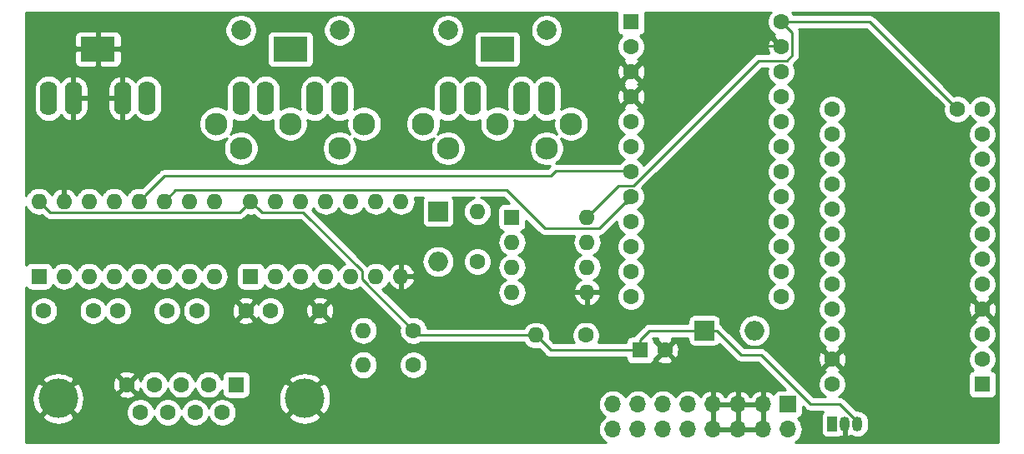
<source format=gbl>
G04 #@! TF.GenerationSoftware,KiCad,Pcbnew,(5.1.4-0-10_14)*
G04 #@! TF.CreationDate,2020-03-29T18:28:35+02:00*
G04 #@! TF.ProjectId,transcribe_circuit,7472616e-7363-4726-9962-655f63697263,rev?*
G04 #@! TF.SameCoordinates,Original*
G04 #@! TF.FileFunction,Copper,L2,Bot*
G04 #@! TF.FilePolarity,Positive*
%FSLAX46Y46*%
G04 Gerber Fmt 4.6, Leading zero omitted, Abs format (unit mm)*
G04 Created by KiCad (PCBNEW (5.1.4-0-10_14)) date 2020-03-29 18:28:35*
%MOMM*%
%LPD*%
G04 APERTURE LIST*
%ADD10R,2.000000X2.000000*%
%ADD11O,2.000000X2.000000*%
%ADD12C,2.000000*%
%ADD13C,2.300000*%
%ADD14O,1.750000X3.500000*%
%ADD15R,3.500000X2.500000*%
%ADD16C,1.600000*%
%ADD17R,1.600000X1.600000*%
%ADD18O,1.600000X1.600000*%
%ADD19C,4.000000*%
%ADD20O,1.050000X1.500000*%
%ADD21R,1.050000X1.500000*%
%ADD22R,1.700000X1.700000*%
%ADD23O,1.700000X1.700000*%
%ADD24C,0.250000*%
%ADD25C,0.254000*%
G04 APERTURE END LIST*
D10*
X-247500000Y769080000D03*
D11*
X-247500000Y764000000D03*
D12*
X-257500000Y787500000D03*
D13*
X-267500000Y775500000D03*
X-270000000Y778000000D03*
X-262500000Y778000000D03*
X-255000000Y778000000D03*
D12*
X-267500000Y787500000D03*
D13*
X-257500000Y775500000D03*
D14*
X-244000000Y780590000D03*
X-239000000Y780590000D03*
X-246500000Y780590000D03*
X-236500000Y780590000D03*
D15*
X-241500000Y785596000D03*
D16*
X-207520000Y751530000D03*
X-207520000Y754070000D03*
X-207520000Y756610000D03*
X-207520000Y759150000D03*
X-207520000Y761690000D03*
X-207520000Y764230000D03*
X-207520000Y766770000D03*
X-207520000Y769310000D03*
X-207520000Y771850000D03*
X-207520000Y774390000D03*
X-207520000Y776930000D03*
X-207520000Y779470000D03*
X-192280000Y779470000D03*
X-192280000Y776930000D03*
X-192280000Y774390000D03*
X-192280000Y771850000D03*
X-192280000Y769310000D03*
X-192280000Y766770000D03*
X-192280000Y764230000D03*
X-192280000Y761690000D03*
X-192280000Y759150000D03*
X-192280000Y756610000D03*
X-192280000Y754070000D03*
D17*
X-192280000Y751530000D03*
D16*
X-194820000Y779470000D03*
D18*
X-255080000Y753500000D03*
D16*
X-250000000Y753500000D03*
D17*
X-268000000Y751500000D03*
D16*
X-270770000Y751500000D03*
X-273540000Y751500000D03*
X-276310000Y751500000D03*
X-279080000Y751500000D03*
X-269385000Y748660000D03*
X-272155000Y748660000D03*
X-274925000Y748660000D03*
X-277695000Y748660000D03*
D19*
X-286040000Y750080000D03*
X-261040000Y750080000D03*
D17*
X-288000000Y762500000D03*
D18*
X-270220000Y770120000D03*
X-285460000Y762500000D03*
X-272760000Y770120000D03*
X-282920000Y762500000D03*
X-275300000Y770120000D03*
X-280380000Y762500000D03*
X-277840000Y770120000D03*
X-277840000Y762500000D03*
X-280380000Y770120000D03*
X-275300000Y762500000D03*
X-282920000Y770120000D03*
X-272760000Y762500000D03*
X-285460000Y770120000D03*
X-270220000Y762500000D03*
X-288000000Y770120000D03*
D20*
X-206230000Y747500000D03*
X-204960000Y747500000D03*
D21*
X-207500000Y747500000D03*
D17*
X-240000000Y768500000D03*
D18*
X-232380000Y760880000D03*
X-240000000Y765960000D03*
X-232380000Y763420000D03*
X-240000000Y763420000D03*
X-232380000Y765960000D03*
X-240000000Y760880000D03*
X-232380000Y768500000D03*
D16*
X-243500000Y764000000D03*
D18*
X-243500000Y769080000D03*
X-237580000Y756500000D03*
D16*
X-232500000Y756500000D03*
X-250000000Y757000000D03*
D18*
X-255080000Y757000000D03*
D17*
X-266500000Y762500000D03*
D18*
X-251260000Y770120000D03*
X-263960000Y762500000D03*
X-253800000Y770120000D03*
X-261420000Y762500000D03*
X-256340000Y770120000D03*
X-258880000Y762500000D03*
X-258880000Y770120000D03*
X-256340000Y762500000D03*
X-261420000Y770120000D03*
X-253800000Y762500000D03*
X-263960000Y770120000D03*
X-251260000Y762500000D03*
X-266500000Y770120000D03*
D16*
X-212680000Y788370000D03*
X-212680000Y785830000D03*
X-212680000Y783290000D03*
X-212680000Y780750000D03*
X-212680000Y778210000D03*
X-212680000Y775670000D03*
X-212680000Y773130000D03*
X-212680000Y770590000D03*
X-212680000Y768050000D03*
X-212680000Y765510000D03*
X-212680000Y762970000D03*
X-212680000Y760430000D03*
X-227920000Y760430000D03*
X-227920000Y762970000D03*
X-227920000Y765510000D03*
X-227920000Y768050000D03*
X-227920000Y770590000D03*
X-227920000Y773130000D03*
X-227920000Y775670000D03*
X-227920000Y778210000D03*
X-227920000Y780750000D03*
X-227920000Y783290000D03*
X-227920000Y785830000D03*
D17*
X-227920000Y788370000D03*
X-227000000Y755000000D03*
D16*
X-224500000Y755000000D03*
X-287500000Y759000000D03*
X-282500000Y759000000D03*
X-267000000Y759000000D03*
X-272000000Y759000000D03*
X-275000000Y759000000D03*
X-280000000Y759000000D03*
X-264500000Y759000000D03*
X-259500000Y759000000D03*
D11*
X-215420000Y757000000D03*
D10*
X-220500000Y757000000D03*
D22*
X-212000000Y749500000D03*
D23*
X-212000000Y746960000D03*
X-214540000Y749500000D03*
X-214540000Y746960000D03*
X-217080000Y749500000D03*
X-217080000Y746960000D03*
X-219620000Y749500000D03*
X-219620000Y746960000D03*
X-222160000Y749500000D03*
X-222160000Y746960000D03*
X-224700000Y749500000D03*
X-224700000Y746960000D03*
X-227240000Y749500000D03*
X-227240000Y746960000D03*
X-229780000Y749500000D03*
X-229780000Y746960000D03*
D14*
X-284500000Y780590000D03*
X-279500000Y780590000D03*
X-287000000Y780590000D03*
X-277000000Y780590000D03*
D15*
X-282000000Y785596000D03*
D13*
X-236500000Y775500000D03*
D12*
X-246500000Y787500000D03*
D13*
X-234000000Y778000000D03*
X-241500000Y778000000D03*
X-249000000Y778000000D03*
X-246500000Y775500000D03*
D12*
X-236500000Y787500000D03*
D15*
X-262500000Y785596000D03*
D14*
X-257500000Y780590000D03*
X-267500000Y780590000D03*
X-260000000Y780590000D03*
X-265000000Y780590000D03*
D24*
X-225080000Y785930000D02*
X-212380000Y785930000D01*
X-227620000Y783390000D02*
X-225080000Y785930000D01*
X-203720000Y788370000D02*
X-194820000Y779470000D01*
X-212680000Y788370000D02*
X-203720000Y788370000D01*
X-231580001Y769299999D02*
X-232380000Y768500000D01*
X-229164999Y771715001D02*
X-231580001Y769299999D01*
X-227669997Y771715001D02*
X-229164999Y771715001D01*
X-214969997Y784415001D02*
X-227669997Y771715001D01*
X-212139999Y784415001D02*
X-214969997Y784415001D01*
X-211554999Y785000001D02*
X-212139999Y784415001D01*
X-211554999Y787244999D02*
X-211554999Y785000001D01*
X-212680000Y788370000D02*
X-211554999Y787244999D01*
X-204960000Y747725000D02*
X-206735000Y749500000D01*
X-204960000Y747500000D02*
X-204960000Y747725000D01*
X-209714998Y749500000D02*
X-214714998Y754500000D01*
X-206735000Y749500000D02*
X-209714998Y749500000D01*
X-219250000Y757000000D02*
X-220500000Y757000000D01*
X-216750000Y754500000D02*
X-219250000Y757000000D01*
X-214714998Y754500000D02*
X-216750000Y754500000D01*
X-227000000Y756050000D02*
X-227000000Y755000000D01*
X-226050000Y757000000D02*
X-227000000Y756050000D01*
X-220500000Y757000000D02*
X-226050000Y757000000D01*
X-236080000Y755000000D02*
X-237580000Y756500000D01*
X-227000000Y755000000D02*
X-236080000Y755000000D01*
X-249500000Y756500000D02*
X-250000000Y757000000D01*
X-237580000Y756500000D02*
X-249500000Y756500000D01*
X-265700001Y769320001D02*
X-266500000Y770120000D01*
X-265374999Y768994999D02*
X-265700001Y769320001D01*
X-261169997Y768994999D02*
X-265374999Y768994999D01*
X-255214999Y763040001D02*
X-261169997Y768994999D01*
X-255214999Y762214999D02*
X-255214999Y763040001D01*
X-250000000Y757000000D02*
X-255214999Y762214999D01*
X-287200001Y769320001D02*
X-288000000Y770120000D01*
X-286874999Y768994999D02*
X-287200001Y769320001D01*
X-267625001Y768994999D02*
X-286874999Y768994999D01*
X-266500000Y770120000D02*
X-267625001Y768994999D01*
X-228419999Y769890001D02*
X-227620000Y770690000D01*
X-275300000Y770120000D02*
X-274174999Y771245001D01*
X-240559999Y771245001D02*
X-255245001Y771245001D01*
X-236689997Y767374999D02*
X-240559999Y771245001D01*
X-227920000Y770590000D02*
X-231135001Y767374999D01*
X-231135001Y767374999D02*
X-236689997Y767374999D01*
X-255245001Y771245001D02*
X-254745001Y771245001D01*
X-274174999Y771245001D02*
X-255245001Y771245001D01*
X-275234999Y772725001D02*
X-277040001Y770919999D01*
X-236091997Y772725001D02*
X-275234999Y772725001D01*
X-235586998Y773230000D02*
X-236091997Y772725001D01*
X-277040001Y770919999D02*
X-277840000Y770120000D01*
X-227620000Y773230000D02*
X-235586998Y773230000D01*
D25*
G36*
X-190659999Y745660000D02*
G01*
X-211281917Y745660000D01*
X-211170986Y745719294D01*
X-210944866Y745904866D01*
X-210759294Y746130986D01*
X-210621401Y746388966D01*
X-210536487Y746668889D01*
X-210507815Y746960000D01*
X-210536487Y747251111D01*
X-210621401Y747531034D01*
X-210759294Y747789014D01*
X-210944866Y748015134D01*
X-210974687Y748039607D01*
X-210905820Y748060498D01*
X-210795506Y748119463D01*
X-210698815Y748198815D01*
X-210619463Y748295506D01*
X-210560498Y748405820D01*
X-210524188Y748525518D01*
X-210511928Y748650000D01*
X-210511928Y749222128D01*
X-210278798Y748988998D01*
X-210254999Y748959999D01*
X-210139274Y748865026D01*
X-210007245Y748794454D01*
X-209863984Y748750997D01*
X-209752331Y748740000D01*
X-209752321Y748740000D01*
X-209714998Y748736324D01*
X-209677675Y748740000D01*
X-208428889Y748740000D01*
X-208476185Y748701185D01*
X-208555537Y748604494D01*
X-208614502Y748494180D01*
X-208650812Y748374482D01*
X-208663072Y748250000D01*
X-208663072Y746750000D01*
X-208650812Y746625518D01*
X-208614502Y746505820D01*
X-208555537Y746395506D01*
X-208476185Y746298815D01*
X-208379494Y746219463D01*
X-208269180Y746160498D01*
X-208149482Y746124188D01*
X-208025000Y746111928D01*
X-206975000Y746111928D01*
X-206850518Y746124188D01*
X-206730820Y746160498D01*
X-206665943Y746195176D01*
X-206597337Y746164728D01*
X-206535810Y746156036D01*
X-206357000Y746281837D01*
X-206357000Y746599765D01*
X-206349188Y746625518D01*
X-206336928Y746750000D01*
X-206336928Y747647000D01*
X-206120000Y747647000D01*
X-206120000Y747218021D01*
X-206103215Y747047600D01*
X-206103000Y747046891D01*
X-206103000Y746281837D01*
X-205924190Y746156036D01*
X-205862663Y746164728D01*
X-205653118Y746257725D01*
X-205594669Y746298929D01*
X-205406059Y746198115D01*
X-205187399Y746131785D01*
X-204960000Y746109388D01*
X-204732600Y746131785D01*
X-204513940Y746198115D01*
X-204312421Y746305829D01*
X-204135788Y746450788D01*
X-203990829Y746627421D01*
X-203883115Y746828941D01*
X-203816785Y747047601D01*
X-203800000Y747218022D01*
X-203800000Y747781979D01*
X-203816785Y747952400D01*
X-203883115Y748171060D01*
X-203990829Y748372579D01*
X-204135788Y748549212D01*
X-204312422Y748694171D01*
X-204513941Y748801885D01*
X-204732601Y748868215D01*
X-204960000Y748890612D01*
X-205042668Y748882470D01*
X-206171196Y750010997D01*
X-206194999Y750040001D01*
X-206310724Y750134974D01*
X-206442753Y750205546D01*
X-206586014Y750249003D01*
X-206697667Y750260000D01*
X-206697678Y750260000D01*
X-206735000Y750263676D01*
X-206772322Y750260000D01*
X-206837759Y750260000D01*
X-206605241Y750415363D01*
X-206405363Y750615241D01*
X-206248320Y750850273D01*
X-206140147Y751111426D01*
X-206085000Y751388665D01*
X-206085000Y751671335D01*
X-206140147Y751948574D01*
X-206248320Y752209727D01*
X-206328683Y752330000D01*
X-193718072Y752330000D01*
X-193718072Y750730000D01*
X-193705812Y750605518D01*
X-193669502Y750485820D01*
X-193610537Y750375506D01*
X-193531185Y750278815D01*
X-193434494Y750199463D01*
X-193324180Y750140498D01*
X-193204482Y750104188D01*
X-193080000Y750091928D01*
X-191480000Y750091928D01*
X-191355518Y750104188D01*
X-191235820Y750140498D01*
X-191125506Y750199463D01*
X-191028815Y750278815D01*
X-190949463Y750375506D01*
X-190890498Y750485820D01*
X-190854188Y750605518D01*
X-190841928Y750730000D01*
X-190841928Y752330000D01*
X-190854188Y752454482D01*
X-190890498Y752574180D01*
X-190949463Y752684494D01*
X-191028815Y752781185D01*
X-191125506Y752860537D01*
X-191235820Y752919502D01*
X-191355518Y752955812D01*
X-191363961Y752956643D01*
X-191165363Y753155241D01*
X-191008320Y753390273D01*
X-190900147Y753651426D01*
X-190845000Y753928665D01*
X-190845000Y754211335D01*
X-190900147Y754488574D01*
X-191008320Y754749727D01*
X-191165363Y754984759D01*
X-191365241Y755184637D01*
X-191597759Y755340000D01*
X-191365241Y755495363D01*
X-191165363Y755695241D01*
X-191008320Y755930273D01*
X-190900147Y756191426D01*
X-190845000Y756468665D01*
X-190845000Y756751335D01*
X-190900147Y757028574D01*
X-191008320Y757289727D01*
X-191165363Y757524759D01*
X-191365241Y757724637D01*
X-191599128Y757880915D01*
X-191538486Y757913329D01*
X-191466903Y758157298D01*
X-192280000Y758970395D01*
X-193093097Y758157298D01*
X-193021514Y757913329D01*
X-192957008Y757882806D01*
X-192959727Y757881680D01*
X-193194759Y757724637D01*
X-193394637Y757524759D01*
X-193551680Y757289727D01*
X-193659853Y757028574D01*
X-193715000Y756751335D01*
X-193715000Y756468665D01*
X-193659853Y756191426D01*
X-193551680Y755930273D01*
X-193394637Y755695241D01*
X-193194759Y755495363D01*
X-192962241Y755340000D01*
X-193194759Y755184637D01*
X-193394637Y754984759D01*
X-193551680Y754749727D01*
X-193659853Y754488574D01*
X-193715000Y754211335D01*
X-193715000Y753928665D01*
X-193659853Y753651426D01*
X-193551680Y753390273D01*
X-193394637Y753155241D01*
X-193196039Y752956643D01*
X-193204482Y752955812D01*
X-193324180Y752919502D01*
X-193434494Y752860537D01*
X-193531185Y752781185D01*
X-193610537Y752684494D01*
X-193669502Y752574180D01*
X-193705812Y752454482D01*
X-193718072Y752330000D01*
X-206328683Y752330000D01*
X-206405363Y752444759D01*
X-206605241Y752644637D01*
X-206839128Y752800915D01*
X-206778486Y752833329D01*
X-206706903Y753077298D01*
X-207520000Y753890395D01*
X-208333097Y753077298D01*
X-208261514Y752833329D01*
X-208197008Y752802806D01*
X-208199727Y752801680D01*
X-208434759Y752644637D01*
X-208634637Y752444759D01*
X-208791680Y752209727D01*
X-208899853Y751948574D01*
X-208955000Y751671335D01*
X-208955000Y751388665D01*
X-208899853Y751111426D01*
X-208791680Y750850273D01*
X-208634637Y750615241D01*
X-208434759Y750415363D01*
X-208202241Y750260000D01*
X-209400196Y750260000D01*
X-213139684Y753999488D01*
X-208960217Y753999488D01*
X-208918787Y753719870D01*
X-208823603Y753453708D01*
X-208756671Y753328486D01*
X-208512702Y753256903D01*
X-207699605Y754070000D01*
X-207340395Y754070000D01*
X-206527298Y753256903D01*
X-206283329Y753328486D01*
X-206162429Y753583996D01*
X-206093700Y753858184D01*
X-206079783Y754140512D01*
X-206121213Y754420130D01*
X-206216397Y754686292D01*
X-206283329Y754811514D01*
X-206527298Y754883097D01*
X-207340395Y754070000D01*
X-207699605Y754070000D01*
X-208512702Y754883097D01*
X-208756671Y754811514D01*
X-208877571Y754556004D01*
X-208946300Y754281816D01*
X-208960217Y753999488D01*
X-213139684Y753999488D01*
X-214151194Y755010997D01*
X-214174997Y755040001D01*
X-214290722Y755134974D01*
X-214422751Y755205546D01*
X-214566012Y755249003D01*
X-214677665Y755260000D01*
X-214677676Y755260000D01*
X-214714998Y755263676D01*
X-214752320Y755260000D01*
X-216435198Y755260000D01*
X-218175198Y757000000D01*
X-217062911Y757000000D01*
X-217031343Y756679484D01*
X-216937852Y756371285D01*
X-216786031Y756087248D01*
X-216581714Y755838286D01*
X-216332752Y755633969D01*
X-216048715Y755482148D01*
X-215740516Y755388657D01*
X-215500322Y755365000D01*
X-215339678Y755365000D01*
X-215099484Y755388657D01*
X-214791285Y755482148D01*
X-214507248Y755633969D01*
X-214258286Y755838286D01*
X-214053969Y756087248D01*
X-213902148Y756371285D01*
X-213808657Y756679484D01*
X-213777089Y757000000D01*
X-213808657Y757320516D01*
X-213902148Y757628715D01*
X-214053969Y757912752D01*
X-214258286Y758161714D01*
X-214507248Y758366031D01*
X-214791285Y758517852D01*
X-215099484Y758611343D01*
X-215339678Y758635000D01*
X-215500322Y758635000D01*
X-215740516Y758611343D01*
X-216048715Y758517852D01*
X-216332752Y758366031D01*
X-216581714Y758161714D01*
X-216786031Y757912752D01*
X-216937852Y757628715D01*
X-217031343Y757320516D01*
X-217062911Y757000000D01*
X-218175198Y757000000D01*
X-218686196Y757510997D01*
X-218709999Y757540001D01*
X-218825724Y757634974D01*
X-218861928Y757654326D01*
X-218861928Y758000000D01*
X-218874188Y758124482D01*
X-218910498Y758244180D01*
X-218969463Y758354494D01*
X-219048815Y758451185D01*
X-219145506Y758530537D01*
X-219255820Y758589502D01*
X-219375518Y758625812D01*
X-219500000Y758638072D01*
X-221500000Y758638072D01*
X-221624482Y758625812D01*
X-221744180Y758589502D01*
X-221854494Y758530537D01*
X-221951185Y758451185D01*
X-222030537Y758354494D01*
X-222089502Y758244180D01*
X-222125812Y758124482D01*
X-222138072Y758000000D01*
X-222138072Y757760000D01*
X-226012677Y757760000D01*
X-226050000Y757763676D01*
X-226087323Y757760000D01*
X-226087333Y757760000D01*
X-226198986Y757749003D01*
X-226328279Y757709783D01*
X-226342247Y757705546D01*
X-226474277Y757634974D01*
X-226499057Y757614637D01*
X-226590001Y757540001D01*
X-226613799Y757511003D01*
X-227510998Y756613804D01*
X-227540001Y756590001D01*
X-227595129Y756522826D01*
X-227634974Y756474276D01*
X-227654326Y756438072D01*
X-227800000Y756438072D01*
X-227924482Y756425812D01*
X-228044180Y756389502D01*
X-228154494Y756330537D01*
X-228251185Y756251185D01*
X-228330537Y756154494D01*
X-228389502Y756044180D01*
X-228425812Y755924482D01*
X-228438072Y755800000D01*
X-228438072Y755760000D01*
X-231268593Y755760000D01*
X-231228320Y755820273D01*
X-231120147Y756081426D01*
X-231065000Y756358665D01*
X-231065000Y756641335D01*
X-231120147Y756918574D01*
X-231228320Y757179727D01*
X-231385363Y757414759D01*
X-231585241Y757614637D01*
X-231820273Y757771680D01*
X-232081426Y757879853D01*
X-232358665Y757935000D01*
X-232641335Y757935000D01*
X-232918574Y757879853D01*
X-233179727Y757771680D01*
X-233414759Y757614637D01*
X-233614637Y757414759D01*
X-233771680Y757179727D01*
X-233879853Y756918574D01*
X-233935000Y756641335D01*
X-233935000Y756358665D01*
X-233879853Y756081426D01*
X-233771680Y755820273D01*
X-233731407Y755760000D01*
X-235765198Y755760000D01*
X-236179292Y756174094D01*
X-236165764Y756218691D01*
X-236138057Y756500000D01*
X-236165764Y756781309D01*
X-236247818Y757051808D01*
X-236381068Y757301101D01*
X-236560392Y757519608D01*
X-236778899Y757698932D01*
X-237028192Y757832182D01*
X-237298691Y757914236D01*
X-237509508Y757935000D01*
X-237650492Y757935000D01*
X-237861309Y757914236D01*
X-238131808Y757832182D01*
X-238381101Y757698932D01*
X-238599608Y757519608D01*
X-238778932Y757301101D01*
X-238800901Y757260000D01*
X-248588604Y757260000D01*
X-248620147Y757418574D01*
X-248728320Y757679727D01*
X-248885363Y757914759D01*
X-249085241Y758114637D01*
X-249320273Y758271680D01*
X-249581426Y758379853D01*
X-249858665Y758435000D01*
X-250141335Y758435000D01*
X-250323886Y758398688D01*
X-253147068Y761221870D01*
X-252998899Y761301068D01*
X-252780392Y761480392D01*
X-252601068Y761698899D01*
X-252527421Y761836682D01*
X-252412385Y761644869D01*
X-252223414Y761436481D01*
X-251997420Y761268963D01*
X-251743087Y761148754D01*
X-251609039Y761108096D01*
X-251387000Y761230085D01*
X-251387000Y762373000D01*
X-251133000Y762373000D01*
X-251133000Y761230085D01*
X-250910961Y761108096D01*
X-250776913Y761148754D01*
X-250522580Y761268963D01*
X-250296586Y761436481D01*
X-250107615Y761644869D01*
X-249962930Y761886119D01*
X-249868091Y762150960D01*
X-249989376Y762373000D01*
X-251133000Y762373000D01*
X-251387000Y762373000D01*
X-251407000Y762373000D01*
X-251407000Y762627000D01*
X-251387000Y762627000D01*
X-251387000Y763769915D01*
X-251133000Y763769915D01*
X-251133000Y762627000D01*
X-249989376Y762627000D01*
X-249868091Y762849040D01*
X-249962930Y763113881D01*
X-250107615Y763355131D01*
X-250296586Y763563519D01*
X-250522580Y763731037D01*
X-250776913Y763851246D01*
X-250910961Y763891904D01*
X-251133000Y763769915D01*
X-251387000Y763769915D01*
X-251609039Y763891904D01*
X-251743087Y763851246D01*
X-251997420Y763731037D01*
X-252223414Y763563519D01*
X-252412385Y763355131D01*
X-252527421Y763163318D01*
X-252601068Y763301101D01*
X-252780392Y763519608D01*
X-252998899Y763698932D01*
X-253248192Y763832182D01*
X-253518691Y763914236D01*
X-253729508Y763935000D01*
X-253870492Y763935000D01*
X-254081309Y763914236D01*
X-254351808Y763832182D01*
X-254601101Y763698932D01*
X-254709867Y763609670D01*
X-255100197Y764000000D01*
X-249142911Y764000000D01*
X-249111343Y763679484D01*
X-249017852Y763371285D01*
X-248866031Y763087248D01*
X-248661714Y762838286D01*
X-248412752Y762633969D01*
X-248128715Y762482148D01*
X-247820516Y762388657D01*
X-247580322Y762365000D01*
X-247419678Y762365000D01*
X-247179484Y762388657D01*
X-246871285Y762482148D01*
X-246587248Y762633969D01*
X-246338286Y762838286D01*
X-246133969Y763087248D01*
X-245982148Y763371285D01*
X-245888657Y763679484D01*
X-245857089Y764000000D01*
X-245871009Y764141335D01*
X-244935000Y764141335D01*
X-244935000Y763858665D01*
X-244879853Y763581426D01*
X-244771680Y763320273D01*
X-244614637Y763085241D01*
X-244414759Y762885363D01*
X-244179727Y762728320D01*
X-243918574Y762620147D01*
X-243641335Y762565000D01*
X-243358665Y762565000D01*
X-243081426Y762620147D01*
X-242820273Y762728320D01*
X-242585241Y762885363D01*
X-242385363Y763085241D01*
X-242228320Y763320273D01*
X-242120147Y763581426D01*
X-242065000Y763858665D01*
X-242065000Y764141335D01*
X-242120147Y764418574D01*
X-242228320Y764679727D01*
X-242385363Y764914759D01*
X-242585241Y765114637D01*
X-242820273Y765271680D01*
X-243081426Y765379853D01*
X-243358665Y765435000D01*
X-243641335Y765435000D01*
X-243918574Y765379853D01*
X-244179727Y765271680D01*
X-244414759Y765114637D01*
X-244614637Y764914759D01*
X-244771680Y764679727D01*
X-244879853Y764418574D01*
X-244935000Y764141335D01*
X-245871009Y764141335D01*
X-245888657Y764320516D01*
X-245982148Y764628715D01*
X-246133969Y764912752D01*
X-246338286Y765161714D01*
X-246587248Y765366031D01*
X-246871285Y765517852D01*
X-247179484Y765611343D01*
X-247419678Y765635000D01*
X-247580322Y765635000D01*
X-247820516Y765611343D01*
X-248128715Y765517852D01*
X-248412752Y765366031D01*
X-248661714Y765161714D01*
X-248866031Y764912752D01*
X-249017852Y764628715D01*
X-249111343Y764320516D01*
X-249142911Y764000000D01*
X-255100197Y764000000D01*
X-260310330Y769210133D01*
X-260221068Y769318899D01*
X-260150000Y769451858D01*
X-260078932Y769318899D01*
X-259899608Y769100392D01*
X-259681101Y768921068D01*
X-259431808Y768787818D01*
X-259161309Y768705764D01*
X-258950492Y768685000D01*
X-258809508Y768685000D01*
X-258598691Y768705764D01*
X-258328192Y768787818D01*
X-258078899Y768921068D01*
X-257860392Y769100392D01*
X-257681068Y769318899D01*
X-257610000Y769451858D01*
X-257538932Y769318899D01*
X-257359608Y769100392D01*
X-257141101Y768921068D01*
X-256891808Y768787818D01*
X-256621309Y768705764D01*
X-256410492Y768685000D01*
X-256269508Y768685000D01*
X-256058691Y768705764D01*
X-255788192Y768787818D01*
X-255538899Y768921068D01*
X-255320392Y769100392D01*
X-255141068Y769318899D01*
X-255070000Y769451858D01*
X-254998932Y769318899D01*
X-254819608Y769100392D01*
X-254601101Y768921068D01*
X-254351808Y768787818D01*
X-254081309Y768705764D01*
X-253870492Y768685000D01*
X-253729508Y768685000D01*
X-253518691Y768705764D01*
X-253248192Y768787818D01*
X-252998899Y768921068D01*
X-252780392Y769100392D01*
X-252601068Y769318899D01*
X-252530000Y769451858D01*
X-252458932Y769318899D01*
X-252279608Y769100392D01*
X-252061101Y768921068D01*
X-251811808Y768787818D01*
X-251541309Y768705764D01*
X-251330492Y768685000D01*
X-251189508Y768685000D01*
X-250978691Y768705764D01*
X-250708192Y768787818D01*
X-250458899Y768921068D01*
X-250240392Y769100392D01*
X-250061068Y769318899D01*
X-249927818Y769568192D01*
X-249845764Y769838691D01*
X-249818057Y770120000D01*
X-249845764Y770401309D01*
X-249871151Y770485001D01*
X-248989087Y770485001D01*
X-249030537Y770434494D01*
X-249089502Y770324180D01*
X-249125812Y770204482D01*
X-249138072Y770080000D01*
X-249138072Y768080000D01*
X-249125812Y767955518D01*
X-249089502Y767835820D01*
X-249030537Y767725506D01*
X-248951185Y767628815D01*
X-248854494Y767549463D01*
X-248744180Y767490498D01*
X-248624482Y767454188D01*
X-248500000Y767441928D01*
X-246500000Y767441928D01*
X-246375518Y767454188D01*
X-246255820Y767490498D01*
X-246145506Y767549463D01*
X-246048815Y767628815D01*
X-245969463Y767725506D01*
X-245910498Y767835820D01*
X-245874188Y767955518D01*
X-245861928Y768080000D01*
X-245861928Y770080000D01*
X-245874188Y770204482D01*
X-245910498Y770324180D01*
X-245969463Y770434494D01*
X-246010913Y770485001D01*
X-243811753Y770485001D01*
X-244051808Y770412182D01*
X-244301101Y770278932D01*
X-244519608Y770099608D01*
X-244698932Y769881101D01*
X-244832182Y769631808D01*
X-244914236Y769361309D01*
X-244941943Y769080000D01*
X-244914236Y768798691D01*
X-244832182Y768528192D01*
X-244698932Y768278899D01*
X-244519608Y768060392D01*
X-244301101Y767881068D01*
X-244051808Y767747818D01*
X-243781309Y767665764D01*
X-243570492Y767645000D01*
X-243429508Y767645000D01*
X-243218691Y767665764D01*
X-242948192Y767747818D01*
X-242698899Y767881068D01*
X-242480392Y768060392D01*
X-242301068Y768278899D01*
X-242167818Y768528192D01*
X-242085764Y768798691D01*
X-242058057Y769080000D01*
X-242085764Y769361309D01*
X-242167818Y769631808D01*
X-242301068Y769881101D01*
X-242480392Y770099608D01*
X-242698899Y770278932D01*
X-242948192Y770412182D01*
X-243188247Y770485001D01*
X-240874800Y770485001D01*
X-240327871Y769938072D01*
X-240800000Y769938072D01*
X-240924482Y769925812D01*
X-241044180Y769889502D01*
X-241154494Y769830537D01*
X-241251185Y769751185D01*
X-241330537Y769654494D01*
X-241389502Y769544180D01*
X-241425812Y769424482D01*
X-241438072Y769300000D01*
X-241438072Y767700000D01*
X-241425812Y767575518D01*
X-241389502Y767455820D01*
X-241330537Y767345506D01*
X-241251185Y767248815D01*
X-241154494Y767169463D01*
X-241044180Y767110498D01*
X-240924482Y767074188D01*
X-240906518Y767072419D01*
X-241019608Y766979608D01*
X-241198932Y766761101D01*
X-241332182Y766511808D01*
X-241414236Y766241309D01*
X-241441943Y765960000D01*
X-241414236Y765678691D01*
X-241332182Y765408192D01*
X-241198932Y765158899D01*
X-241019608Y764940392D01*
X-240801101Y764761068D01*
X-240668142Y764690000D01*
X-240801101Y764618932D01*
X-241019608Y764439608D01*
X-241198932Y764221101D01*
X-241332182Y763971808D01*
X-241414236Y763701309D01*
X-241441943Y763420000D01*
X-241414236Y763138691D01*
X-241332182Y762868192D01*
X-241198932Y762618899D01*
X-241019608Y762400392D01*
X-240801101Y762221068D01*
X-240668142Y762150000D01*
X-240801101Y762078932D01*
X-241019608Y761899608D01*
X-241198932Y761681101D01*
X-241332182Y761431808D01*
X-241414236Y761161309D01*
X-241441943Y760880000D01*
X-241414236Y760598691D01*
X-241332182Y760328192D01*
X-241198932Y760078899D01*
X-241019608Y759860392D01*
X-240801101Y759681068D01*
X-240551808Y759547818D01*
X-240281309Y759465764D01*
X-240070492Y759445000D01*
X-239929508Y759445000D01*
X-239718691Y759465764D01*
X-239448192Y759547818D01*
X-239198899Y759681068D01*
X-238980392Y759860392D01*
X-238801068Y760078899D01*
X-238667818Y760328192D01*
X-238606310Y760530961D01*
X-233771904Y760530961D01*
X-233731246Y760396913D01*
X-233611037Y760142580D01*
X-233443519Y759916586D01*
X-233235131Y759727615D01*
X-232993881Y759582930D01*
X-232729040Y759488091D01*
X-232507000Y759609376D01*
X-232507000Y760753000D01*
X-232253000Y760753000D01*
X-232253000Y759609376D01*
X-232030960Y759488091D01*
X-231766119Y759582930D01*
X-231524869Y759727615D01*
X-231316481Y759916586D01*
X-231148963Y760142580D01*
X-231028754Y760396913D01*
X-230988096Y760530961D01*
X-231110085Y760753000D01*
X-232253000Y760753000D01*
X-232507000Y760753000D01*
X-233649915Y760753000D01*
X-233771904Y760530961D01*
X-238606310Y760530961D01*
X-238585764Y760598691D01*
X-238558057Y760880000D01*
X-238585764Y761161309D01*
X-238667818Y761431808D01*
X-238801068Y761681101D01*
X-238980392Y761899608D01*
X-239198899Y762078932D01*
X-239331858Y762150000D01*
X-239198899Y762221068D01*
X-238980392Y762400392D01*
X-238801068Y762618899D01*
X-238667818Y762868192D01*
X-238585764Y763138691D01*
X-238558057Y763420000D01*
X-238585764Y763701309D01*
X-238667818Y763971808D01*
X-238801068Y764221101D01*
X-238980392Y764439608D01*
X-239198899Y764618932D01*
X-239331858Y764690000D01*
X-239198899Y764761068D01*
X-238980392Y764940392D01*
X-238801068Y765158899D01*
X-238667818Y765408192D01*
X-238585764Y765678691D01*
X-238558057Y765960000D01*
X-238585764Y766241309D01*
X-238667818Y766511808D01*
X-238801068Y766761101D01*
X-238980392Y766979608D01*
X-239093482Y767072419D01*
X-239075518Y767074188D01*
X-238955820Y767110498D01*
X-238845506Y767169463D01*
X-238748815Y767248815D01*
X-238669463Y767345506D01*
X-238610498Y767455820D01*
X-238574188Y767575518D01*
X-238561928Y767700000D01*
X-238561928Y768172128D01*
X-237253796Y766863996D01*
X-237229998Y766834998D01*
X-237114273Y766740025D01*
X-236982244Y766669453D01*
X-236838983Y766625996D01*
X-236727330Y766614999D01*
X-236727321Y766614999D01*
X-236689998Y766611323D01*
X-236652675Y766614999D01*
X-233657025Y766614999D01*
X-233712182Y766511808D01*
X-233794236Y766241309D01*
X-233821943Y765960000D01*
X-233794236Y765678691D01*
X-233712182Y765408192D01*
X-233578932Y765158899D01*
X-233399608Y764940392D01*
X-233181101Y764761068D01*
X-233048142Y764690000D01*
X-233181101Y764618932D01*
X-233399608Y764439608D01*
X-233578932Y764221101D01*
X-233712182Y763971808D01*
X-233794236Y763701309D01*
X-233821943Y763420000D01*
X-233794236Y763138691D01*
X-233712182Y762868192D01*
X-233578932Y762618899D01*
X-233399608Y762400392D01*
X-233181101Y762221068D01*
X-233043318Y762147421D01*
X-233235131Y762032385D01*
X-233443519Y761843414D01*
X-233611037Y761617420D01*
X-233731246Y761363087D01*
X-233771904Y761229039D01*
X-233649915Y761007000D01*
X-232507000Y761007000D01*
X-232507000Y761027000D01*
X-232253000Y761027000D01*
X-232253000Y761007000D01*
X-231110085Y761007000D01*
X-230988096Y761229039D01*
X-231028754Y761363087D01*
X-231148963Y761617420D01*
X-231316481Y761843414D01*
X-231524869Y762032385D01*
X-231716682Y762147421D01*
X-231578899Y762221068D01*
X-231360392Y762400392D01*
X-231181068Y762618899D01*
X-231047818Y762868192D01*
X-230965764Y763138691D01*
X-230938057Y763420000D01*
X-230965764Y763701309D01*
X-231047818Y763971808D01*
X-231181068Y764221101D01*
X-231360392Y764439608D01*
X-231578899Y764618932D01*
X-231711858Y764690000D01*
X-231578899Y764761068D01*
X-231360392Y764940392D01*
X-231181068Y765158899D01*
X-231047818Y765408192D01*
X-230965764Y765678691D01*
X-230938057Y765960000D01*
X-230965764Y766241309D01*
X-231047818Y766511808D01*
X-231102710Y766614503D01*
X-231097679Y766614999D01*
X-231097668Y766614999D01*
X-230986015Y766625996D01*
X-230842754Y766669453D01*
X-230710725Y766740025D01*
X-230595000Y766834998D01*
X-230571197Y766864002D01*
X-229355000Y768080199D01*
X-229355000Y767908665D01*
X-229299853Y767631426D01*
X-229191680Y767370273D01*
X-229034637Y767135241D01*
X-228834759Y766935363D01*
X-228602241Y766780000D01*
X-228834759Y766624637D01*
X-229034637Y766424759D01*
X-229191680Y766189727D01*
X-229299853Y765928574D01*
X-229355000Y765651335D01*
X-229355000Y765368665D01*
X-229299853Y765091426D01*
X-229191680Y764830273D01*
X-229034637Y764595241D01*
X-228834759Y764395363D01*
X-228602241Y764240000D01*
X-228834759Y764084637D01*
X-229034637Y763884759D01*
X-229191680Y763649727D01*
X-229299853Y763388574D01*
X-229355000Y763111335D01*
X-229355000Y762828665D01*
X-229299853Y762551426D01*
X-229191680Y762290273D01*
X-229034637Y762055241D01*
X-228834759Y761855363D01*
X-228602241Y761700000D01*
X-228834759Y761544637D01*
X-229034637Y761344759D01*
X-229191680Y761109727D01*
X-229299853Y760848574D01*
X-229355000Y760571335D01*
X-229355000Y760288665D01*
X-229299853Y760011426D01*
X-229191680Y759750273D01*
X-229034637Y759515241D01*
X-228834759Y759315363D01*
X-228599727Y759158320D01*
X-228338574Y759050147D01*
X-228061335Y758995000D01*
X-227778665Y758995000D01*
X-227501426Y759050147D01*
X-227240273Y759158320D01*
X-227005241Y759315363D01*
X-226805363Y759515241D01*
X-226648320Y759750273D01*
X-226540147Y760011426D01*
X-226485000Y760288665D01*
X-226485000Y760571335D01*
X-226540147Y760848574D01*
X-226648320Y761109727D01*
X-226805363Y761344759D01*
X-227005241Y761544637D01*
X-227237759Y761700000D01*
X-227005241Y761855363D01*
X-226805363Y762055241D01*
X-226648320Y762290273D01*
X-226540147Y762551426D01*
X-226485000Y762828665D01*
X-226485000Y763111335D01*
X-226540147Y763388574D01*
X-226648320Y763649727D01*
X-226805363Y763884759D01*
X-227005241Y764084637D01*
X-227237759Y764240000D01*
X-227005241Y764395363D01*
X-226805363Y764595241D01*
X-226648320Y764830273D01*
X-226540147Y765091426D01*
X-226485000Y765368665D01*
X-226485000Y765651335D01*
X-226540147Y765928574D01*
X-226648320Y766189727D01*
X-226805363Y766424759D01*
X-227005241Y766624637D01*
X-227237759Y766780000D01*
X-227005241Y766935363D01*
X-226805363Y767135241D01*
X-226648320Y767370273D01*
X-226540147Y767631426D01*
X-226485000Y767908665D01*
X-226485000Y768191335D01*
X-226540147Y768468574D01*
X-226648320Y768729727D01*
X-226805363Y768964759D01*
X-227005241Y769164637D01*
X-227237759Y769320000D01*
X-227005241Y769475363D01*
X-226805363Y769675241D01*
X-226648320Y769910273D01*
X-226540147Y770171426D01*
X-226485000Y770448665D01*
X-226485000Y770731335D01*
X-226540147Y771008574D01*
X-226648320Y771269727D01*
X-226805363Y771504759D01*
X-226805400Y771504796D01*
X-214655195Y783655001D01*
X-214070509Y783655001D01*
X-214115000Y783431335D01*
X-214115000Y783148665D01*
X-214059853Y782871426D01*
X-213951680Y782610273D01*
X-213794637Y782375241D01*
X-213594759Y782175363D01*
X-213362241Y782020000D01*
X-213594759Y781864637D01*
X-213794637Y781664759D01*
X-213951680Y781429727D01*
X-214059853Y781168574D01*
X-214115000Y780891335D01*
X-214115000Y780608665D01*
X-214059853Y780331426D01*
X-213951680Y780070273D01*
X-213794637Y779835241D01*
X-213594759Y779635363D01*
X-213362241Y779480000D01*
X-213594759Y779324637D01*
X-213794637Y779124759D01*
X-213951680Y778889727D01*
X-214059853Y778628574D01*
X-214115000Y778351335D01*
X-214115000Y778068665D01*
X-214059853Y777791426D01*
X-213951680Y777530273D01*
X-213794637Y777295241D01*
X-213594759Y777095363D01*
X-213362241Y776940000D01*
X-213594759Y776784637D01*
X-213794637Y776584759D01*
X-213951680Y776349727D01*
X-214059853Y776088574D01*
X-214115000Y775811335D01*
X-214115000Y775528665D01*
X-214059853Y775251426D01*
X-213951680Y774990273D01*
X-213794637Y774755241D01*
X-213594759Y774555363D01*
X-213362241Y774400000D01*
X-213594759Y774244637D01*
X-213794637Y774044759D01*
X-213951680Y773809727D01*
X-214059853Y773548574D01*
X-214115000Y773271335D01*
X-214115000Y772988665D01*
X-214059853Y772711426D01*
X-213951680Y772450273D01*
X-213794637Y772215241D01*
X-213594759Y772015363D01*
X-213362241Y771860000D01*
X-213594759Y771704637D01*
X-213794637Y771504759D01*
X-213951680Y771269727D01*
X-214059853Y771008574D01*
X-214115000Y770731335D01*
X-214115000Y770448665D01*
X-214059853Y770171426D01*
X-213951680Y769910273D01*
X-213794637Y769675241D01*
X-213594759Y769475363D01*
X-213362241Y769320000D01*
X-213594759Y769164637D01*
X-213794637Y768964759D01*
X-213951680Y768729727D01*
X-214059853Y768468574D01*
X-214115000Y768191335D01*
X-214115000Y767908665D01*
X-214059853Y767631426D01*
X-213951680Y767370273D01*
X-213794637Y767135241D01*
X-213594759Y766935363D01*
X-213362241Y766780000D01*
X-213594759Y766624637D01*
X-213794637Y766424759D01*
X-213951680Y766189727D01*
X-214059853Y765928574D01*
X-214115000Y765651335D01*
X-214115000Y765368665D01*
X-214059853Y765091426D01*
X-213951680Y764830273D01*
X-213794637Y764595241D01*
X-213594759Y764395363D01*
X-213362241Y764240000D01*
X-213594759Y764084637D01*
X-213794637Y763884759D01*
X-213951680Y763649727D01*
X-214059853Y763388574D01*
X-214115000Y763111335D01*
X-214115000Y762828665D01*
X-214059853Y762551426D01*
X-213951680Y762290273D01*
X-213794637Y762055241D01*
X-213594759Y761855363D01*
X-213362241Y761700000D01*
X-213594759Y761544637D01*
X-213794637Y761344759D01*
X-213951680Y761109727D01*
X-214059853Y760848574D01*
X-214115000Y760571335D01*
X-214115000Y760288665D01*
X-214059853Y760011426D01*
X-213951680Y759750273D01*
X-213794637Y759515241D01*
X-213594759Y759315363D01*
X-213359727Y759158320D01*
X-213098574Y759050147D01*
X-212821335Y758995000D01*
X-212538665Y758995000D01*
X-212261426Y759050147D01*
X-212000273Y759158320D01*
X-211765241Y759315363D01*
X-211565363Y759515241D01*
X-211408320Y759750273D01*
X-211300147Y760011426D01*
X-211245000Y760288665D01*
X-211245000Y760571335D01*
X-211300147Y760848574D01*
X-211408320Y761109727D01*
X-211565363Y761344759D01*
X-211765241Y761544637D01*
X-211997759Y761700000D01*
X-211765241Y761855363D01*
X-211565363Y762055241D01*
X-211408320Y762290273D01*
X-211300147Y762551426D01*
X-211245000Y762828665D01*
X-211245000Y763111335D01*
X-211300147Y763388574D01*
X-211408320Y763649727D01*
X-211565363Y763884759D01*
X-211765241Y764084637D01*
X-211997759Y764240000D01*
X-211765241Y764395363D01*
X-211565363Y764595241D01*
X-211408320Y764830273D01*
X-211300147Y765091426D01*
X-211245000Y765368665D01*
X-211245000Y765651335D01*
X-211300147Y765928574D01*
X-211408320Y766189727D01*
X-211565363Y766424759D01*
X-211765241Y766624637D01*
X-211997759Y766780000D01*
X-211765241Y766935363D01*
X-211565363Y767135241D01*
X-211408320Y767370273D01*
X-211300147Y767631426D01*
X-211245000Y767908665D01*
X-211245000Y768191335D01*
X-211300147Y768468574D01*
X-211408320Y768729727D01*
X-211565363Y768964759D01*
X-211765241Y769164637D01*
X-211997759Y769320000D01*
X-211765241Y769475363D01*
X-211565363Y769675241D01*
X-211408320Y769910273D01*
X-211300147Y770171426D01*
X-211245000Y770448665D01*
X-211245000Y770731335D01*
X-211300147Y771008574D01*
X-211408320Y771269727D01*
X-211565363Y771504759D01*
X-211765241Y771704637D01*
X-211997759Y771860000D01*
X-211765241Y772015363D01*
X-211565363Y772215241D01*
X-211408320Y772450273D01*
X-211300147Y772711426D01*
X-211245000Y772988665D01*
X-211245000Y773271335D01*
X-211300147Y773548574D01*
X-211408320Y773809727D01*
X-211565363Y774044759D01*
X-211765241Y774244637D01*
X-211997759Y774400000D01*
X-211765241Y774555363D01*
X-211565363Y774755241D01*
X-211408320Y774990273D01*
X-211300147Y775251426D01*
X-211245000Y775528665D01*
X-211245000Y775811335D01*
X-211300147Y776088574D01*
X-211408320Y776349727D01*
X-211565363Y776584759D01*
X-211765241Y776784637D01*
X-211997759Y776940000D01*
X-211765241Y777095363D01*
X-211565363Y777295241D01*
X-211408320Y777530273D01*
X-211300147Y777791426D01*
X-211245000Y778068665D01*
X-211245000Y778351335D01*
X-211300147Y778628574D01*
X-211408320Y778889727D01*
X-211565363Y779124759D01*
X-211765241Y779324637D01*
X-211997759Y779480000D01*
X-211801202Y779611335D01*
X-208955000Y779611335D01*
X-208955000Y779328665D01*
X-208899853Y779051426D01*
X-208791680Y778790273D01*
X-208634637Y778555241D01*
X-208434759Y778355363D01*
X-208202241Y778200000D01*
X-208434759Y778044637D01*
X-208634637Y777844759D01*
X-208791680Y777609727D01*
X-208899853Y777348574D01*
X-208955000Y777071335D01*
X-208955000Y776788665D01*
X-208899853Y776511426D01*
X-208791680Y776250273D01*
X-208634637Y776015241D01*
X-208434759Y775815363D01*
X-208202241Y775660000D01*
X-208434759Y775504637D01*
X-208634637Y775304759D01*
X-208791680Y775069727D01*
X-208899853Y774808574D01*
X-208955000Y774531335D01*
X-208955000Y774248665D01*
X-208899853Y773971426D01*
X-208791680Y773710273D01*
X-208634637Y773475241D01*
X-208434759Y773275363D01*
X-208202241Y773120000D01*
X-208434759Y772964637D01*
X-208634637Y772764759D01*
X-208791680Y772529727D01*
X-208899853Y772268574D01*
X-208955000Y771991335D01*
X-208955000Y771708665D01*
X-208899853Y771431426D01*
X-208791680Y771170273D01*
X-208634637Y770935241D01*
X-208434759Y770735363D01*
X-208202241Y770580000D01*
X-208434759Y770424637D01*
X-208634637Y770224759D01*
X-208791680Y769989727D01*
X-208899853Y769728574D01*
X-208955000Y769451335D01*
X-208955000Y769168665D01*
X-208899853Y768891426D01*
X-208791680Y768630273D01*
X-208634637Y768395241D01*
X-208434759Y768195363D01*
X-208202241Y768040000D01*
X-208434759Y767884637D01*
X-208634637Y767684759D01*
X-208791680Y767449727D01*
X-208899853Y767188574D01*
X-208955000Y766911335D01*
X-208955000Y766628665D01*
X-208899853Y766351426D01*
X-208791680Y766090273D01*
X-208634637Y765855241D01*
X-208434759Y765655363D01*
X-208202241Y765500000D01*
X-208434759Y765344637D01*
X-208634637Y765144759D01*
X-208791680Y764909727D01*
X-208899853Y764648574D01*
X-208955000Y764371335D01*
X-208955000Y764088665D01*
X-208899853Y763811426D01*
X-208791680Y763550273D01*
X-208634637Y763315241D01*
X-208434759Y763115363D01*
X-208202241Y762960000D01*
X-208434759Y762804637D01*
X-208634637Y762604759D01*
X-208791680Y762369727D01*
X-208899853Y762108574D01*
X-208955000Y761831335D01*
X-208955000Y761548665D01*
X-208899853Y761271426D01*
X-208791680Y761010273D01*
X-208634637Y760775241D01*
X-208434759Y760575363D01*
X-208202241Y760420000D01*
X-208434759Y760264637D01*
X-208634637Y760064759D01*
X-208791680Y759829727D01*
X-208899853Y759568574D01*
X-208955000Y759291335D01*
X-208955000Y759008665D01*
X-208899853Y758731426D01*
X-208791680Y758470273D01*
X-208634637Y758235241D01*
X-208434759Y758035363D01*
X-208202241Y757880000D01*
X-208434759Y757724637D01*
X-208634637Y757524759D01*
X-208791680Y757289727D01*
X-208899853Y757028574D01*
X-208955000Y756751335D01*
X-208955000Y756468665D01*
X-208899853Y756191426D01*
X-208791680Y755930273D01*
X-208634637Y755695241D01*
X-208434759Y755495363D01*
X-208200872Y755339085D01*
X-208261514Y755306671D01*
X-208333097Y755062702D01*
X-207520000Y754249605D01*
X-206706903Y755062702D01*
X-206778486Y755306671D01*
X-206842992Y755337194D01*
X-206840273Y755338320D01*
X-206605241Y755495363D01*
X-206405363Y755695241D01*
X-206248320Y755930273D01*
X-206140147Y756191426D01*
X-206085000Y756468665D01*
X-206085000Y756751335D01*
X-206140147Y757028574D01*
X-206248320Y757289727D01*
X-206405363Y757524759D01*
X-206605241Y757724637D01*
X-206837759Y757880000D01*
X-206605241Y758035363D01*
X-206405363Y758235241D01*
X-206248320Y758470273D01*
X-206140147Y758731426D01*
X-206085000Y759008665D01*
X-206085000Y759079488D01*
X-193720217Y759079488D01*
X-193678787Y758799870D01*
X-193583603Y758533708D01*
X-193516671Y758408486D01*
X-193272702Y758336903D01*
X-192459605Y759150000D01*
X-192100395Y759150000D01*
X-191287298Y758336903D01*
X-191043329Y758408486D01*
X-190922429Y758663996D01*
X-190853700Y758938184D01*
X-190839783Y759220512D01*
X-190881213Y759500130D01*
X-190976397Y759766292D01*
X-191043329Y759891514D01*
X-191287298Y759963097D01*
X-192100395Y759150000D01*
X-192459605Y759150000D01*
X-193272702Y759963097D01*
X-193516671Y759891514D01*
X-193637571Y759636004D01*
X-193706300Y759361816D01*
X-193720217Y759079488D01*
X-206085000Y759079488D01*
X-206085000Y759291335D01*
X-206140147Y759568574D01*
X-206248320Y759829727D01*
X-206405363Y760064759D01*
X-206605241Y760264637D01*
X-206837759Y760420000D01*
X-206605241Y760575363D01*
X-206405363Y760775241D01*
X-206248320Y761010273D01*
X-206140147Y761271426D01*
X-206085000Y761548665D01*
X-206085000Y761831335D01*
X-206140147Y762108574D01*
X-206248320Y762369727D01*
X-206405363Y762604759D01*
X-206605241Y762804637D01*
X-206837759Y762960000D01*
X-206605241Y763115363D01*
X-206405363Y763315241D01*
X-206248320Y763550273D01*
X-206140147Y763811426D01*
X-206085000Y764088665D01*
X-206085000Y764371335D01*
X-206140147Y764648574D01*
X-206248320Y764909727D01*
X-206405363Y765144759D01*
X-206605241Y765344637D01*
X-206837759Y765500000D01*
X-206605241Y765655363D01*
X-206405363Y765855241D01*
X-206248320Y766090273D01*
X-206140147Y766351426D01*
X-206085000Y766628665D01*
X-206085000Y766911335D01*
X-206140147Y767188574D01*
X-206248320Y767449727D01*
X-206405363Y767684759D01*
X-206605241Y767884637D01*
X-206837759Y768040000D01*
X-206605241Y768195363D01*
X-206405363Y768395241D01*
X-206248320Y768630273D01*
X-206140147Y768891426D01*
X-206085000Y769168665D01*
X-206085000Y769451335D01*
X-206140147Y769728574D01*
X-206248320Y769989727D01*
X-206405363Y770224759D01*
X-206605241Y770424637D01*
X-206837759Y770580000D01*
X-206605241Y770735363D01*
X-206405363Y770935241D01*
X-206248320Y771170273D01*
X-206140147Y771431426D01*
X-206085000Y771708665D01*
X-206085000Y771991335D01*
X-206140147Y772268574D01*
X-206248320Y772529727D01*
X-206405363Y772764759D01*
X-206605241Y772964637D01*
X-206837759Y773120000D01*
X-206605241Y773275363D01*
X-206405363Y773475241D01*
X-206248320Y773710273D01*
X-206140147Y773971426D01*
X-206085000Y774248665D01*
X-206085000Y774531335D01*
X-206140147Y774808574D01*
X-206248320Y775069727D01*
X-206405363Y775304759D01*
X-206605241Y775504637D01*
X-206837759Y775660000D01*
X-206605241Y775815363D01*
X-206405363Y776015241D01*
X-206248320Y776250273D01*
X-206140147Y776511426D01*
X-206085000Y776788665D01*
X-206085000Y777071335D01*
X-206140147Y777348574D01*
X-206248320Y777609727D01*
X-206405363Y777844759D01*
X-206605241Y778044637D01*
X-206837759Y778200000D01*
X-206605241Y778355363D01*
X-206405363Y778555241D01*
X-206248320Y778790273D01*
X-206140147Y779051426D01*
X-206085000Y779328665D01*
X-206085000Y779611335D01*
X-206140147Y779888574D01*
X-206248320Y780149727D01*
X-206405363Y780384759D01*
X-206605241Y780584637D01*
X-206840273Y780741680D01*
X-207101426Y780849853D01*
X-207378665Y780905000D01*
X-207661335Y780905000D01*
X-207938574Y780849853D01*
X-208199727Y780741680D01*
X-208434759Y780584637D01*
X-208634637Y780384759D01*
X-208791680Y780149727D01*
X-208899853Y779888574D01*
X-208955000Y779611335D01*
X-211801202Y779611335D01*
X-211765241Y779635363D01*
X-211565363Y779835241D01*
X-211408320Y780070273D01*
X-211300147Y780331426D01*
X-211245000Y780608665D01*
X-211245000Y780891335D01*
X-211300147Y781168574D01*
X-211408320Y781429727D01*
X-211565363Y781664759D01*
X-211765241Y781864637D01*
X-211997759Y782020000D01*
X-211765241Y782175363D01*
X-211565363Y782375241D01*
X-211408320Y782610273D01*
X-211300147Y782871426D01*
X-211245000Y783148665D01*
X-211245000Y783431335D01*
X-211300147Y783708574D01*
X-211408320Y783969727D01*
X-211449236Y784030963D01*
X-211043997Y784436201D01*
X-211014998Y784460000D01*
X-210960507Y784526397D01*
X-210920025Y784575724D01*
X-210849453Y784707754D01*
X-210842639Y784730217D01*
X-210805996Y784851015D01*
X-210794999Y784962668D01*
X-210794999Y784962678D01*
X-210791323Y785000001D01*
X-210794999Y785037324D01*
X-210794999Y787207674D01*
X-210791323Y787244999D01*
X-210794999Y787282324D01*
X-210794999Y787282332D01*
X-210805996Y787393985D01*
X-210849453Y787537246D01*
X-210888341Y787610000D01*
X-204034801Y787610000D01*
X-196218688Y779793886D01*
X-196255000Y779611335D01*
X-196255000Y779328665D01*
X-196199853Y779051426D01*
X-196091680Y778790273D01*
X-195934637Y778555241D01*
X-195734759Y778355363D01*
X-195499727Y778198320D01*
X-195238574Y778090147D01*
X-194961335Y778035000D01*
X-194678665Y778035000D01*
X-194401426Y778090147D01*
X-194140273Y778198320D01*
X-193905241Y778355363D01*
X-193705363Y778555241D01*
X-193550000Y778787759D01*
X-193394637Y778555241D01*
X-193194759Y778355363D01*
X-192962241Y778200000D01*
X-193194759Y778044637D01*
X-193394637Y777844759D01*
X-193551680Y777609727D01*
X-193659853Y777348574D01*
X-193715000Y777071335D01*
X-193715000Y776788665D01*
X-193659853Y776511426D01*
X-193551680Y776250273D01*
X-193394637Y776015241D01*
X-193194759Y775815363D01*
X-192962241Y775660000D01*
X-193194759Y775504637D01*
X-193394637Y775304759D01*
X-193551680Y775069727D01*
X-193659853Y774808574D01*
X-193715000Y774531335D01*
X-193715000Y774248665D01*
X-193659853Y773971426D01*
X-193551680Y773710273D01*
X-193394637Y773475241D01*
X-193194759Y773275363D01*
X-192962241Y773120000D01*
X-193194759Y772964637D01*
X-193394637Y772764759D01*
X-193551680Y772529727D01*
X-193659853Y772268574D01*
X-193715000Y771991335D01*
X-193715000Y771708665D01*
X-193659853Y771431426D01*
X-193551680Y771170273D01*
X-193394637Y770935241D01*
X-193194759Y770735363D01*
X-192962241Y770580000D01*
X-193194759Y770424637D01*
X-193394637Y770224759D01*
X-193551680Y769989727D01*
X-193659853Y769728574D01*
X-193715000Y769451335D01*
X-193715000Y769168665D01*
X-193659853Y768891426D01*
X-193551680Y768630273D01*
X-193394637Y768395241D01*
X-193194759Y768195363D01*
X-192962241Y768040000D01*
X-193194759Y767884637D01*
X-193394637Y767684759D01*
X-193551680Y767449727D01*
X-193659853Y767188574D01*
X-193715000Y766911335D01*
X-193715000Y766628665D01*
X-193659853Y766351426D01*
X-193551680Y766090273D01*
X-193394637Y765855241D01*
X-193194759Y765655363D01*
X-192962241Y765500000D01*
X-193194759Y765344637D01*
X-193394637Y765144759D01*
X-193551680Y764909727D01*
X-193659853Y764648574D01*
X-193715000Y764371335D01*
X-193715000Y764088665D01*
X-193659853Y763811426D01*
X-193551680Y763550273D01*
X-193394637Y763315241D01*
X-193194759Y763115363D01*
X-192962241Y762960000D01*
X-193194759Y762804637D01*
X-193394637Y762604759D01*
X-193551680Y762369727D01*
X-193659853Y762108574D01*
X-193715000Y761831335D01*
X-193715000Y761548665D01*
X-193659853Y761271426D01*
X-193551680Y761010273D01*
X-193394637Y760775241D01*
X-193194759Y760575363D01*
X-192960872Y760419085D01*
X-193021514Y760386671D01*
X-193093097Y760142702D01*
X-192280000Y759329605D01*
X-191466903Y760142702D01*
X-191538486Y760386671D01*
X-191602992Y760417194D01*
X-191600273Y760418320D01*
X-191365241Y760575363D01*
X-191165363Y760775241D01*
X-191008320Y761010273D01*
X-190900147Y761271426D01*
X-190845000Y761548665D01*
X-190845000Y761831335D01*
X-190900147Y762108574D01*
X-191008320Y762369727D01*
X-191165363Y762604759D01*
X-191365241Y762804637D01*
X-191597759Y762960000D01*
X-191365241Y763115363D01*
X-191165363Y763315241D01*
X-191008320Y763550273D01*
X-190900147Y763811426D01*
X-190845000Y764088665D01*
X-190845000Y764371335D01*
X-190900147Y764648574D01*
X-191008320Y764909727D01*
X-191165363Y765144759D01*
X-191365241Y765344637D01*
X-191597759Y765500000D01*
X-191365241Y765655363D01*
X-191165363Y765855241D01*
X-191008320Y766090273D01*
X-190900147Y766351426D01*
X-190845000Y766628665D01*
X-190845000Y766911335D01*
X-190900147Y767188574D01*
X-191008320Y767449727D01*
X-191165363Y767684759D01*
X-191365241Y767884637D01*
X-191597759Y768040000D01*
X-191365241Y768195363D01*
X-191165363Y768395241D01*
X-191008320Y768630273D01*
X-190900147Y768891426D01*
X-190845000Y769168665D01*
X-190845000Y769451335D01*
X-190900147Y769728574D01*
X-191008320Y769989727D01*
X-191165363Y770224759D01*
X-191365241Y770424637D01*
X-191597759Y770580000D01*
X-191365241Y770735363D01*
X-191165363Y770935241D01*
X-191008320Y771170273D01*
X-190900147Y771431426D01*
X-190845000Y771708665D01*
X-190845000Y771991335D01*
X-190900147Y772268574D01*
X-191008320Y772529727D01*
X-191165363Y772764759D01*
X-191365241Y772964637D01*
X-191597759Y773120000D01*
X-191365241Y773275363D01*
X-191165363Y773475241D01*
X-191008320Y773710273D01*
X-190900147Y773971426D01*
X-190845000Y774248665D01*
X-190845000Y774531335D01*
X-190900147Y774808574D01*
X-191008320Y775069727D01*
X-191165363Y775304759D01*
X-191365241Y775504637D01*
X-191597759Y775660000D01*
X-191365241Y775815363D01*
X-191165363Y776015241D01*
X-191008320Y776250273D01*
X-190900147Y776511426D01*
X-190845000Y776788665D01*
X-190845000Y777071335D01*
X-190900147Y777348574D01*
X-191008320Y777609727D01*
X-191165363Y777844759D01*
X-191365241Y778044637D01*
X-191597759Y778200000D01*
X-191365241Y778355363D01*
X-191165363Y778555241D01*
X-191008320Y778790273D01*
X-190900147Y779051426D01*
X-190845000Y779328665D01*
X-190845000Y779611335D01*
X-190900147Y779888574D01*
X-191008320Y780149727D01*
X-191165363Y780384759D01*
X-191365241Y780584637D01*
X-191600273Y780741680D01*
X-191861426Y780849853D01*
X-192138665Y780905000D01*
X-192421335Y780905000D01*
X-192698574Y780849853D01*
X-192959727Y780741680D01*
X-193194759Y780584637D01*
X-193394637Y780384759D01*
X-193550000Y780152241D01*
X-193705363Y780384759D01*
X-193905241Y780584637D01*
X-194140273Y780741680D01*
X-194401426Y780849853D01*
X-194678665Y780905000D01*
X-194961335Y780905000D01*
X-195143886Y780868688D01*
X-203156196Y788880997D01*
X-203179999Y788910001D01*
X-203295724Y789004974D01*
X-203427753Y789075546D01*
X-203571014Y789119003D01*
X-203682667Y789130000D01*
X-203682678Y789130000D01*
X-203720000Y789133676D01*
X-203757322Y789130000D01*
X-211461957Y789130000D01*
X-211565363Y789284759D01*
X-211620604Y789340000D01*
X-190660000Y789340000D01*
X-190659999Y745660000D01*
X-190659999Y745660000D01*
G37*
X-190659999Y745660000D02*
X-211281917Y745660000D01*
X-211170986Y745719294D01*
X-210944866Y745904866D01*
X-210759294Y746130986D01*
X-210621401Y746388966D01*
X-210536487Y746668889D01*
X-210507815Y746960000D01*
X-210536487Y747251111D01*
X-210621401Y747531034D01*
X-210759294Y747789014D01*
X-210944866Y748015134D01*
X-210974687Y748039607D01*
X-210905820Y748060498D01*
X-210795506Y748119463D01*
X-210698815Y748198815D01*
X-210619463Y748295506D01*
X-210560498Y748405820D01*
X-210524188Y748525518D01*
X-210511928Y748650000D01*
X-210511928Y749222128D01*
X-210278798Y748988998D01*
X-210254999Y748959999D01*
X-210139274Y748865026D01*
X-210007245Y748794454D01*
X-209863984Y748750997D01*
X-209752331Y748740000D01*
X-209752321Y748740000D01*
X-209714998Y748736324D01*
X-209677675Y748740000D01*
X-208428889Y748740000D01*
X-208476185Y748701185D01*
X-208555537Y748604494D01*
X-208614502Y748494180D01*
X-208650812Y748374482D01*
X-208663072Y748250000D01*
X-208663072Y746750000D01*
X-208650812Y746625518D01*
X-208614502Y746505820D01*
X-208555537Y746395506D01*
X-208476185Y746298815D01*
X-208379494Y746219463D01*
X-208269180Y746160498D01*
X-208149482Y746124188D01*
X-208025000Y746111928D01*
X-206975000Y746111928D01*
X-206850518Y746124188D01*
X-206730820Y746160498D01*
X-206665943Y746195176D01*
X-206597337Y746164728D01*
X-206535810Y746156036D01*
X-206357000Y746281837D01*
X-206357000Y746599765D01*
X-206349188Y746625518D01*
X-206336928Y746750000D01*
X-206336928Y747647000D01*
X-206120000Y747647000D01*
X-206120000Y747218021D01*
X-206103215Y747047600D01*
X-206103000Y747046891D01*
X-206103000Y746281837D01*
X-205924190Y746156036D01*
X-205862663Y746164728D01*
X-205653118Y746257725D01*
X-205594669Y746298929D01*
X-205406059Y746198115D01*
X-205187399Y746131785D01*
X-204960000Y746109388D01*
X-204732600Y746131785D01*
X-204513940Y746198115D01*
X-204312421Y746305829D01*
X-204135788Y746450788D01*
X-203990829Y746627421D01*
X-203883115Y746828941D01*
X-203816785Y747047601D01*
X-203800000Y747218022D01*
X-203800000Y747781979D01*
X-203816785Y747952400D01*
X-203883115Y748171060D01*
X-203990829Y748372579D01*
X-204135788Y748549212D01*
X-204312422Y748694171D01*
X-204513941Y748801885D01*
X-204732601Y748868215D01*
X-204960000Y748890612D01*
X-205042668Y748882470D01*
X-206171196Y750010997D01*
X-206194999Y750040001D01*
X-206310724Y750134974D01*
X-206442753Y750205546D01*
X-206586014Y750249003D01*
X-206697667Y750260000D01*
X-206697678Y750260000D01*
X-206735000Y750263676D01*
X-206772322Y750260000D01*
X-206837759Y750260000D01*
X-206605241Y750415363D01*
X-206405363Y750615241D01*
X-206248320Y750850273D01*
X-206140147Y751111426D01*
X-206085000Y751388665D01*
X-206085000Y751671335D01*
X-206140147Y751948574D01*
X-206248320Y752209727D01*
X-206328683Y752330000D01*
X-193718072Y752330000D01*
X-193718072Y750730000D01*
X-193705812Y750605518D01*
X-193669502Y750485820D01*
X-193610537Y750375506D01*
X-193531185Y750278815D01*
X-193434494Y750199463D01*
X-193324180Y750140498D01*
X-193204482Y750104188D01*
X-193080000Y750091928D01*
X-191480000Y750091928D01*
X-191355518Y750104188D01*
X-191235820Y750140498D01*
X-191125506Y750199463D01*
X-191028815Y750278815D01*
X-190949463Y750375506D01*
X-190890498Y750485820D01*
X-190854188Y750605518D01*
X-190841928Y750730000D01*
X-190841928Y752330000D01*
X-190854188Y752454482D01*
X-190890498Y752574180D01*
X-190949463Y752684494D01*
X-191028815Y752781185D01*
X-191125506Y752860537D01*
X-191235820Y752919502D01*
X-191355518Y752955812D01*
X-191363961Y752956643D01*
X-191165363Y753155241D01*
X-191008320Y753390273D01*
X-190900147Y753651426D01*
X-190845000Y753928665D01*
X-190845000Y754211335D01*
X-190900147Y754488574D01*
X-191008320Y754749727D01*
X-191165363Y754984759D01*
X-191365241Y755184637D01*
X-191597759Y755340000D01*
X-191365241Y755495363D01*
X-191165363Y755695241D01*
X-191008320Y755930273D01*
X-190900147Y756191426D01*
X-190845000Y756468665D01*
X-190845000Y756751335D01*
X-190900147Y757028574D01*
X-191008320Y757289727D01*
X-191165363Y757524759D01*
X-191365241Y757724637D01*
X-191599128Y757880915D01*
X-191538486Y757913329D01*
X-191466903Y758157298D01*
X-192280000Y758970395D01*
X-193093097Y758157298D01*
X-193021514Y757913329D01*
X-192957008Y757882806D01*
X-192959727Y757881680D01*
X-193194759Y757724637D01*
X-193394637Y757524759D01*
X-193551680Y757289727D01*
X-193659853Y757028574D01*
X-193715000Y756751335D01*
X-193715000Y756468665D01*
X-193659853Y756191426D01*
X-193551680Y755930273D01*
X-193394637Y755695241D01*
X-193194759Y755495363D01*
X-192962241Y755340000D01*
X-193194759Y755184637D01*
X-193394637Y754984759D01*
X-193551680Y754749727D01*
X-193659853Y754488574D01*
X-193715000Y754211335D01*
X-193715000Y753928665D01*
X-193659853Y753651426D01*
X-193551680Y753390273D01*
X-193394637Y753155241D01*
X-193196039Y752956643D01*
X-193204482Y752955812D01*
X-193324180Y752919502D01*
X-193434494Y752860537D01*
X-193531185Y752781185D01*
X-193610537Y752684494D01*
X-193669502Y752574180D01*
X-193705812Y752454482D01*
X-193718072Y752330000D01*
X-206328683Y752330000D01*
X-206405363Y752444759D01*
X-206605241Y752644637D01*
X-206839128Y752800915D01*
X-206778486Y752833329D01*
X-206706903Y753077298D01*
X-207520000Y753890395D01*
X-208333097Y753077298D01*
X-208261514Y752833329D01*
X-208197008Y752802806D01*
X-208199727Y752801680D01*
X-208434759Y752644637D01*
X-208634637Y752444759D01*
X-208791680Y752209727D01*
X-208899853Y751948574D01*
X-208955000Y751671335D01*
X-208955000Y751388665D01*
X-208899853Y751111426D01*
X-208791680Y750850273D01*
X-208634637Y750615241D01*
X-208434759Y750415363D01*
X-208202241Y750260000D01*
X-209400196Y750260000D01*
X-213139684Y753999488D01*
X-208960217Y753999488D01*
X-208918787Y753719870D01*
X-208823603Y753453708D01*
X-208756671Y753328486D01*
X-208512702Y753256903D01*
X-207699605Y754070000D01*
X-207340395Y754070000D01*
X-206527298Y753256903D01*
X-206283329Y753328486D01*
X-206162429Y753583996D01*
X-206093700Y753858184D01*
X-206079783Y754140512D01*
X-206121213Y754420130D01*
X-206216397Y754686292D01*
X-206283329Y754811514D01*
X-206527298Y754883097D01*
X-207340395Y754070000D01*
X-207699605Y754070000D01*
X-208512702Y754883097D01*
X-208756671Y754811514D01*
X-208877571Y754556004D01*
X-208946300Y754281816D01*
X-208960217Y753999488D01*
X-213139684Y753999488D01*
X-214151194Y755010997D01*
X-214174997Y755040001D01*
X-214290722Y755134974D01*
X-214422751Y755205546D01*
X-214566012Y755249003D01*
X-214677665Y755260000D01*
X-214677676Y755260000D01*
X-214714998Y755263676D01*
X-214752320Y755260000D01*
X-216435198Y755260000D01*
X-218175198Y757000000D01*
X-217062911Y757000000D01*
X-217031343Y756679484D01*
X-216937852Y756371285D01*
X-216786031Y756087248D01*
X-216581714Y755838286D01*
X-216332752Y755633969D01*
X-216048715Y755482148D01*
X-215740516Y755388657D01*
X-215500322Y755365000D01*
X-215339678Y755365000D01*
X-215099484Y755388657D01*
X-214791285Y755482148D01*
X-214507248Y755633969D01*
X-214258286Y755838286D01*
X-214053969Y756087248D01*
X-213902148Y756371285D01*
X-213808657Y756679484D01*
X-213777089Y757000000D01*
X-213808657Y757320516D01*
X-213902148Y757628715D01*
X-214053969Y757912752D01*
X-214258286Y758161714D01*
X-214507248Y758366031D01*
X-214791285Y758517852D01*
X-215099484Y758611343D01*
X-215339678Y758635000D01*
X-215500322Y758635000D01*
X-215740516Y758611343D01*
X-216048715Y758517852D01*
X-216332752Y758366031D01*
X-216581714Y758161714D01*
X-216786031Y757912752D01*
X-216937852Y757628715D01*
X-217031343Y757320516D01*
X-217062911Y757000000D01*
X-218175198Y757000000D01*
X-218686196Y757510997D01*
X-218709999Y757540001D01*
X-218825724Y757634974D01*
X-218861928Y757654326D01*
X-218861928Y758000000D01*
X-218874188Y758124482D01*
X-218910498Y758244180D01*
X-218969463Y758354494D01*
X-219048815Y758451185D01*
X-219145506Y758530537D01*
X-219255820Y758589502D01*
X-219375518Y758625812D01*
X-219500000Y758638072D01*
X-221500000Y758638072D01*
X-221624482Y758625812D01*
X-221744180Y758589502D01*
X-221854494Y758530537D01*
X-221951185Y758451185D01*
X-222030537Y758354494D01*
X-222089502Y758244180D01*
X-222125812Y758124482D01*
X-222138072Y758000000D01*
X-222138072Y757760000D01*
X-226012677Y757760000D01*
X-226050000Y757763676D01*
X-226087323Y757760000D01*
X-226087333Y757760000D01*
X-226198986Y757749003D01*
X-226328279Y757709783D01*
X-226342247Y757705546D01*
X-226474277Y757634974D01*
X-226499057Y757614637D01*
X-226590001Y757540001D01*
X-226613799Y757511003D01*
X-227510998Y756613804D01*
X-227540001Y756590001D01*
X-227595129Y756522826D01*
X-227634974Y756474276D01*
X-227654326Y756438072D01*
X-227800000Y756438072D01*
X-227924482Y756425812D01*
X-228044180Y756389502D01*
X-228154494Y756330537D01*
X-228251185Y756251185D01*
X-228330537Y756154494D01*
X-228389502Y756044180D01*
X-228425812Y755924482D01*
X-228438072Y755800000D01*
X-228438072Y755760000D01*
X-231268593Y755760000D01*
X-231228320Y755820273D01*
X-231120147Y756081426D01*
X-231065000Y756358665D01*
X-231065000Y756641335D01*
X-231120147Y756918574D01*
X-231228320Y757179727D01*
X-231385363Y757414759D01*
X-231585241Y757614637D01*
X-231820273Y757771680D01*
X-232081426Y757879853D01*
X-232358665Y757935000D01*
X-232641335Y757935000D01*
X-232918574Y757879853D01*
X-233179727Y757771680D01*
X-233414759Y757614637D01*
X-233614637Y757414759D01*
X-233771680Y757179727D01*
X-233879853Y756918574D01*
X-233935000Y756641335D01*
X-233935000Y756358665D01*
X-233879853Y756081426D01*
X-233771680Y755820273D01*
X-233731407Y755760000D01*
X-235765198Y755760000D01*
X-236179292Y756174094D01*
X-236165764Y756218691D01*
X-236138057Y756500000D01*
X-236165764Y756781309D01*
X-236247818Y757051808D01*
X-236381068Y757301101D01*
X-236560392Y757519608D01*
X-236778899Y757698932D01*
X-237028192Y757832182D01*
X-237298691Y757914236D01*
X-237509508Y757935000D01*
X-237650492Y757935000D01*
X-237861309Y757914236D01*
X-238131808Y757832182D01*
X-238381101Y757698932D01*
X-238599608Y757519608D01*
X-238778932Y757301101D01*
X-238800901Y757260000D01*
X-248588604Y757260000D01*
X-248620147Y757418574D01*
X-248728320Y757679727D01*
X-248885363Y757914759D01*
X-249085241Y758114637D01*
X-249320273Y758271680D01*
X-249581426Y758379853D01*
X-249858665Y758435000D01*
X-250141335Y758435000D01*
X-250323886Y758398688D01*
X-253147068Y761221870D01*
X-252998899Y761301068D01*
X-252780392Y761480392D01*
X-252601068Y761698899D01*
X-252527421Y761836682D01*
X-252412385Y761644869D01*
X-252223414Y761436481D01*
X-251997420Y761268963D01*
X-251743087Y761148754D01*
X-251609039Y761108096D01*
X-251387000Y761230085D01*
X-251387000Y762373000D01*
X-251133000Y762373000D01*
X-251133000Y761230085D01*
X-250910961Y761108096D01*
X-250776913Y761148754D01*
X-250522580Y761268963D01*
X-250296586Y761436481D01*
X-250107615Y761644869D01*
X-249962930Y761886119D01*
X-249868091Y762150960D01*
X-249989376Y762373000D01*
X-251133000Y762373000D01*
X-251387000Y762373000D01*
X-251407000Y762373000D01*
X-251407000Y762627000D01*
X-251387000Y762627000D01*
X-251387000Y763769915D01*
X-251133000Y763769915D01*
X-251133000Y762627000D01*
X-249989376Y762627000D01*
X-249868091Y762849040D01*
X-249962930Y763113881D01*
X-250107615Y763355131D01*
X-250296586Y763563519D01*
X-250522580Y763731037D01*
X-250776913Y763851246D01*
X-250910961Y763891904D01*
X-251133000Y763769915D01*
X-251387000Y763769915D01*
X-251609039Y763891904D01*
X-251743087Y763851246D01*
X-251997420Y763731037D01*
X-252223414Y763563519D01*
X-252412385Y763355131D01*
X-252527421Y763163318D01*
X-252601068Y763301101D01*
X-252780392Y763519608D01*
X-252998899Y763698932D01*
X-253248192Y763832182D01*
X-253518691Y763914236D01*
X-253729508Y763935000D01*
X-253870492Y763935000D01*
X-254081309Y763914236D01*
X-254351808Y763832182D01*
X-254601101Y763698932D01*
X-254709867Y763609670D01*
X-255100197Y764000000D01*
X-249142911Y764000000D01*
X-249111343Y763679484D01*
X-249017852Y763371285D01*
X-248866031Y763087248D01*
X-248661714Y762838286D01*
X-248412752Y762633969D01*
X-248128715Y762482148D01*
X-247820516Y762388657D01*
X-247580322Y762365000D01*
X-247419678Y762365000D01*
X-247179484Y762388657D01*
X-246871285Y762482148D01*
X-246587248Y762633969D01*
X-246338286Y762838286D01*
X-246133969Y763087248D01*
X-245982148Y763371285D01*
X-245888657Y763679484D01*
X-245857089Y764000000D01*
X-245871009Y764141335D01*
X-244935000Y764141335D01*
X-244935000Y763858665D01*
X-244879853Y763581426D01*
X-244771680Y763320273D01*
X-244614637Y763085241D01*
X-244414759Y762885363D01*
X-244179727Y762728320D01*
X-243918574Y762620147D01*
X-243641335Y762565000D01*
X-243358665Y762565000D01*
X-243081426Y762620147D01*
X-242820273Y762728320D01*
X-242585241Y762885363D01*
X-242385363Y763085241D01*
X-242228320Y763320273D01*
X-242120147Y763581426D01*
X-242065000Y763858665D01*
X-242065000Y764141335D01*
X-242120147Y764418574D01*
X-242228320Y764679727D01*
X-242385363Y764914759D01*
X-242585241Y765114637D01*
X-242820273Y765271680D01*
X-243081426Y765379853D01*
X-243358665Y765435000D01*
X-243641335Y765435000D01*
X-243918574Y765379853D01*
X-244179727Y765271680D01*
X-244414759Y765114637D01*
X-244614637Y764914759D01*
X-244771680Y764679727D01*
X-244879853Y764418574D01*
X-244935000Y764141335D01*
X-245871009Y764141335D01*
X-245888657Y764320516D01*
X-245982148Y764628715D01*
X-246133969Y764912752D01*
X-246338286Y765161714D01*
X-246587248Y765366031D01*
X-246871285Y765517852D01*
X-247179484Y765611343D01*
X-247419678Y765635000D01*
X-247580322Y765635000D01*
X-247820516Y765611343D01*
X-248128715Y765517852D01*
X-248412752Y765366031D01*
X-248661714Y765161714D01*
X-248866031Y764912752D01*
X-249017852Y764628715D01*
X-249111343Y764320516D01*
X-249142911Y764000000D01*
X-255100197Y764000000D01*
X-260310330Y769210133D01*
X-260221068Y769318899D01*
X-260150000Y769451858D01*
X-260078932Y769318899D01*
X-259899608Y769100392D01*
X-259681101Y768921068D01*
X-259431808Y768787818D01*
X-259161309Y768705764D01*
X-258950492Y768685000D01*
X-258809508Y768685000D01*
X-258598691Y768705764D01*
X-258328192Y768787818D01*
X-258078899Y768921068D01*
X-257860392Y769100392D01*
X-257681068Y769318899D01*
X-257610000Y769451858D01*
X-257538932Y769318899D01*
X-257359608Y769100392D01*
X-257141101Y768921068D01*
X-256891808Y768787818D01*
X-256621309Y768705764D01*
X-256410492Y768685000D01*
X-256269508Y768685000D01*
X-256058691Y768705764D01*
X-255788192Y768787818D01*
X-255538899Y768921068D01*
X-255320392Y769100392D01*
X-255141068Y769318899D01*
X-255070000Y769451858D01*
X-254998932Y769318899D01*
X-254819608Y769100392D01*
X-254601101Y768921068D01*
X-254351808Y768787818D01*
X-254081309Y768705764D01*
X-253870492Y768685000D01*
X-253729508Y768685000D01*
X-253518691Y768705764D01*
X-253248192Y768787818D01*
X-252998899Y768921068D01*
X-252780392Y769100392D01*
X-252601068Y769318899D01*
X-252530000Y769451858D01*
X-252458932Y769318899D01*
X-252279608Y769100392D01*
X-252061101Y768921068D01*
X-251811808Y768787818D01*
X-251541309Y768705764D01*
X-251330492Y768685000D01*
X-251189508Y768685000D01*
X-250978691Y768705764D01*
X-250708192Y768787818D01*
X-250458899Y768921068D01*
X-250240392Y769100392D01*
X-250061068Y769318899D01*
X-249927818Y769568192D01*
X-249845764Y769838691D01*
X-249818057Y770120000D01*
X-249845764Y770401309D01*
X-249871151Y770485001D01*
X-248989087Y770485001D01*
X-249030537Y770434494D01*
X-249089502Y770324180D01*
X-249125812Y770204482D01*
X-249138072Y770080000D01*
X-249138072Y768080000D01*
X-249125812Y767955518D01*
X-249089502Y767835820D01*
X-249030537Y767725506D01*
X-248951185Y767628815D01*
X-248854494Y767549463D01*
X-248744180Y767490498D01*
X-248624482Y767454188D01*
X-248500000Y767441928D01*
X-246500000Y767441928D01*
X-246375518Y767454188D01*
X-246255820Y767490498D01*
X-246145506Y767549463D01*
X-246048815Y767628815D01*
X-245969463Y767725506D01*
X-245910498Y767835820D01*
X-245874188Y767955518D01*
X-245861928Y768080000D01*
X-245861928Y770080000D01*
X-245874188Y770204482D01*
X-245910498Y770324180D01*
X-245969463Y770434494D01*
X-246010913Y770485001D01*
X-243811753Y770485001D01*
X-244051808Y770412182D01*
X-244301101Y770278932D01*
X-244519608Y770099608D01*
X-244698932Y769881101D01*
X-244832182Y769631808D01*
X-244914236Y769361309D01*
X-244941943Y769080000D01*
X-244914236Y768798691D01*
X-244832182Y768528192D01*
X-244698932Y768278899D01*
X-244519608Y768060392D01*
X-244301101Y767881068D01*
X-244051808Y767747818D01*
X-243781309Y767665764D01*
X-243570492Y767645000D01*
X-243429508Y767645000D01*
X-243218691Y767665764D01*
X-242948192Y767747818D01*
X-242698899Y767881068D01*
X-242480392Y768060392D01*
X-242301068Y768278899D01*
X-242167818Y768528192D01*
X-242085764Y768798691D01*
X-242058057Y769080000D01*
X-242085764Y769361309D01*
X-242167818Y769631808D01*
X-242301068Y769881101D01*
X-242480392Y770099608D01*
X-242698899Y770278932D01*
X-242948192Y770412182D01*
X-243188247Y770485001D01*
X-240874800Y770485001D01*
X-240327871Y769938072D01*
X-240800000Y769938072D01*
X-240924482Y769925812D01*
X-241044180Y769889502D01*
X-241154494Y769830537D01*
X-241251185Y769751185D01*
X-241330537Y769654494D01*
X-241389502Y769544180D01*
X-241425812Y769424482D01*
X-241438072Y769300000D01*
X-241438072Y767700000D01*
X-241425812Y767575518D01*
X-241389502Y767455820D01*
X-241330537Y767345506D01*
X-241251185Y767248815D01*
X-241154494Y767169463D01*
X-241044180Y767110498D01*
X-240924482Y767074188D01*
X-240906518Y767072419D01*
X-241019608Y766979608D01*
X-241198932Y766761101D01*
X-241332182Y766511808D01*
X-241414236Y766241309D01*
X-241441943Y765960000D01*
X-241414236Y765678691D01*
X-241332182Y765408192D01*
X-241198932Y765158899D01*
X-241019608Y764940392D01*
X-240801101Y764761068D01*
X-240668142Y764690000D01*
X-240801101Y764618932D01*
X-241019608Y764439608D01*
X-241198932Y764221101D01*
X-241332182Y763971808D01*
X-241414236Y763701309D01*
X-241441943Y763420000D01*
X-241414236Y763138691D01*
X-241332182Y762868192D01*
X-241198932Y762618899D01*
X-241019608Y762400392D01*
X-240801101Y762221068D01*
X-240668142Y762150000D01*
X-240801101Y762078932D01*
X-241019608Y761899608D01*
X-241198932Y761681101D01*
X-241332182Y761431808D01*
X-241414236Y761161309D01*
X-241441943Y760880000D01*
X-241414236Y760598691D01*
X-241332182Y760328192D01*
X-241198932Y760078899D01*
X-241019608Y759860392D01*
X-240801101Y759681068D01*
X-240551808Y759547818D01*
X-240281309Y759465764D01*
X-240070492Y759445000D01*
X-239929508Y759445000D01*
X-239718691Y759465764D01*
X-239448192Y759547818D01*
X-239198899Y759681068D01*
X-238980392Y759860392D01*
X-238801068Y760078899D01*
X-238667818Y760328192D01*
X-238606310Y760530961D01*
X-233771904Y760530961D01*
X-233731246Y760396913D01*
X-233611037Y760142580D01*
X-233443519Y759916586D01*
X-233235131Y759727615D01*
X-232993881Y759582930D01*
X-232729040Y759488091D01*
X-232507000Y759609376D01*
X-232507000Y760753000D01*
X-232253000Y760753000D01*
X-232253000Y759609376D01*
X-232030960Y759488091D01*
X-231766119Y759582930D01*
X-231524869Y759727615D01*
X-231316481Y759916586D01*
X-231148963Y760142580D01*
X-231028754Y760396913D01*
X-230988096Y760530961D01*
X-231110085Y760753000D01*
X-232253000Y760753000D01*
X-232507000Y760753000D01*
X-233649915Y760753000D01*
X-233771904Y760530961D01*
X-238606310Y760530961D01*
X-238585764Y760598691D01*
X-238558057Y760880000D01*
X-238585764Y761161309D01*
X-238667818Y761431808D01*
X-238801068Y761681101D01*
X-238980392Y761899608D01*
X-239198899Y762078932D01*
X-239331858Y762150000D01*
X-239198899Y762221068D01*
X-238980392Y762400392D01*
X-238801068Y762618899D01*
X-238667818Y762868192D01*
X-238585764Y763138691D01*
X-238558057Y763420000D01*
X-238585764Y763701309D01*
X-238667818Y763971808D01*
X-238801068Y764221101D01*
X-238980392Y764439608D01*
X-239198899Y764618932D01*
X-239331858Y764690000D01*
X-239198899Y764761068D01*
X-238980392Y764940392D01*
X-238801068Y765158899D01*
X-238667818Y765408192D01*
X-238585764Y765678691D01*
X-238558057Y765960000D01*
X-238585764Y766241309D01*
X-238667818Y766511808D01*
X-238801068Y766761101D01*
X-238980392Y766979608D01*
X-239093482Y767072419D01*
X-239075518Y767074188D01*
X-238955820Y767110498D01*
X-238845506Y767169463D01*
X-238748815Y767248815D01*
X-238669463Y767345506D01*
X-238610498Y767455820D01*
X-238574188Y767575518D01*
X-238561928Y767700000D01*
X-238561928Y768172128D01*
X-237253796Y766863996D01*
X-237229998Y766834998D01*
X-237114273Y766740025D01*
X-236982244Y766669453D01*
X-236838983Y766625996D01*
X-236727330Y766614999D01*
X-236727321Y766614999D01*
X-236689998Y766611323D01*
X-236652675Y766614999D01*
X-233657025Y766614999D01*
X-233712182Y766511808D01*
X-233794236Y766241309D01*
X-233821943Y765960000D01*
X-233794236Y765678691D01*
X-233712182Y765408192D01*
X-233578932Y765158899D01*
X-233399608Y764940392D01*
X-233181101Y764761068D01*
X-233048142Y764690000D01*
X-233181101Y764618932D01*
X-233399608Y764439608D01*
X-233578932Y764221101D01*
X-233712182Y763971808D01*
X-233794236Y763701309D01*
X-233821943Y763420000D01*
X-233794236Y763138691D01*
X-233712182Y762868192D01*
X-233578932Y762618899D01*
X-233399608Y762400392D01*
X-233181101Y762221068D01*
X-233043318Y762147421D01*
X-233235131Y762032385D01*
X-233443519Y761843414D01*
X-233611037Y761617420D01*
X-233731246Y761363087D01*
X-233771904Y761229039D01*
X-233649915Y761007000D01*
X-232507000Y761007000D01*
X-232507000Y761027000D01*
X-232253000Y761027000D01*
X-232253000Y761007000D01*
X-231110085Y761007000D01*
X-230988096Y761229039D01*
X-231028754Y761363087D01*
X-231148963Y761617420D01*
X-231316481Y761843414D01*
X-231524869Y762032385D01*
X-231716682Y762147421D01*
X-231578899Y762221068D01*
X-231360392Y762400392D01*
X-231181068Y762618899D01*
X-231047818Y762868192D01*
X-230965764Y763138691D01*
X-230938057Y763420000D01*
X-230965764Y763701309D01*
X-231047818Y763971808D01*
X-231181068Y764221101D01*
X-231360392Y764439608D01*
X-231578899Y764618932D01*
X-231711858Y764690000D01*
X-231578899Y764761068D01*
X-231360392Y764940392D01*
X-231181068Y765158899D01*
X-231047818Y765408192D01*
X-230965764Y765678691D01*
X-230938057Y765960000D01*
X-230965764Y766241309D01*
X-231047818Y766511808D01*
X-231102710Y766614503D01*
X-231097679Y766614999D01*
X-231097668Y766614999D01*
X-230986015Y766625996D01*
X-230842754Y766669453D01*
X-230710725Y766740025D01*
X-230595000Y766834998D01*
X-230571197Y766864002D01*
X-229355000Y768080199D01*
X-229355000Y767908665D01*
X-229299853Y767631426D01*
X-229191680Y767370273D01*
X-229034637Y767135241D01*
X-228834759Y766935363D01*
X-228602241Y766780000D01*
X-228834759Y766624637D01*
X-229034637Y766424759D01*
X-229191680Y766189727D01*
X-229299853Y765928574D01*
X-229355000Y765651335D01*
X-229355000Y765368665D01*
X-229299853Y765091426D01*
X-229191680Y764830273D01*
X-229034637Y764595241D01*
X-228834759Y764395363D01*
X-228602241Y764240000D01*
X-228834759Y764084637D01*
X-229034637Y763884759D01*
X-229191680Y763649727D01*
X-229299853Y763388574D01*
X-229355000Y763111335D01*
X-229355000Y762828665D01*
X-229299853Y762551426D01*
X-229191680Y762290273D01*
X-229034637Y762055241D01*
X-228834759Y761855363D01*
X-228602241Y761700000D01*
X-228834759Y761544637D01*
X-229034637Y761344759D01*
X-229191680Y761109727D01*
X-229299853Y760848574D01*
X-229355000Y760571335D01*
X-229355000Y760288665D01*
X-229299853Y760011426D01*
X-229191680Y759750273D01*
X-229034637Y759515241D01*
X-228834759Y759315363D01*
X-228599727Y759158320D01*
X-228338574Y759050147D01*
X-228061335Y758995000D01*
X-227778665Y758995000D01*
X-227501426Y759050147D01*
X-227240273Y759158320D01*
X-227005241Y759315363D01*
X-226805363Y759515241D01*
X-226648320Y759750273D01*
X-226540147Y760011426D01*
X-226485000Y760288665D01*
X-226485000Y760571335D01*
X-226540147Y760848574D01*
X-226648320Y761109727D01*
X-226805363Y761344759D01*
X-227005241Y761544637D01*
X-227237759Y761700000D01*
X-227005241Y761855363D01*
X-226805363Y762055241D01*
X-226648320Y762290273D01*
X-226540147Y762551426D01*
X-226485000Y762828665D01*
X-226485000Y763111335D01*
X-226540147Y763388574D01*
X-226648320Y763649727D01*
X-226805363Y763884759D01*
X-227005241Y764084637D01*
X-227237759Y764240000D01*
X-227005241Y764395363D01*
X-226805363Y764595241D01*
X-226648320Y764830273D01*
X-226540147Y765091426D01*
X-226485000Y765368665D01*
X-226485000Y765651335D01*
X-226540147Y765928574D01*
X-226648320Y766189727D01*
X-226805363Y766424759D01*
X-227005241Y766624637D01*
X-227237759Y766780000D01*
X-227005241Y766935363D01*
X-226805363Y767135241D01*
X-226648320Y767370273D01*
X-226540147Y767631426D01*
X-226485000Y767908665D01*
X-226485000Y768191335D01*
X-226540147Y768468574D01*
X-226648320Y768729727D01*
X-226805363Y768964759D01*
X-227005241Y769164637D01*
X-227237759Y769320000D01*
X-227005241Y769475363D01*
X-226805363Y769675241D01*
X-226648320Y769910273D01*
X-226540147Y770171426D01*
X-226485000Y770448665D01*
X-226485000Y770731335D01*
X-226540147Y771008574D01*
X-226648320Y771269727D01*
X-226805363Y771504759D01*
X-226805400Y771504796D01*
X-214655195Y783655001D01*
X-214070509Y783655001D01*
X-214115000Y783431335D01*
X-214115000Y783148665D01*
X-214059853Y782871426D01*
X-213951680Y782610273D01*
X-213794637Y782375241D01*
X-213594759Y782175363D01*
X-213362241Y782020000D01*
X-213594759Y781864637D01*
X-213794637Y781664759D01*
X-213951680Y781429727D01*
X-214059853Y781168574D01*
X-214115000Y780891335D01*
X-214115000Y780608665D01*
X-214059853Y780331426D01*
X-213951680Y780070273D01*
X-213794637Y779835241D01*
X-213594759Y779635363D01*
X-213362241Y779480000D01*
X-213594759Y779324637D01*
X-213794637Y779124759D01*
X-213951680Y778889727D01*
X-214059853Y778628574D01*
X-214115000Y778351335D01*
X-214115000Y778068665D01*
X-214059853Y777791426D01*
X-213951680Y777530273D01*
X-213794637Y777295241D01*
X-213594759Y777095363D01*
X-213362241Y776940000D01*
X-213594759Y776784637D01*
X-213794637Y776584759D01*
X-213951680Y776349727D01*
X-214059853Y776088574D01*
X-214115000Y775811335D01*
X-214115000Y775528665D01*
X-214059853Y775251426D01*
X-213951680Y774990273D01*
X-213794637Y774755241D01*
X-213594759Y774555363D01*
X-213362241Y774400000D01*
X-213594759Y774244637D01*
X-213794637Y774044759D01*
X-213951680Y773809727D01*
X-214059853Y773548574D01*
X-214115000Y773271335D01*
X-214115000Y772988665D01*
X-214059853Y772711426D01*
X-213951680Y772450273D01*
X-213794637Y772215241D01*
X-213594759Y772015363D01*
X-213362241Y771860000D01*
X-213594759Y771704637D01*
X-213794637Y771504759D01*
X-213951680Y771269727D01*
X-214059853Y771008574D01*
X-214115000Y770731335D01*
X-214115000Y770448665D01*
X-214059853Y770171426D01*
X-213951680Y769910273D01*
X-213794637Y769675241D01*
X-213594759Y769475363D01*
X-213362241Y769320000D01*
X-213594759Y769164637D01*
X-213794637Y768964759D01*
X-213951680Y768729727D01*
X-214059853Y768468574D01*
X-214115000Y768191335D01*
X-214115000Y767908665D01*
X-214059853Y767631426D01*
X-213951680Y767370273D01*
X-213794637Y767135241D01*
X-213594759Y766935363D01*
X-213362241Y766780000D01*
X-213594759Y766624637D01*
X-213794637Y766424759D01*
X-213951680Y766189727D01*
X-214059853Y765928574D01*
X-214115000Y765651335D01*
X-214115000Y765368665D01*
X-214059853Y765091426D01*
X-213951680Y764830273D01*
X-213794637Y764595241D01*
X-213594759Y764395363D01*
X-213362241Y764240000D01*
X-213594759Y764084637D01*
X-213794637Y763884759D01*
X-213951680Y763649727D01*
X-214059853Y763388574D01*
X-214115000Y763111335D01*
X-214115000Y762828665D01*
X-214059853Y762551426D01*
X-213951680Y762290273D01*
X-213794637Y762055241D01*
X-213594759Y761855363D01*
X-213362241Y761700000D01*
X-213594759Y761544637D01*
X-213794637Y761344759D01*
X-213951680Y761109727D01*
X-214059853Y760848574D01*
X-214115000Y760571335D01*
X-214115000Y760288665D01*
X-214059853Y760011426D01*
X-213951680Y759750273D01*
X-213794637Y759515241D01*
X-213594759Y759315363D01*
X-213359727Y759158320D01*
X-213098574Y759050147D01*
X-212821335Y758995000D01*
X-212538665Y758995000D01*
X-212261426Y759050147D01*
X-212000273Y759158320D01*
X-211765241Y759315363D01*
X-211565363Y759515241D01*
X-211408320Y759750273D01*
X-211300147Y760011426D01*
X-211245000Y760288665D01*
X-211245000Y760571335D01*
X-211300147Y760848574D01*
X-211408320Y761109727D01*
X-211565363Y761344759D01*
X-211765241Y761544637D01*
X-211997759Y761700000D01*
X-211765241Y761855363D01*
X-211565363Y762055241D01*
X-211408320Y762290273D01*
X-211300147Y762551426D01*
X-211245000Y762828665D01*
X-211245000Y763111335D01*
X-211300147Y763388574D01*
X-211408320Y763649727D01*
X-211565363Y763884759D01*
X-211765241Y764084637D01*
X-211997759Y764240000D01*
X-211765241Y764395363D01*
X-211565363Y764595241D01*
X-211408320Y764830273D01*
X-211300147Y765091426D01*
X-211245000Y765368665D01*
X-211245000Y765651335D01*
X-211300147Y765928574D01*
X-211408320Y766189727D01*
X-211565363Y766424759D01*
X-211765241Y766624637D01*
X-211997759Y766780000D01*
X-211765241Y766935363D01*
X-211565363Y767135241D01*
X-211408320Y767370273D01*
X-211300147Y767631426D01*
X-211245000Y767908665D01*
X-211245000Y768191335D01*
X-211300147Y768468574D01*
X-211408320Y768729727D01*
X-211565363Y768964759D01*
X-211765241Y769164637D01*
X-211997759Y769320000D01*
X-211765241Y769475363D01*
X-211565363Y769675241D01*
X-211408320Y769910273D01*
X-211300147Y770171426D01*
X-211245000Y770448665D01*
X-211245000Y770731335D01*
X-211300147Y771008574D01*
X-211408320Y771269727D01*
X-211565363Y771504759D01*
X-211765241Y771704637D01*
X-211997759Y771860000D01*
X-211765241Y772015363D01*
X-211565363Y772215241D01*
X-211408320Y772450273D01*
X-211300147Y772711426D01*
X-211245000Y772988665D01*
X-211245000Y773271335D01*
X-211300147Y773548574D01*
X-211408320Y773809727D01*
X-211565363Y774044759D01*
X-211765241Y774244637D01*
X-211997759Y774400000D01*
X-211765241Y774555363D01*
X-211565363Y774755241D01*
X-211408320Y774990273D01*
X-211300147Y775251426D01*
X-211245000Y775528665D01*
X-211245000Y775811335D01*
X-211300147Y776088574D01*
X-211408320Y776349727D01*
X-211565363Y776584759D01*
X-211765241Y776784637D01*
X-211997759Y776940000D01*
X-211765241Y777095363D01*
X-211565363Y777295241D01*
X-211408320Y777530273D01*
X-211300147Y777791426D01*
X-211245000Y778068665D01*
X-211245000Y778351335D01*
X-211300147Y778628574D01*
X-211408320Y778889727D01*
X-211565363Y779124759D01*
X-211765241Y779324637D01*
X-211997759Y779480000D01*
X-211801202Y779611335D01*
X-208955000Y779611335D01*
X-208955000Y779328665D01*
X-208899853Y779051426D01*
X-208791680Y778790273D01*
X-208634637Y778555241D01*
X-208434759Y778355363D01*
X-208202241Y778200000D01*
X-208434759Y778044637D01*
X-208634637Y777844759D01*
X-208791680Y777609727D01*
X-208899853Y777348574D01*
X-208955000Y777071335D01*
X-208955000Y776788665D01*
X-208899853Y776511426D01*
X-208791680Y776250273D01*
X-208634637Y776015241D01*
X-208434759Y775815363D01*
X-208202241Y775660000D01*
X-208434759Y775504637D01*
X-208634637Y775304759D01*
X-208791680Y775069727D01*
X-208899853Y774808574D01*
X-208955000Y774531335D01*
X-208955000Y774248665D01*
X-208899853Y773971426D01*
X-208791680Y773710273D01*
X-208634637Y773475241D01*
X-208434759Y773275363D01*
X-208202241Y773120000D01*
X-208434759Y772964637D01*
X-208634637Y772764759D01*
X-208791680Y772529727D01*
X-208899853Y772268574D01*
X-208955000Y771991335D01*
X-208955000Y771708665D01*
X-208899853Y771431426D01*
X-208791680Y771170273D01*
X-208634637Y770935241D01*
X-208434759Y770735363D01*
X-208202241Y770580000D01*
X-208434759Y770424637D01*
X-208634637Y770224759D01*
X-208791680Y769989727D01*
X-208899853Y769728574D01*
X-208955000Y769451335D01*
X-208955000Y769168665D01*
X-208899853Y768891426D01*
X-208791680Y768630273D01*
X-208634637Y768395241D01*
X-208434759Y768195363D01*
X-208202241Y768040000D01*
X-208434759Y767884637D01*
X-208634637Y767684759D01*
X-208791680Y767449727D01*
X-208899853Y767188574D01*
X-208955000Y766911335D01*
X-208955000Y766628665D01*
X-208899853Y766351426D01*
X-208791680Y766090273D01*
X-208634637Y765855241D01*
X-208434759Y765655363D01*
X-208202241Y765500000D01*
X-208434759Y765344637D01*
X-208634637Y765144759D01*
X-208791680Y764909727D01*
X-208899853Y764648574D01*
X-208955000Y764371335D01*
X-208955000Y764088665D01*
X-208899853Y763811426D01*
X-208791680Y763550273D01*
X-208634637Y763315241D01*
X-208434759Y763115363D01*
X-208202241Y762960000D01*
X-208434759Y762804637D01*
X-208634637Y762604759D01*
X-208791680Y762369727D01*
X-208899853Y762108574D01*
X-208955000Y761831335D01*
X-208955000Y761548665D01*
X-208899853Y761271426D01*
X-208791680Y761010273D01*
X-208634637Y760775241D01*
X-208434759Y760575363D01*
X-208202241Y760420000D01*
X-208434759Y760264637D01*
X-208634637Y760064759D01*
X-208791680Y759829727D01*
X-208899853Y759568574D01*
X-208955000Y759291335D01*
X-208955000Y759008665D01*
X-208899853Y758731426D01*
X-208791680Y758470273D01*
X-208634637Y758235241D01*
X-208434759Y758035363D01*
X-208202241Y757880000D01*
X-208434759Y757724637D01*
X-208634637Y757524759D01*
X-208791680Y757289727D01*
X-208899853Y757028574D01*
X-208955000Y756751335D01*
X-208955000Y756468665D01*
X-208899853Y756191426D01*
X-208791680Y755930273D01*
X-208634637Y755695241D01*
X-208434759Y755495363D01*
X-208200872Y755339085D01*
X-208261514Y755306671D01*
X-208333097Y755062702D01*
X-207520000Y754249605D01*
X-206706903Y755062702D01*
X-206778486Y755306671D01*
X-206842992Y755337194D01*
X-206840273Y755338320D01*
X-206605241Y755495363D01*
X-206405363Y755695241D01*
X-206248320Y755930273D01*
X-206140147Y756191426D01*
X-206085000Y756468665D01*
X-206085000Y756751335D01*
X-206140147Y757028574D01*
X-206248320Y757289727D01*
X-206405363Y757524759D01*
X-206605241Y757724637D01*
X-206837759Y757880000D01*
X-206605241Y758035363D01*
X-206405363Y758235241D01*
X-206248320Y758470273D01*
X-206140147Y758731426D01*
X-206085000Y759008665D01*
X-206085000Y759079488D01*
X-193720217Y759079488D01*
X-193678787Y758799870D01*
X-193583603Y758533708D01*
X-193516671Y758408486D01*
X-193272702Y758336903D01*
X-192459605Y759150000D01*
X-192100395Y759150000D01*
X-191287298Y758336903D01*
X-191043329Y758408486D01*
X-190922429Y758663996D01*
X-190853700Y758938184D01*
X-190839783Y759220512D01*
X-190881213Y759500130D01*
X-190976397Y759766292D01*
X-191043329Y759891514D01*
X-191287298Y759963097D01*
X-192100395Y759150000D01*
X-192459605Y759150000D01*
X-193272702Y759963097D01*
X-193516671Y759891514D01*
X-193637571Y759636004D01*
X-193706300Y759361816D01*
X-193720217Y759079488D01*
X-206085000Y759079488D01*
X-206085000Y759291335D01*
X-206140147Y759568574D01*
X-206248320Y759829727D01*
X-206405363Y760064759D01*
X-206605241Y760264637D01*
X-206837759Y760420000D01*
X-206605241Y760575363D01*
X-206405363Y760775241D01*
X-206248320Y761010273D01*
X-206140147Y761271426D01*
X-206085000Y761548665D01*
X-206085000Y761831335D01*
X-206140147Y762108574D01*
X-206248320Y762369727D01*
X-206405363Y762604759D01*
X-206605241Y762804637D01*
X-206837759Y762960000D01*
X-206605241Y763115363D01*
X-206405363Y763315241D01*
X-206248320Y763550273D01*
X-206140147Y763811426D01*
X-206085000Y764088665D01*
X-206085000Y764371335D01*
X-206140147Y764648574D01*
X-206248320Y764909727D01*
X-206405363Y765144759D01*
X-206605241Y765344637D01*
X-206837759Y765500000D01*
X-206605241Y765655363D01*
X-206405363Y765855241D01*
X-206248320Y766090273D01*
X-206140147Y766351426D01*
X-206085000Y766628665D01*
X-206085000Y766911335D01*
X-206140147Y767188574D01*
X-206248320Y767449727D01*
X-206405363Y767684759D01*
X-206605241Y767884637D01*
X-206837759Y768040000D01*
X-206605241Y768195363D01*
X-206405363Y768395241D01*
X-206248320Y768630273D01*
X-206140147Y768891426D01*
X-206085000Y769168665D01*
X-206085000Y769451335D01*
X-206140147Y769728574D01*
X-206248320Y769989727D01*
X-206405363Y770224759D01*
X-206605241Y770424637D01*
X-206837759Y770580000D01*
X-206605241Y770735363D01*
X-206405363Y770935241D01*
X-206248320Y771170273D01*
X-206140147Y771431426D01*
X-206085000Y771708665D01*
X-206085000Y771991335D01*
X-206140147Y772268574D01*
X-206248320Y772529727D01*
X-206405363Y772764759D01*
X-206605241Y772964637D01*
X-206837759Y773120000D01*
X-206605241Y773275363D01*
X-206405363Y773475241D01*
X-206248320Y773710273D01*
X-206140147Y773971426D01*
X-206085000Y774248665D01*
X-206085000Y774531335D01*
X-206140147Y774808574D01*
X-206248320Y775069727D01*
X-206405363Y775304759D01*
X-206605241Y775504637D01*
X-206837759Y775660000D01*
X-206605241Y775815363D01*
X-206405363Y776015241D01*
X-206248320Y776250273D01*
X-206140147Y776511426D01*
X-206085000Y776788665D01*
X-206085000Y777071335D01*
X-206140147Y777348574D01*
X-206248320Y777609727D01*
X-206405363Y777844759D01*
X-206605241Y778044637D01*
X-206837759Y778200000D01*
X-206605241Y778355363D01*
X-206405363Y778555241D01*
X-206248320Y778790273D01*
X-206140147Y779051426D01*
X-206085000Y779328665D01*
X-206085000Y779611335D01*
X-206140147Y779888574D01*
X-206248320Y780149727D01*
X-206405363Y780384759D01*
X-206605241Y780584637D01*
X-206840273Y780741680D01*
X-207101426Y780849853D01*
X-207378665Y780905000D01*
X-207661335Y780905000D01*
X-207938574Y780849853D01*
X-208199727Y780741680D01*
X-208434759Y780584637D01*
X-208634637Y780384759D01*
X-208791680Y780149727D01*
X-208899853Y779888574D01*
X-208955000Y779611335D01*
X-211801202Y779611335D01*
X-211765241Y779635363D01*
X-211565363Y779835241D01*
X-211408320Y780070273D01*
X-211300147Y780331426D01*
X-211245000Y780608665D01*
X-211245000Y780891335D01*
X-211300147Y781168574D01*
X-211408320Y781429727D01*
X-211565363Y781664759D01*
X-211765241Y781864637D01*
X-211997759Y782020000D01*
X-211765241Y782175363D01*
X-211565363Y782375241D01*
X-211408320Y782610273D01*
X-211300147Y782871426D01*
X-211245000Y783148665D01*
X-211245000Y783431335D01*
X-211300147Y783708574D01*
X-211408320Y783969727D01*
X-211449236Y784030963D01*
X-211043997Y784436201D01*
X-211014998Y784460000D01*
X-210960507Y784526397D01*
X-210920025Y784575724D01*
X-210849453Y784707754D01*
X-210842639Y784730217D01*
X-210805996Y784851015D01*
X-210794999Y784962668D01*
X-210794999Y784962678D01*
X-210791323Y785000001D01*
X-210794999Y785037324D01*
X-210794999Y787207674D01*
X-210791323Y787244999D01*
X-210794999Y787282324D01*
X-210794999Y787282332D01*
X-210805996Y787393985D01*
X-210849453Y787537246D01*
X-210888341Y787610000D01*
X-204034801Y787610000D01*
X-196218688Y779793886D01*
X-196255000Y779611335D01*
X-196255000Y779328665D01*
X-196199853Y779051426D01*
X-196091680Y778790273D01*
X-195934637Y778555241D01*
X-195734759Y778355363D01*
X-195499727Y778198320D01*
X-195238574Y778090147D01*
X-194961335Y778035000D01*
X-194678665Y778035000D01*
X-194401426Y778090147D01*
X-194140273Y778198320D01*
X-193905241Y778355363D01*
X-193705363Y778555241D01*
X-193550000Y778787759D01*
X-193394637Y778555241D01*
X-193194759Y778355363D01*
X-192962241Y778200000D01*
X-193194759Y778044637D01*
X-193394637Y777844759D01*
X-193551680Y777609727D01*
X-193659853Y777348574D01*
X-193715000Y777071335D01*
X-193715000Y776788665D01*
X-193659853Y776511426D01*
X-193551680Y776250273D01*
X-193394637Y776015241D01*
X-193194759Y775815363D01*
X-192962241Y775660000D01*
X-193194759Y775504637D01*
X-193394637Y775304759D01*
X-193551680Y775069727D01*
X-193659853Y774808574D01*
X-193715000Y774531335D01*
X-193715000Y774248665D01*
X-193659853Y773971426D01*
X-193551680Y773710273D01*
X-193394637Y773475241D01*
X-193194759Y773275363D01*
X-192962241Y773120000D01*
X-193194759Y772964637D01*
X-193394637Y772764759D01*
X-193551680Y772529727D01*
X-193659853Y772268574D01*
X-193715000Y771991335D01*
X-193715000Y771708665D01*
X-193659853Y771431426D01*
X-193551680Y771170273D01*
X-193394637Y770935241D01*
X-193194759Y770735363D01*
X-192962241Y770580000D01*
X-193194759Y770424637D01*
X-193394637Y770224759D01*
X-193551680Y769989727D01*
X-193659853Y769728574D01*
X-193715000Y769451335D01*
X-193715000Y769168665D01*
X-193659853Y768891426D01*
X-193551680Y768630273D01*
X-193394637Y768395241D01*
X-193194759Y768195363D01*
X-192962241Y768040000D01*
X-193194759Y767884637D01*
X-193394637Y767684759D01*
X-193551680Y767449727D01*
X-193659853Y767188574D01*
X-193715000Y766911335D01*
X-193715000Y766628665D01*
X-193659853Y766351426D01*
X-193551680Y766090273D01*
X-193394637Y765855241D01*
X-193194759Y765655363D01*
X-192962241Y765500000D01*
X-193194759Y765344637D01*
X-193394637Y765144759D01*
X-193551680Y764909727D01*
X-193659853Y764648574D01*
X-193715000Y764371335D01*
X-193715000Y764088665D01*
X-193659853Y763811426D01*
X-193551680Y763550273D01*
X-193394637Y763315241D01*
X-193194759Y763115363D01*
X-192962241Y762960000D01*
X-193194759Y762804637D01*
X-193394637Y762604759D01*
X-193551680Y762369727D01*
X-193659853Y762108574D01*
X-193715000Y761831335D01*
X-193715000Y761548665D01*
X-193659853Y761271426D01*
X-193551680Y761010273D01*
X-193394637Y760775241D01*
X-193194759Y760575363D01*
X-192960872Y760419085D01*
X-193021514Y760386671D01*
X-193093097Y760142702D01*
X-192280000Y759329605D01*
X-191466903Y760142702D01*
X-191538486Y760386671D01*
X-191602992Y760417194D01*
X-191600273Y760418320D01*
X-191365241Y760575363D01*
X-191165363Y760775241D01*
X-191008320Y761010273D01*
X-190900147Y761271426D01*
X-190845000Y761548665D01*
X-190845000Y761831335D01*
X-190900147Y762108574D01*
X-191008320Y762369727D01*
X-191165363Y762604759D01*
X-191365241Y762804637D01*
X-191597759Y762960000D01*
X-191365241Y763115363D01*
X-191165363Y763315241D01*
X-191008320Y763550273D01*
X-190900147Y763811426D01*
X-190845000Y764088665D01*
X-190845000Y764371335D01*
X-190900147Y764648574D01*
X-191008320Y764909727D01*
X-191165363Y765144759D01*
X-191365241Y765344637D01*
X-191597759Y765500000D01*
X-191365241Y765655363D01*
X-191165363Y765855241D01*
X-191008320Y766090273D01*
X-190900147Y766351426D01*
X-190845000Y766628665D01*
X-190845000Y766911335D01*
X-190900147Y767188574D01*
X-191008320Y767449727D01*
X-191165363Y767684759D01*
X-191365241Y767884637D01*
X-191597759Y768040000D01*
X-191365241Y768195363D01*
X-191165363Y768395241D01*
X-191008320Y768630273D01*
X-190900147Y768891426D01*
X-190845000Y769168665D01*
X-190845000Y769451335D01*
X-190900147Y769728574D01*
X-191008320Y769989727D01*
X-191165363Y770224759D01*
X-191365241Y770424637D01*
X-191597759Y770580000D01*
X-191365241Y770735363D01*
X-191165363Y770935241D01*
X-191008320Y771170273D01*
X-190900147Y771431426D01*
X-190845000Y771708665D01*
X-190845000Y771991335D01*
X-190900147Y772268574D01*
X-191008320Y772529727D01*
X-191165363Y772764759D01*
X-191365241Y772964637D01*
X-191597759Y773120000D01*
X-191365241Y773275363D01*
X-191165363Y773475241D01*
X-191008320Y773710273D01*
X-190900147Y773971426D01*
X-190845000Y774248665D01*
X-190845000Y774531335D01*
X-190900147Y774808574D01*
X-191008320Y775069727D01*
X-191165363Y775304759D01*
X-191365241Y775504637D01*
X-191597759Y775660000D01*
X-191365241Y775815363D01*
X-191165363Y776015241D01*
X-191008320Y776250273D01*
X-190900147Y776511426D01*
X-190845000Y776788665D01*
X-190845000Y777071335D01*
X-190900147Y777348574D01*
X-191008320Y777609727D01*
X-191165363Y777844759D01*
X-191365241Y778044637D01*
X-191597759Y778200000D01*
X-191365241Y778355363D01*
X-191165363Y778555241D01*
X-191008320Y778790273D01*
X-190900147Y779051426D01*
X-190845000Y779328665D01*
X-190845000Y779611335D01*
X-190900147Y779888574D01*
X-191008320Y780149727D01*
X-191165363Y780384759D01*
X-191365241Y780584637D01*
X-191600273Y780741680D01*
X-191861426Y780849853D01*
X-192138665Y780905000D01*
X-192421335Y780905000D01*
X-192698574Y780849853D01*
X-192959727Y780741680D01*
X-193194759Y780584637D01*
X-193394637Y780384759D01*
X-193550000Y780152241D01*
X-193705363Y780384759D01*
X-193905241Y780584637D01*
X-194140273Y780741680D01*
X-194401426Y780849853D01*
X-194678665Y780905000D01*
X-194961335Y780905000D01*
X-195143886Y780868688D01*
X-203156196Y788880997D01*
X-203179999Y788910001D01*
X-203295724Y789004974D01*
X-203427753Y789075546D01*
X-203571014Y789119003D01*
X-203682667Y789130000D01*
X-203682678Y789130000D01*
X-203720000Y789133676D01*
X-203757322Y789130000D01*
X-211461957Y789130000D01*
X-211565363Y789284759D01*
X-211620604Y789340000D01*
X-190660000Y789340000D01*
X-190659999Y745660000D01*
G36*
X-289332182Y769568192D02*
G01*
X-289198932Y769318899D01*
X-289019608Y769100392D01*
X-288801101Y768921068D01*
X-288551808Y768787818D01*
X-288281309Y768705764D01*
X-288070492Y768685000D01*
X-287929508Y768685000D01*
X-287718691Y768705764D01*
X-287674093Y768719292D01*
X-287438803Y768484002D01*
X-287415000Y768454998D01*
X-287299275Y768360025D01*
X-287167246Y768289453D01*
X-287023985Y768245996D01*
X-286912332Y768234999D01*
X-286912323Y768234999D01*
X-286875000Y768231323D01*
X-286837677Y768234999D01*
X-267662323Y768234999D01*
X-267625001Y768231323D01*
X-267587679Y768234999D01*
X-267587668Y768234999D01*
X-267476015Y768245996D01*
X-267332754Y768289453D01*
X-267200725Y768360025D01*
X-267085000Y768454998D01*
X-267061197Y768484001D01*
X-266825906Y768719292D01*
X-266781309Y768705764D01*
X-266570492Y768685000D01*
X-266429508Y768685000D01*
X-266218691Y768705764D01*
X-266174093Y768719292D01*
X-265938803Y768484002D01*
X-265915000Y768454998D01*
X-265799275Y768360025D01*
X-265667246Y768289453D01*
X-265523985Y768245996D01*
X-265412332Y768234999D01*
X-265412323Y768234999D01*
X-265375000Y768231323D01*
X-265337677Y768234999D01*
X-261484798Y768234999D01*
X-257015739Y763765939D01*
X-257141101Y763698932D01*
X-257359608Y763519608D01*
X-257538932Y763301101D01*
X-257610000Y763168142D01*
X-257681068Y763301101D01*
X-257860392Y763519608D01*
X-258078899Y763698932D01*
X-258328192Y763832182D01*
X-258598691Y763914236D01*
X-258809508Y763935000D01*
X-258950492Y763935000D01*
X-259161309Y763914236D01*
X-259431808Y763832182D01*
X-259681101Y763698932D01*
X-259899608Y763519608D01*
X-260078932Y763301101D01*
X-260150000Y763168142D01*
X-260221068Y763301101D01*
X-260400392Y763519608D01*
X-260618899Y763698932D01*
X-260868192Y763832182D01*
X-261138691Y763914236D01*
X-261349508Y763935000D01*
X-261490492Y763935000D01*
X-261701309Y763914236D01*
X-261971808Y763832182D01*
X-262221101Y763698932D01*
X-262439608Y763519608D01*
X-262618932Y763301101D01*
X-262690000Y763168142D01*
X-262761068Y763301101D01*
X-262940392Y763519608D01*
X-263158899Y763698932D01*
X-263408192Y763832182D01*
X-263678691Y763914236D01*
X-263889508Y763935000D01*
X-264030492Y763935000D01*
X-264241309Y763914236D01*
X-264511808Y763832182D01*
X-264761101Y763698932D01*
X-264979608Y763519608D01*
X-265072419Y763406518D01*
X-265074188Y763424482D01*
X-265110498Y763544180D01*
X-265169463Y763654494D01*
X-265248815Y763751185D01*
X-265345506Y763830537D01*
X-265455820Y763889502D01*
X-265575518Y763925812D01*
X-265700000Y763938072D01*
X-267300000Y763938072D01*
X-267424482Y763925812D01*
X-267544180Y763889502D01*
X-267654494Y763830537D01*
X-267751185Y763751185D01*
X-267830537Y763654494D01*
X-267889502Y763544180D01*
X-267925812Y763424482D01*
X-267938072Y763300000D01*
X-267938072Y761700000D01*
X-267925812Y761575518D01*
X-267889502Y761455820D01*
X-267830537Y761345506D01*
X-267751185Y761248815D01*
X-267654494Y761169463D01*
X-267544180Y761110498D01*
X-267424482Y761074188D01*
X-267300000Y761061928D01*
X-265700000Y761061928D01*
X-265575518Y761074188D01*
X-265455820Y761110498D01*
X-265345506Y761169463D01*
X-265248815Y761248815D01*
X-265169463Y761345506D01*
X-265110498Y761455820D01*
X-265074188Y761575518D01*
X-265072419Y761593482D01*
X-264979608Y761480392D01*
X-264761101Y761301068D01*
X-264511808Y761167818D01*
X-264241309Y761085764D01*
X-264030492Y761065000D01*
X-263889508Y761065000D01*
X-263678691Y761085764D01*
X-263408192Y761167818D01*
X-263158899Y761301068D01*
X-262940392Y761480392D01*
X-262761068Y761698899D01*
X-262690000Y761831858D01*
X-262618932Y761698899D01*
X-262439608Y761480392D01*
X-262221101Y761301068D01*
X-261971808Y761167818D01*
X-261701309Y761085764D01*
X-261490492Y761065000D01*
X-261349508Y761065000D01*
X-261138691Y761085764D01*
X-260868192Y761167818D01*
X-260618899Y761301068D01*
X-260400392Y761480392D01*
X-260221068Y761698899D01*
X-260150000Y761831858D01*
X-260078932Y761698899D01*
X-259899608Y761480392D01*
X-259681101Y761301068D01*
X-259431808Y761167818D01*
X-259161309Y761085764D01*
X-258950492Y761065000D01*
X-258809508Y761065000D01*
X-258598691Y761085764D01*
X-258328192Y761167818D01*
X-258078899Y761301068D01*
X-257860392Y761480392D01*
X-257681068Y761698899D01*
X-257610000Y761831858D01*
X-257538932Y761698899D01*
X-257359608Y761480392D01*
X-257141101Y761301068D01*
X-256891808Y761167818D01*
X-256621309Y761085764D01*
X-256410492Y761065000D01*
X-256269508Y761065000D01*
X-256058691Y761085764D01*
X-255788192Y761167818D01*
X-255538899Y761301068D01*
X-255449355Y761374554D01*
X-251398688Y757323886D01*
X-251435000Y757141335D01*
X-251435000Y756858665D01*
X-251379853Y756581426D01*
X-251271680Y756320273D01*
X-251114637Y756085241D01*
X-250914759Y755885363D01*
X-250679727Y755728320D01*
X-250418574Y755620147D01*
X-250141335Y755565000D01*
X-249858665Y755565000D01*
X-249581426Y755620147D01*
X-249320273Y755728320D01*
X-249302793Y755740000D01*
X-238800901Y755740000D01*
X-238778932Y755698899D01*
X-238599608Y755480392D01*
X-238381101Y755301068D01*
X-238131808Y755167818D01*
X-237861309Y755085764D01*
X-237650492Y755065000D01*
X-237509508Y755065000D01*
X-237298691Y755085764D01*
X-237254094Y755099292D01*
X-236643799Y754488997D01*
X-236620001Y754459999D01*
X-236504276Y754365026D01*
X-236372247Y754294454D01*
X-236228986Y754250997D01*
X-236117333Y754240000D01*
X-236117324Y754240000D01*
X-236080001Y754236324D01*
X-236042678Y754240000D01*
X-228438072Y754240000D01*
X-228438072Y754200000D01*
X-228425812Y754075518D01*
X-228389502Y753955820D01*
X-228330537Y753845506D01*
X-228251185Y753748815D01*
X-228154494Y753669463D01*
X-228044180Y753610498D01*
X-227924482Y753574188D01*
X-227800000Y753561928D01*
X-226200000Y753561928D01*
X-226075518Y753574188D01*
X-225955820Y753610498D01*
X-225845506Y753669463D01*
X-225748815Y753748815D01*
X-225669463Y753845506D01*
X-225610498Y753955820D01*
X-225594883Y754007298D01*
X-225313097Y754007298D01*
X-225241514Y753763329D01*
X-224986004Y753642429D01*
X-224711816Y753573700D01*
X-224429488Y753559783D01*
X-224149870Y753601213D01*
X-223883708Y753696397D01*
X-223758486Y753763329D01*
X-223686903Y754007298D01*
X-224500000Y754820395D01*
X-225313097Y754007298D01*
X-225594883Y754007298D01*
X-225574188Y754075518D01*
X-225561928Y754200000D01*
X-225561928Y754207215D01*
X-225492702Y754186903D01*
X-224679605Y755000000D01*
X-224320395Y755000000D01*
X-223507298Y754186903D01*
X-223263329Y754258486D01*
X-223142429Y754513996D01*
X-223073700Y754788184D01*
X-223059783Y755070512D01*
X-223101213Y755350130D01*
X-223196397Y755616292D01*
X-223263329Y755741514D01*
X-223507298Y755813097D01*
X-224320395Y755000000D01*
X-224679605Y755000000D01*
X-225492702Y755813097D01*
X-225561928Y755792785D01*
X-225561928Y755800000D01*
X-225574188Y755924482D01*
X-225610498Y756044180D01*
X-225669463Y756154494D01*
X-225737636Y756237563D01*
X-225735198Y756240000D01*
X-225235286Y756240000D01*
X-225241514Y756236671D01*
X-225313097Y755992702D01*
X-224500000Y755179605D01*
X-223686903Y755992702D01*
X-223758486Y756236671D01*
X-223765522Y756240000D01*
X-222138072Y756240000D01*
X-222138072Y756000000D01*
X-222125812Y755875518D01*
X-222089502Y755755820D01*
X-222030537Y755645506D01*
X-221951185Y755548815D01*
X-221854494Y755469463D01*
X-221744180Y755410498D01*
X-221624482Y755374188D01*
X-221500000Y755361928D01*
X-219500000Y755361928D01*
X-219375518Y755374188D01*
X-219255820Y755410498D01*
X-219145506Y755469463D01*
X-219048815Y755548815D01*
X-218969844Y755645042D01*
X-217313800Y753988998D01*
X-217290001Y753959999D01*
X-217261003Y753936201D01*
X-217174277Y753865026D01*
X-217042247Y753794454D01*
X-216898986Y753750997D01*
X-216787333Y753740000D01*
X-216787323Y753740000D01*
X-216750000Y753736324D01*
X-216712677Y753740000D01*
X-215029799Y753740000D01*
X-212277872Y750988072D01*
X-212850000Y750988072D01*
X-212974482Y750975812D01*
X-213094180Y750939502D01*
X-213204494Y750880537D01*
X-213301185Y750801185D01*
X-213380537Y750704494D01*
X-213439502Y750594180D01*
X-213463966Y750513534D01*
X-213539731Y750597588D01*
X-213773080Y750771641D01*
X-214035901Y750896825D01*
X-214183110Y750941476D01*
X-214413000Y750820155D01*
X-214413000Y749627000D01*
X-214393000Y749627000D01*
X-214393000Y749373000D01*
X-214413000Y749373000D01*
X-214413000Y747087000D01*
X-214393000Y747087000D01*
X-214393000Y746833000D01*
X-214413000Y746833000D01*
X-214413000Y746813000D01*
X-214667000Y746813000D01*
X-214667000Y746833000D01*
X-216953000Y746833000D01*
X-216953000Y746813000D01*
X-217207000Y746813000D01*
X-217207000Y746833000D01*
X-219493000Y746833000D01*
X-219493000Y746813000D01*
X-219747000Y746813000D01*
X-219747000Y746833000D01*
X-219767000Y746833000D01*
X-219767000Y747087000D01*
X-219747000Y747087000D01*
X-219747000Y749373000D01*
X-219493000Y749373000D01*
X-219493000Y747087000D01*
X-217207000Y747087000D01*
X-217207000Y749373000D01*
X-216953000Y749373000D01*
X-216953000Y747087000D01*
X-214667000Y747087000D01*
X-214667000Y749373000D01*
X-216953000Y749373000D01*
X-217207000Y749373000D01*
X-219493000Y749373000D01*
X-219747000Y749373000D01*
X-219767000Y749373000D01*
X-219767000Y749627000D01*
X-219747000Y749627000D01*
X-219747000Y750820155D01*
X-219493000Y750820155D01*
X-219493000Y749627000D01*
X-217207000Y749627000D01*
X-217207000Y750820155D01*
X-216953000Y750820155D01*
X-216953000Y749627000D01*
X-214667000Y749627000D01*
X-214667000Y750820155D01*
X-214896890Y750941476D01*
X-215044099Y750896825D01*
X-215306920Y750771641D01*
X-215540269Y750597588D01*
X-215735178Y750381355D01*
X-215810000Y750255745D01*
X-215884822Y750381355D01*
X-216079731Y750597588D01*
X-216313080Y750771641D01*
X-216575901Y750896825D01*
X-216723110Y750941476D01*
X-216953000Y750820155D01*
X-217207000Y750820155D01*
X-217436890Y750941476D01*
X-217584099Y750896825D01*
X-217846920Y750771641D01*
X-218080269Y750597588D01*
X-218275178Y750381355D01*
X-218350000Y750255745D01*
X-218424822Y750381355D01*
X-218619731Y750597588D01*
X-218853080Y750771641D01*
X-219115901Y750896825D01*
X-219263110Y750941476D01*
X-219493000Y750820155D01*
X-219747000Y750820155D01*
X-219976890Y750941476D01*
X-220124099Y750896825D01*
X-220386920Y750771641D01*
X-220620269Y750597588D01*
X-220815178Y750381355D01*
X-220884799Y750264477D01*
X-220919294Y750329014D01*
X-221104866Y750555134D01*
X-221330986Y750740706D01*
X-221588966Y750878599D01*
X-221868889Y750963513D01*
X-222087050Y750985000D01*
X-222232950Y750985000D01*
X-222451111Y750963513D01*
X-222731034Y750878599D01*
X-222989014Y750740706D01*
X-223215134Y750555134D01*
X-223400706Y750329014D01*
X-223430000Y750274209D01*
X-223459294Y750329014D01*
X-223644866Y750555134D01*
X-223870986Y750740706D01*
X-224128966Y750878599D01*
X-224408889Y750963513D01*
X-224627050Y750985000D01*
X-224772950Y750985000D01*
X-224991111Y750963513D01*
X-225271034Y750878599D01*
X-225529014Y750740706D01*
X-225755134Y750555134D01*
X-225940706Y750329014D01*
X-225970000Y750274209D01*
X-225999294Y750329014D01*
X-226184866Y750555134D01*
X-226410986Y750740706D01*
X-226668966Y750878599D01*
X-226948889Y750963513D01*
X-227167050Y750985000D01*
X-227312950Y750985000D01*
X-227531111Y750963513D01*
X-227811034Y750878599D01*
X-228069014Y750740706D01*
X-228295134Y750555134D01*
X-228480706Y750329014D01*
X-228510000Y750274209D01*
X-228539294Y750329014D01*
X-228724866Y750555134D01*
X-228950986Y750740706D01*
X-229208966Y750878599D01*
X-229488889Y750963513D01*
X-229707050Y750985000D01*
X-229852950Y750985000D01*
X-230071111Y750963513D01*
X-230351034Y750878599D01*
X-230609014Y750740706D01*
X-230835134Y750555134D01*
X-231020706Y750329014D01*
X-231158599Y750071034D01*
X-231243513Y749791111D01*
X-231272185Y749500000D01*
X-231243513Y749208889D01*
X-231158599Y748928966D01*
X-231020706Y748670986D01*
X-230835134Y748444866D01*
X-230609014Y748259294D01*
X-230554209Y748230000D01*
X-230609014Y748200706D01*
X-230835134Y748015134D01*
X-231020706Y747789014D01*
X-231158599Y747531034D01*
X-231243513Y747251111D01*
X-231272185Y746960000D01*
X-231243513Y746668889D01*
X-231158599Y746388966D01*
X-231020706Y746130986D01*
X-230835134Y745904866D01*
X-230609014Y745719294D01*
X-230498083Y745660000D01*
X-289340000Y745660000D01*
X-289340000Y748232501D01*
X-287707894Y748232501D01*
X-287491772Y747865742D01*
X-287031895Y747625062D01*
X-286533902Y747478725D01*
X-286016929Y747432352D01*
X-285500841Y747487727D01*
X-285005474Y747642721D01*
X-284588228Y747865742D01*
X-284372106Y748232501D01*
X-286040000Y749900395D01*
X-287707894Y748232501D01*
X-289340000Y748232501D01*
X-289340000Y750056929D01*
X-288687648Y750056929D01*
X-288632273Y749540841D01*
X-288477279Y749045474D01*
X-288254258Y748628228D01*
X-287887499Y748412106D01*
X-286219605Y750080000D01*
X-285860395Y750080000D01*
X-284192501Y748412106D01*
X-283825742Y748628228D01*
X-283735146Y748801335D01*
X-279130000Y748801335D01*
X-279130000Y748518665D01*
X-279074853Y748241426D01*
X-278966680Y747980273D01*
X-278809637Y747745241D01*
X-278609759Y747545363D01*
X-278374727Y747388320D01*
X-278113574Y747280147D01*
X-277836335Y747225000D01*
X-277553665Y747225000D01*
X-277276426Y747280147D01*
X-277015273Y747388320D01*
X-276780241Y747545363D01*
X-276580363Y747745241D01*
X-276423320Y747980273D01*
X-276315147Y748241426D01*
X-276310000Y748267301D01*
X-276304853Y748241426D01*
X-276196680Y747980273D01*
X-276039637Y747745241D01*
X-275839759Y747545363D01*
X-275604727Y747388320D01*
X-275343574Y747280147D01*
X-275066335Y747225000D01*
X-274783665Y747225000D01*
X-274506426Y747280147D01*
X-274245273Y747388320D01*
X-274010241Y747545363D01*
X-273810363Y747745241D01*
X-273653320Y747980273D01*
X-273545147Y748241426D01*
X-273540000Y748267301D01*
X-273534853Y748241426D01*
X-273426680Y747980273D01*
X-273269637Y747745241D01*
X-273069759Y747545363D01*
X-272834727Y747388320D01*
X-272573574Y747280147D01*
X-272296335Y747225000D01*
X-272013665Y747225000D01*
X-271736426Y747280147D01*
X-271475273Y747388320D01*
X-271240241Y747545363D01*
X-271040363Y747745241D01*
X-270883320Y747980273D01*
X-270775147Y748241426D01*
X-270770000Y748267301D01*
X-270764853Y748241426D01*
X-270656680Y747980273D01*
X-270499637Y747745241D01*
X-270299759Y747545363D01*
X-270064727Y747388320D01*
X-269803574Y747280147D01*
X-269526335Y747225000D01*
X-269243665Y747225000D01*
X-268966426Y747280147D01*
X-268705273Y747388320D01*
X-268470241Y747545363D01*
X-268270363Y747745241D01*
X-268113320Y747980273D01*
X-268008844Y748232501D01*
X-262707894Y748232501D01*
X-262491772Y747865742D01*
X-262031895Y747625062D01*
X-261533902Y747478725D01*
X-261016929Y747432352D01*
X-260500841Y747487727D01*
X-260005474Y747642721D01*
X-259588228Y747865742D01*
X-259372106Y748232501D01*
X-261040000Y749900395D01*
X-262707894Y748232501D01*
X-268008844Y748232501D01*
X-268005147Y748241426D01*
X-267950000Y748518665D01*
X-267950000Y748801335D01*
X-268005147Y749078574D01*
X-268113320Y749339727D01*
X-268270363Y749574759D01*
X-268470241Y749774637D01*
X-268705273Y749931680D01*
X-268966426Y750039853D01*
X-269052271Y750056929D01*
X-263687648Y750056929D01*
X-263632273Y749540841D01*
X-263477279Y749045474D01*
X-263254258Y748628228D01*
X-262887499Y748412106D01*
X-261219605Y750080000D01*
X-260860395Y750080000D01*
X-259192501Y748412106D01*
X-258825742Y748628228D01*
X-258585062Y749088105D01*
X-258438725Y749586098D01*
X-258392352Y750103071D01*
X-258447727Y750619159D01*
X-258602721Y751114526D01*
X-258825742Y751531772D01*
X-259192501Y751747894D01*
X-260860395Y750080000D01*
X-261219605Y750080000D01*
X-262887499Y751747894D01*
X-263254258Y751531772D01*
X-263494938Y751071895D01*
X-263641275Y750573902D01*
X-263687648Y750056929D01*
X-269052271Y750056929D01*
X-269243665Y750095000D01*
X-269526335Y750095000D01*
X-269803574Y750039853D01*
X-270064727Y749931680D01*
X-270299759Y749774637D01*
X-270499637Y749574759D01*
X-270656680Y749339727D01*
X-270764853Y749078574D01*
X-270770000Y749052699D01*
X-270775147Y749078574D01*
X-270883320Y749339727D01*
X-271040363Y749574759D01*
X-271240241Y749774637D01*
X-271475273Y749931680D01*
X-271736426Y750039853D01*
X-272013665Y750095000D01*
X-272296335Y750095000D01*
X-272573574Y750039853D01*
X-272834727Y749931680D01*
X-273069759Y749774637D01*
X-273269637Y749574759D01*
X-273426680Y749339727D01*
X-273534853Y749078574D01*
X-273540000Y749052699D01*
X-273545147Y749078574D01*
X-273653320Y749339727D01*
X-273810363Y749574759D01*
X-274010241Y749774637D01*
X-274245273Y749931680D01*
X-274506426Y750039853D01*
X-274783665Y750095000D01*
X-275066335Y750095000D01*
X-275343574Y750039853D01*
X-275604727Y749931680D01*
X-275839759Y749774637D01*
X-276039637Y749574759D01*
X-276196680Y749339727D01*
X-276304853Y749078574D01*
X-276310000Y749052699D01*
X-276315147Y749078574D01*
X-276423320Y749339727D01*
X-276580363Y749574759D01*
X-276780241Y749774637D01*
X-277015273Y749931680D01*
X-277276426Y750039853D01*
X-277553665Y750095000D01*
X-277836335Y750095000D01*
X-278113574Y750039853D01*
X-278374727Y749931680D01*
X-278609759Y749774637D01*
X-278809637Y749574759D01*
X-278966680Y749339727D01*
X-279074853Y749078574D01*
X-279130000Y748801335D01*
X-283735146Y748801335D01*
X-283585062Y749088105D01*
X-283438725Y749586098D01*
X-283392352Y750103071D01*
X-283435724Y750507298D01*
X-279893097Y750507298D01*
X-279821514Y750263329D01*
X-279566004Y750142429D01*
X-279291816Y750073700D01*
X-279009488Y750059783D01*
X-278729870Y750101213D01*
X-278463708Y750196397D01*
X-278338486Y750263329D01*
X-278266903Y750507298D01*
X-279080000Y751320395D01*
X-279893097Y750507298D01*
X-283435724Y750507298D01*
X-283447727Y750619159D01*
X-283602721Y751114526D01*
X-283771070Y751429488D01*
X-280520217Y751429488D01*
X-280478787Y751149870D01*
X-280383603Y750883708D01*
X-280316671Y750758486D01*
X-280072702Y750686903D01*
X-279259605Y751500000D01*
X-278900395Y751500000D01*
X-278087298Y750686903D01*
X-277843329Y750758486D01*
X-277722429Y751013996D01*
X-277696788Y751116289D01*
X-277689853Y751081426D01*
X-277581680Y750820273D01*
X-277424637Y750585241D01*
X-277224759Y750385363D01*
X-276989727Y750228320D01*
X-276728574Y750120147D01*
X-276451335Y750065000D01*
X-276168665Y750065000D01*
X-275891426Y750120147D01*
X-275630273Y750228320D01*
X-275395241Y750385363D01*
X-275195363Y750585241D01*
X-275038320Y750820273D01*
X-274930147Y751081426D01*
X-274925000Y751107301D01*
X-274919853Y751081426D01*
X-274811680Y750820273D01*
X-274654637Y750585241D01*
X-274454759Y750385363D01*
X-274219727Y750228320D01*
X-273958574Y750120147D01*
X-273681335Y750065000D01*
X-273398665Y750065000D01*
X-273121426Y750120147D01*
X-272860273Y750228320D01*
X-272625241Y750385363D01*
X-272425363Y750585241D01*
X-272268320Y750820273D01*
X-272160147Y751081426D01*
X-272155000Y751107301D01*
X-272149853Y751081426D01*
X-272041680Y750820273D01*
X-271884637Y750585241D01*
X-271684759Y750385363D01*
X-271449727Y750228320D01*
X-271188574Y750120147D01*
X-270911335Y750065000D01*
X-270628665Y750065000D01*
X-270351426Y750120147D01*
X-270090273Y750228320D01*
X-269855241Y750385363D01*
X-269655363Y750585241D01*
X-269498320Y750820273D01*
X-269438072Y750965725D01*
X-269438072Y750700000D01*
X-269425812Y750575518D01*
X-269389502Y750455820D01*
X-269330537Y750345506D01*
X-269251185Y750248815D01*
X-269154494Y750169463D01*
X-269044180Y750110498D01*
X-268924482Y750074188D01*
X-268800000Y750061928D01*
X-267200000Y750061928D01*
X-267075518Y750074188D01*
X-266955820Y750110498D01*
X-266845506Y750169463D01*
X-266748815Y750248815D01*
X-266669463Y750345506D01*
X-266610498Y750455820D01*
X-266574188Y750575518D01*
X-266561928Y750700000D01*
X-266561928Y751927499D01*
X-262707894Y751927499D01*
X-261040000Y750259605D01*
X-259372106Y751927499D01*
X-259588228Y752294258D01*
X-260048105Y752534938D01*
X-260546098Y752681275D01*
X-261063071Y752727648D01*
X-261579159Y752672273D01*
X-262074526Y752517279D01*
X-262491772Y752294258D01*
X-262707894Y751927499D01*
X-266561928Y751927499D01*
X-266561928Y752300000D01*
X-266574188Y752424482D01*
X-266610498Y752544180D01*
X-266669463Y752654494D01*
X-266748815Y752751185D01*
X-266845506Y752830537D01*
X-266955820Y752889502D01*
X-267075518Y752925812D01*
X-267200000Y752938072D01*
X-268800000Y752938072D01*
X-268924482Y752925812D01*
X-269044180Y752889502D01*
X-269154494Y752830537D01*
X-269251185Y752751185D01*
X-269330537Y752654494D01*
X-269389502Y752544180D01*
X-269425812Y752424482D01*
X-269438072Y752300000D01*
X-269438072Y752034275D01*
X-269498320Y752179727D01*
X-269655363Y752414759D01*
X-269855241Y752614637D01*
X-270090273Y752771680D01*
X-270351426Y752879853D01*
X-270628665Y752935000D01*
X-270911335Y752935000D01*
X-271188574Y752879853D01*
X-271449727Y752771680D01*
X-271684759Y752614637D01*
X-271884637Y752414759D01*
X-272041680Y752179727D01*
X-272149853Y751918574D01*
X-272155000Y751892699D01*
X-272160147Y751918574D01*
X-272268320Y752179727D01*
X-272425363Y752414759D01*
X-272625241Y752614637D01*
X-272860273Y752771680D01*
X-273121426Y752879853D01*
X-273398665Y752935000D01*
X-273681335Y752935000D01*
X-273958574Y752879853D01*
X-274219727Y752771680D01*
X-274454759Y752614637D01*
X-274654637Y752414759D01*
X-274811680Y752179727D01*
X-274919853Y751918574D01*
X-274925000Y751892699D01*
X-274930147Y751918574D01*
X-275038320Y752179727D01*
X-275195363Y752414759D01*
X-275395241Y752614637D01*
X-275630273Y752771680D01*
X-275891426Y752879853D01*
X-276168665Y752935000D01*
X-276451335Y752935000D01*
X-276728574Y752879853D01*
X-276989727Y752771680D01*
X-277224759Y752614637D01*
X-277424637Y752414759D01*
X-277581680Y752179727D01*
X-277689853Y751918574D01*
X-277695513Y751890118D01*
X-277776397Y752116292D01*
X-277843329Y752241514D01*
X-278087298Y752313097D01*
X-278900395Y751500000D01*
X-279259605Y751500000D01*
X-280072702Y752313097D01*
X-280316671Y752241514D01*
X-280437571Y751986004D01*
X-280506300Y751711816D01*
X-280520217Y751429488D01*
X-283771070Y751429488D01*
X-283825742Y751531772D01*
X-284192501Y751747894D01*
X-285860395Y750080000D01*
X-286219605Y750080000D01*
X-287887499Y751747894D01*
X-288254258Y751531772D01*
X-288494938Y751071895D01*
X-288641275Y750573902D01*
X-288687648Y750056929D01*
X-289340000Y750056929D01*
X-289340000Y751927499D01*
X-287707894Y751927499D01*
X-286040000Y750259605D01*
X-284372106Y751927499D01*
X-284588228Y752294258D01*
X-284967402Y752492702D01*
X-279893097Y752492702D01*
X-279080000Y751679605D01*
X-278266903Y752492702D01*
X-278338486Y752736671D01*
X-278593996Y752857571D01*
X-278868184Y752926300D01*
X-279150512Y752940217D01*
X-279430130Y752898787D01*
X-279696292Y752803603D01*
X-279821514Y752736671D01*
X-279893097Y752492702D01*
X-284967402Y752492702D01*
X-285048105Y752534938D01*
X-285546098Y752681275D01*
X-286063071Y752727648D01*
X-286579159Y752672273D01*
X-287074526Y752517279D01*
X-287491772Y752294258D01*
X-287707894Y751927499D01*
X-289340000Y751927499D01*
X-289340000Y753500000D01*
X-256521943Y753500000D01*
X-256494236Y753218691D01*
X-256412182Y752948192D01*
X-256278932Y752698899D01*
X-256099608Y752480392D01*
X-255881101Y752301068D01*
X-255631808Y752167818D01*
X-255361309Y752085764D01*
X-255150492Y752065000D01*
X-255009508Y752065000D01*
X-254798691Y752085764D01*
X-254528192Y752167818D01*
X-254278899Y752301068D01*
X-254060392Y752480392D01*
X-253881068Y752698899D01*
X-253747818Y752948192D01*
X-253665764Y753218691D01*
X-253638057Y753500000D01*
X-253651977Y753641335D01*
X-251435000Y753641335D01*
X-251435000Y753358665D01*
X-251379853Y753081426D01*
X-251271680Y752820273D01*
X-251114637Y752585241D01*
X-250914759Y752385363D01*
X-250679727Y752228320D01*
X-250418574Y752120147D01*
X-250141335Y752065000D01*
X-249858665Y752065000D01*
X-249581426Y752120147D01*
X-249320273Y752228320D01*
X-249085241Y752385363D01*
X-248885363Y752585241D01*
X-248728320Y752820273D01*
X-248620147Y753081426D01*
X-248565000Y753358665D01*
X-248565000Y753641335D01*
X-248620147Y753918574D01*
X-248728320Y754179727D01*
X-248885363Y754414759D01*
X-249085241Y754614637D01*
X-249320273Y754771680D01*
X-249581426Y754879853D01*
X-249858665Y754935000D01*
X-250141335Y754935000D01*
X-250418574Y754879853D01*
X-250679727Y754771680D01*
X-250914759Y754614637D01*
X-251114637Y754414759D01*
X-251271680Y754179727D01*
X-251379853Y753918574D01*
X-251435000Y753641335D01*
X-253651977Y753641335D01*
X-253665764Y753781309D01*
X-253747818Y754051808D01*
X-253881068Y754301101D01*
X-254060392Y754519608D01*
X-254278899Y754698932D01*
X-254528192Y754832182D01*
X-254798691Y754914236D01*
X-255009508Y754935000D01*
X-255150492Y754935000D01*
X-255361309Y754914236D01*
X-255631808Y754832182D01*
X-255881101Y754698932D01*
X-256099608Y754519608D01*
X-256278932Y754301101D01*
X-256412182Y754051808D01*
X-256494236Y753781309D01*
X-256521943Y753500000D01*
X-289340000Y753500000D01*
X-289340000Y757000000D01*
X-256521943Y757000000D01*
X-256494236Y756718691D01*
X-256412182Y756448192D01*
X-256278932Y756198899D01*
X-256099608Y755980392D01*
X-255881101Y755801068D01*
X-255631808Y755667818D01*
X-255361309Y755585764D01*
X-255150492Y755565000D01*
X-255009508Y755565000D01*
X-254798691Y755585764D01*
X-254528192Y755667818D01*
X-254278899Y755801068D01*
X-254060392Y755980392D01*
X-253881068Y756198899D01*
X-253747818Y756448192D01*
X-253665764Y756718691D01*
X-253638057Y757000000D01*
X-253665764Y757281309D01*
X-253747818Y757551808D01*
X-253881068Y757801101D01*
X-254060392Y758019608D01*
X-254278899Y758198932D01*
X-254528192Y758332182D01*
X-254798691Y758414236D01*
X-255009508Y758435000D01*
X-255150492Y758435000D01*
X-255361309Y758414236D01*
X-255631808Y758332182D01*
X-255881101Y758198932D01*
X-256099608Y758019608D01*
X-256278932Y757801101D01*
X-256412182Y757551808D01*
X-256494236Y757281309D01*
X-256521943Y757000000D01*
X-289340000Y757000000D01*
X-289340000Y759141335D01*
X-288935000Y759141335D01*
X-288935000Y758858665D01*
X-288879853Y758581426D01*
X-288771680Y758320273D01*
X-288614637Y758085241D01*
X-288414759Y757885363D01*
X-288179727Y757728320D01*
X-287918574Y757620147D01*
X-287641335Y757565000D01*
X-287358665Y757565000D01*
X-287081426Y757620147D01*
X-286820273Y757728320D01*
X-286585241Y757885363D01*
X-286385363Y758085241D01*
X-286228320Y758320273D01*
X-286120147Y758581426D01*
X-286065000Y758858665D01*
X-286065000Y759141335D01*
X-283935000Y759141335D01*
X-283935000Y758858665D01*
X-283879853Y758581426D01*
X-283771680Y758320273D01*
X-283614637Y758085241D01*
X-283414759Y757885363D01*
X-283179727Y757728320D01*
X-282918574Y757620147D01*
X-282641335Y757565000D01*
X-282358665Y757565000D01*
X-282081426Y757620147D01*
X-281820273Y757728320D01*
X-281585241Y757885363D01*
X-281385363Y758085241D01*
X-281250000Y758287827D01*
X-281114637Y758085241D01*
X-280914759Y757885363D01*
X-280679727Y757728320D01*
X-280418574Y757620147D01*
X-280141335Y757565000D01*
X-279858665Y757565000D01*
X-279581426Y757620147D01*
X-279320273Y757728320D01*
X-279085241Y757885363D01*
X-278885363Y758085241D01*
X-278728320Y758320273D01*
X-278620147Y758581426D01*
X-278565000Y758858665D01*
X-278565000Y759141335D01*
X-276435000Y759141335D01*
X-276435000Y758858665D01*
X-276379853Y758581426D01*
X-276271680Y758320273D01*
X-276114637Y758085241D01*
X-275914759Y757885363D01*
X-275679727Y757728320D01*
X-275418574Y757620147D01*
X-275141335Y757565000D01*
X-274858665Y757565000D01*
X-274581426Y757620147D01*
X-274320273Y757728320D01*
X-274085241Y757885363D01*
X-273885363Y758085241D01*
X-273728320Y758320273D01*
X-273620147Y758581426D01*
X-273565000Y758858665D01*
X-273565000Y759141335D01*
X-273435000Y759141335D01*
X-273435000Y758858665D01*
X-273379853Y758581426D01*
X-273271680Y758320273D01*
X-273114637Y758085241D01*
X-272914759Y757885363D01*
X-272679727Y757728320D01*
X-272418574Y757620147D01*
X-272141335Y757565000D01*
X-271858665Y757565000D01*
X-271581426Y757620147D01*
X-271320273Y757728320D01*
X-271085241Y757885363D01*
X-270963306Y758007298D01*
X-267813097Y758007298D01*
X-267741514Y757763329D01*
X-267486004Y757642429D01*
X-267211816Y757573700D01*
X-266929488Y757559783D01*
X-266649870Y757601213D01*
X-266383708Y757696397D01*
X-266258486Y757763329D01*
X-266186903Y758007298D01*
X-267000000Y758820395D01*
X-267813097Y758007298D01*
X-270963306Y758007298D01*
X-270885363Y758085241D01*
X-270728320Y758320273D01*
X-270620147Y758581426D01*
X-270565000Y758858665D01*
X-270565000Y758929488D01*
X-268440217Y758929488D01*
X-268398787Y758649870D01*
X-268303603Y758383708D01*
X-268236671Y758258486D01*
X-267992702Y758186903D01*
X-267179605Y759000000D01*
X-266820395Y759000000D01*
X-266007298Y758186903D01*
X-265763329Y758258486D01*
X-265749676Y758287341D01*
X-265614637Y758085241D01*
X-265414759Y757885363D01*
X-265179727Y757728320D01*
X-264918574Y757620147D01*
X-264641335Y757565000D01*
X-264358665Y757565000D01*
X-264081426Y757620147D01*
X-263820273Y757728320D01*
X-263585241Y757885363D01*
X-263463306Y758007298D01*
X-260313097Y758007298D01*
X-260241514Y757763329D01*
X-259986004Y757642429D01*
X-259711816Y757573700D01*
X-259429488Y757559783D01*
X-259149870Y757601213D01*
X-258883708Y757696397D01*
X-258758486Y757763329D01*
X-258686903Y758007298D01*
X-259500000Y758820395D01*
X-260313097Y758007298D01*
X-263463306Y758007298D01*
X-263385363Y758085241D01*
X-263228320Y758320273D01*
X-263120147Y758581426D01*
X-263065000Y758858665D01*
X-263065000Y758929488D01*
X-260940217Y758929488D01*
X-260898787Y758649870D01*
X-260803603Y758383708D01*
X-260736671Y758258486D01*
X-260492702Y758186903D01*
X-259679605Y759000000D01*
X-259320395Y759000000D01*
X-258507298Y758186903D01*
X-258263329Y758258486D01*
X-258142429Y758513996D01*
X-258073700Y758788184D01*
X-258059783Y759070512D01*
X-258101213Y759350130D01*
X-258196397Y759616292D01*
X-258263329Y759741514D01*
X-258507298Y759813097D01*
X-259320395Y759000000D01*
X-259679605Y759000000D01*
X-260492702Y759813097D01*
X-260736671Y759741514D01*
X-260857571Y759486004D01*
X-260926300Y759211816D01*
X-260940217Y758929488D01*
X-263065000Y758929488D01*
X-263065000Y759141335D01*
X-263120147Y759418574D01*
X-263228320Y759679727D01*
X-263385363Y759914759D01*
X-263463306Y759992702D01*
X-260313097Y759992702D01*
X-259500000Y759179605D01*
X-258686903Y759992702D01*
X-258758486Y760236671D01*
X-259013996Y760357571D01*
X-259288184Y760426300D01*
X-259570512Y760440217D01*
X-259850130Y760398787D01*
X-260116292Y760303603D01*
X-260241514Y760236671D01*
X-260313097Y759992702D01*
X-263463306Y759992702D01*
X-263585241Y760114637D01*
X-263820273Y760271680D01*
X-264081426Y760379853D01*
X-264358665Y760435000D01*
X-264641335Y760435000D01*
X-264918574Y760379853D01*
X-265179727Y760271680D01*
X-265414759Y760114637D01*
X-265614637Y759914759D01*
X-265748692Y759714131D01*
X-265763329Y759741514D01*
X-266007298Y759813097D01*
X-266820395Y759000000D01*
X-267179605Y759000000D01*
X-267992702Y759813097D01*
X-268236671Y759741514D01*
X-268357571Y759486004D01*
X-268426300Y759211816D01*
X-268440217Y758929488D01*
X-270565000Y758929488D01*
X-270565000Y759141335D01*
X-270620147Y759418574D01*
X-270728320Y759679727D01*
X-270885363Y759914759D01*
X-270963306Y759992702D01*
X-267813097Y759992702D01*
X-267000000Y759179605D01*
X-266186903Y759992702D01*
X-266258486Y760236671D01*
X-266513996Y760357571D01*
X-266788184Y760426300D01*
X-267070512Y760440217D01*
X-267350130Y760398787D01*
X-267616292Y760303603D01*
X-267741514Y760236671D01*
X-267813097Y759992702D01*
X-270963306Y759992702D01*
X-271085241Y760114637D01*
X-271320273Y760271680D01*
X-271581426Y760379853D01*
X-271858665Y760435000D01*
X-272141335Y760435000D01*
X-272418574Y760379853D01*
X-272679727Y760271680D01*
X-272914759Y760114637D01*
X-273114637Y759914759D01*
X-273271680Y759679727D01*
X-273379853Y759418574D01*
X-273435000Y759141335D01*
X-273565000Y759141335D01*
X-273620147Y759418574D01*
X-273728320Y759679727D01*
X-273885363Y759914759D01*
X-274085241Y760114637D01*
X-274320273Y760271680D01*
X-274581426Y760379853D01*
X-274858665Y760435000D01*
X-275141335Y760435000D01*
X-275418574Y760379853D01*
X-275679727Y760271680D01*
X-275914759Y760114637D01*
X-276114637Y759914759D01*
X-276271680Y759679727D01*
X-276379853Y759418574D01*
X-276435000Y759141335D01*
X-278565000Y759141335D01*
X-278620147Y759418574D01*
X-278728320Y759679727D01*
X-278885363Y759914759D01*
X-279085241Y760114637D01*
X-279320273Y760271680D01*
X-279581426Y760379853D01*
X-279858665Y760435000D01*
X-280141335Y760435000D01*
X-280418574Y760379853D01*
X-280679727Y760271680D01*
X-280914759Y760114637D01*
X-281114637Y759914759D01*
X-281250000Y759712173D01*
X-281385363Y759914759D01*
X-281585241Y760114637D01*
X-281820273Y760271680D01*
X-282081426Y760379853D01*
X-282358665Y760435000D01*
X-282641335Y760435000D01*
X-282918574Y760379853D01*
X-283179727Y760271680D01*
X-283414759Y760114637D01*
X-283614637Y759914759D01*
X-283771680Y759679727D01*
X-283879853Y759418574D01*
X-283935000Y759141335D01*
X-286065000Y759141335D01*
X-286120147Y759418574D01*
X-286228320Y759679727D01*
X-286385363Y759914759D01*
X-286585241Y760114637D01*
X-286820273Y760271680D01*
X-287081426Y760379853D01*
X-287358665Y760435000D01*
X-287641335Y760435000D01*
X-287918574Y760379853D01*
X-288179727Y760271680D01*
X-288414759Y760114637D01*
X-288614637Y759914759D01*
X-288771680Y759679727D01*
X-288879853Y759418574D01*
X-288935000Y759141335D01*
X-289340000Y759141335D01*
X-289340000Y761363210D01*
X-289330537Y761345506D01*
X-289251185Y761248815D01*
X-289154494Y761169463D01*
X-289044180Y761110498D01*
X-288924482Y761074188D01*
X-288800000Y761061928D01*
X-287200000Y761061928D01*
X-287075518Y761074188D01*
X-286955820Y761110498D01*
X-286845506Y761169463D01*
X-286748815Y761248815D01*
X-286669463Y761345506D01*
X-286610498Y761455820D01*
X-286574188Y761575518D01*
X-286572419Y761593482D01*
X-286479608Y761480392D01*
X-286261101Y761301068D01*
X-286011808Y761167818D01*
X-285741309Y761085764D01*
X-285530492Y761065000D01*
X-285389508Y761065000D01*
X-285178691Y761085764D01*
X-284908192Y761167818D01*
X-284658899Y761301068D01*
X-284440392Y761480392D01*
X-284261068Y761698899D01*
X-284190000Y761831858D01*
X-284118932Y761698899D01*
X-283939608Y761480392D01*
X-283721101Y761301068D01*
X-283471808Y761167818D01*
X-283201309Y761085764D01*
X-282990492Y761065000D01*
X-282849508Y761065000D01*
X-282638691Y761085764D01*
X-282368192Y761167818D01*
X-282118899Y761301068D01*
X-281900392Y761480392D01*
X-281721068Y761698899D01*
X-281650000Y761831858D01*
X-281578932Y761698899D01*
X-281399608Y761480392D01*
X-281181101Y761301068D01*
X-280931808Y761167818D01*
X-280661309Y761085764D01*
X-280450492Y761065000D01*
X-280309508Y761065000D01*
X-280098691Y761085764D01*
X-279828192Y761167818D01*
X-279578899Y761301068D01*
X-279360392Y761480392D01*
X-279181068Y761698899D01*
X-279110000Y761831858D01*
X-279038932Y761698899D01*
X-278859608Y761480392D01*
X-278641101Y761301068D01*
X-278391808Y761167818D01*
X-278121309Y761085764D01*
X-277910492Y761065000D01*
X-277769508Y761065000D01*
X-277558691Y761085764D01*
X-277288192Y761167818D01*
X-277038899Y761301068D01*
X-276820392Y761480392D01*
X-276641068Y761698899D01*
X-276570000Y761831858D01*
X-276498932Y761698899D01*
X-276319608Y761480392D01*
X-276101101Y761301068D01*
X-275851808Y761167818D01*
X-275581309Y761085764D01*
X-275370492Y761065000D01*
X-275229508Y761065000D01*
X-275018691Y761085764D01*
X-274748192Y761167818D01*
X-274498899Y761301068D01*
X-274280392Y761480392D01*
X-274101068Y761698899D01*
X-274030000Y761831858D01*
X-273958932Y761698899D01*
X-273779608Y761480392D01*
X-273561101Y761301068D01*
X-273311808Y761167818D01*
X-273041309Y761085764D01*
X-272830492Y761065000D01*
X-272689508Y761065000D01*
X-272478691Y761085764D01*
X-272208192Y761167818D01*
X-271958899Y761301068D01*
X-271740392Y761480392D01*
X-271561068Y761698899D01*
X-271490000Y761831858D01*
X-271418932Y761698899D01*
X-271239608Y761480392D01*
X-271021101Y761301068D01*
X-270771808Y761167818D01*
X-270501309Y761085764D01*
X-270290492Y761065000D01*
X-270149508Y761065000D01*
X-269938691Y761085764D01*
X-269668192Y761167818D01*
X-269418899Y761301068D01*
X-269200392Y761480392D01*
X-269021068Y761698899D01*
X-268887818Y761948192D01*
X-268805764Y762218691D01*
X-268778057Y762500000D01*
X-268805764Y762781309D01*
X-268887818Y763051808D01*
X-269021068Y763301101D01*
X-269200392Y763519608D01*
X-269418899Y763698932D01*
X-269668192Y763832182D01*
X-269938691Y763914236D01*
X-270149508Y763935000D01*
X-270290492Y763935000D01*
X-270501309Y763914236D01*
X-270771808Y763832182D01*
X-271021101Y763698932D01*
X-271239608Y763519608D01*
X-271418932Y763301101D01*
X-271490000Y763168142D01*
X-271561068Y763301101D01*
X-271740392Y763519608D01*
X-271958899Y763698932D01*
X-272208192Y763832182D01*
X-272478691Y763914236D01*
X-272689508Y763935000D01*
X-272830492Y763935000D01*
X-273041309Y763914236D01*
X-273311808Y763832182D01*
X-273561101Y763698932D01*
X-273779608Y763519608D01*
X-273958932Y763301101D01*
X-274030000Y763168142D01*
X-274101068Y763301101D01*
X-274280392Y763519608D01*
X-274498899Y763698932D01*
X-274748192Y763832182D01*
X-275018691Y763914236D01*
X-275229508Y763935000D01*
X-275370492Y763935000D01*
X-275581309Y763914236D01*
X-275851808Y763832182D01*
X-276101101Y763698932D01*
X-276319608Y763519608D01*
X-276498932Y763301101D01*
X-276570000Y763168142D01*
X-276641068Y763301101D01*
X-276820392Y763519608D01*
X-277038899Y763698932D01*
X-277288192Y763832182D01*
X-277558691Y763914236D01*
X-277769508Y763935000D01*
X-277910492Y763935000D01*
X-278121309Y763914236D01*
X-278391808Y763832182D01*
X-278641101Y763698932D01*
X-278859608Y763519608D01*
X-279038932Y763301101D01*
X-279110000Y763168142D01*
X-279181068Y763301101D01*
X-279360392Y763519608D01*
X-279578899Y763698932D01*
X-279828192Y763832182D01*
X-280098691Y763914236D01*
X-280309508Y763935000D01*
X-280450492Y763935000D01*
X-280661309Y763914236D01*
X-280931808Y763832182D01*
X-281181101Y763698932D01*
X-281399608Y763519608D01*
X-281578932Y763301101D01*
X-281650000Y763168142D01*
X-281721068Y763301101D01*
X-281900392Y763519608D01*
X-282118899Y763698932D01*
X-282368192Y763832182D01*
X-282638691Y763914236D01*
X-282849508Y763935000D01*
X-282990492Y763935000D01*
X-283201309Y763914236D01*
X-283471808Y763832182D01*
X-283721101Y763698932D01*
X-283939608Y763519608D01*
X-284118932Y763301101D01*
X-284190000Y763168142D01*
X-284261068Y763301101D01*
X-284440392Y763519608D01*
X-284658899Y763698932D01*
X-284908192Y763832182D01*
X-285178691Y763914236D01*
X-285389508Y763935000D01*
X-285530492Y763935000D01*
X-285741309Y763914236D01*
X-286011808Y763832182D01*
X-286261101Y763698932D01*
X-286479608Y763519608D01*
X-286572419Y763406518D01*
X-286574188Y763424482D01*
X-286610498Y763544180D01*
X-286669463Y763654494D01*
X-286748815Y763751185D01*
X-286845506Y763830537D01*
X-286955820Y763889502D01*
X-287075518Y763925812D01*
X-287200000Y763938072D01*
X-288800000Y763938072D01*
X-288924482Y763925812D01*
X-289044180Y763889502D01*
X-289154494Y763830537D01*
X-289251185Y763751185D01*
X-289330537Y763654494D01*
X-289340000Y763636790D01*
X-289340000Y769593965D01*
X-289332182Y769568192D01*
X-289332182Y769568192D01*
G37*
X-289332182Y769568192D02*
X-289198932Y769318899D01*
X-289019608Y769100392D01*
X-288801101Y768921068D01*
X-288551808Y768787818D01*
X-288281309Y768705764D01*
X-288070492Y768685000D01*
X-287929508Y768685000D01*
X-287718691Y768705764D01*
X-287674093Y768719292D01*
X-287438803Y768484002D01*
X-287415000Y768454998D01*
X-287299275Y768360025D01*
X-287167246Y768289453D01*
X-287023985Y768245996D01*
X-286912332Y768234999D01*
X-286912323Y768234999D01*
X-286875000Y768231323D01*
X-286837677Y768234999D01*
X-267662323Y768234999D01*
X-267625001Y768231323D01*
X-267587679Y768234999D01*
X-267587668Y768234999D01*
X-267476015Y768245996D01*
X-267332754Y768289453D01*
X-267200725Y768360025D01*
X-267085000Y768454998D01*
X-267061197Y768484001D01*
X-266825906Y768719292D01*
X-266781309Y768705764D01*
X-266570492Y768685000D01*
X-266429508Y768685000D01*
X-266218691Y768705764D01*
X-266174093Y768719292D01*
X-265938803Y768484002D01*
X-265915000Y768454998D01*
X-265799275Y768360025D01*
X-265667246Y768289453D01*
X-265523985Y768245996D01*
X-265412332Y768234999D01*
X-265412323Y768234999D01*
X-265375000Y768231323D01*
X-265337677Y768234999D01*
X-261484798Y768234999D01*
X-257015739Y763765939D01*
X-257141101Y763698932D01*
X-257359608Y763519608D01*
X-257538932Y763301101D01*
X-257610000Y763168142D01*
X-257681068Y763301101D01*
X-257860392Y763519608D01*
X-258078899Y763698932D01*
X-258328192Y763832182D01*
X-258598691Y763914236D01*
X-258809508Y763935000D01*
X-258950492Y763935000D01*
X-259161309Y763914236D01*
X-259431808Y763832182D01*
X-259681101Y763698932D01*
X-259899608Y763519608D01*
X-260078932Y763301101D01*
X-260150000Y763168142D01*
X-260221068Y763301101D01*
X-260400392Y763519608D01*
X-260618899Y763698932D01*
X-260868192Y763832182D01*
X-261138691Y763914236D01*
X-261349508Y763935000D01*
X-261490492Y763935000D01*
X-261701309Y763914236D01*
X-261971808Y763832182D01*
X-262221101Y763698932D01*
X-262439608Y763519608D01*
X-262618932Y763301101D01*
X-262690000Y763168142D01*
X-262761068Y763301101D01*
X-262940392Y763519608D01*
X-263158899Y763698932D01*
X-263408192Y763832182D01*
X-263678691Y763914236D01*
X-263889508Y763935000D01*
X-264030492Y763935000D01*
X-264241309Y763914236D01*
X-264511808Y763832182D01*
X-264761101Y763698932D01*
X-264979608Y763519608D01*
X-265072419Y763406518D01*
X-265074188Y763424482D01*
X-265110498Y763544180D01*
X-265169463Y763654494D01*
X-265248815Y763751185D01*
X-265345506Y763830537D01*
X-265455820Y763889502D01*
X-265575518Y763925812D01*
X-265700000Y763938072D01*
X-267300000Y763938072D01*
X-267424482Y763925812D01*
X-267544180Y763889502D01*
X-267654494Y763830537D01*
X-267751185Y763751185D01*
X-267830537Y763654494D01*
X-267889502Y763544180D01*
X-267925812Y763424482D01*
X-267938072Y763300000D01*
X-267938072Y761700000D01*
X-267925812Y761575518D01*
X-267889502Y761455820D01*
X-267830537Y761345506D01*
X-267751185Y761248815D01*
X-267654494Y761169463D01*
X-267544180Y761110498D01*
X-267424482Y761074188D01*
X-267300000Y761061928D01*
X-265700000Y761061928D01*
X-265575518Y761074188D01*
X-265455820Y761110498D01*
X-265345506Y761169463D01*
X-265248815Y761248815D01*
X-265169463Y761345506D01*
X-265110498Y761455820D01*
X-265074188Y761575518D01*
X-265072419Y761593482D01*
X-264979608Y761480392D01*
X-264761101Y761301068D01*
X-264511808Y761167818D01*
X-264241309Y761085764D01*
X-264030492Y761065000D01*
X-263889508Y761065000D01*
X-263678691Y761085764D01*
X-263408192Y761167818D01*
X-263158899Y761301068D01*
X-262940392Y761480392D01*
X-262761068Y761698899D01*
X-262690000Y761831858D01*
X-262618932Y761698899D01*
X-262439608Y761480392D01*
X-262221101Y761301068D01*
X-261971808Y761167818D01*
X-261701309Y761085764D01*
X-261490492Y761065000D01*
X-261349508Y761065000D01*
X-261138691Y761085764D01*
X-260868192Y761167818D01*
X-260618899Y761301068D01*
X-260400392Y761480392D01*
X-260221068Y761698899D01*
X-260150000Y761831858D01*
X-260078932Y761698899D01*
X-259899608Y761480392D01*
X-259681101Y761301068D01*
X-259431808Y761167818D01*
X-259161309Y761085764D01*
X-258950492Y761065000D01*
X-258809508Y761065000D01*
X-258598691Y761085764D01*
X-258328192Y761167818D01*
X-258078899Y761301068D01*
X-257860392Y761480392D01*
X-257681068Y761698899D01*
X-257610000Y761831858D01*
X-257538932Y761698899D01*
X-257359608Y761480392D01*
X-257141101Y761301068D01*
X-256891808Y761167818D01*
X-256621309Y761085764D01*
X-256410492Y761065000D01*
X-256269508Y761065000D01*
X-256058691Y761085764D01*
X-255788192Y761167818D01*
X-255538899Y761301068D01*
X-255449355Y761374554D01*
X-251398688Y757323886D01*
X-251435000Y757141335D01*
X-251435000Y756858665D01*
X-251379853Y756581426D01*
X-251271680Y756320273D01*
X-251114637Y756085241D01*
X-250914759Y755885363D01*
X-250679727Y755728320D01*
X-250418574Y755620147D01*
X-250141335Y755565000D01*
X-249858665Y755565000D01*
X-249581426Y755620147D01*
X-249320273Y755728320D01*
X-249302793Y755740000D01*
X-238800901Y755740000D01*
X-238778932Y755698899D01*
X-238599608Y755480392D01*
X-238381101Y755301068D01*
X-238131808Y755167818D01*
X-237861309Y755085764D01*
X-237650492Y755065000D01*
X-237509508Y755065000D01*
X-237298691Y755085764D01*
X-237254094Y755099292D01*
X-236643799Y754488997D01*
X-236620001Y754459999D01*
X-236504276Y754365026D01*
X-236372247Y754294454D01*
X-236228986Y754250997D01*
X-236117333Y754240000D01*
X-236117324Y754240000D01*
X-236080001Y754236324D01*
X-236042678Y754240000D01*
X-228438072Y754240000D01*
X-228438072Y754200000D01*
X-228425812Y754075518D01*
X-228389502Y753955820D01*
X-228330537Y753845506D01*
X-228251185Y753748815D01*
X-228154494Y753669463D01*
X-228044180Y753610498D01*
X-227924482Y753574188D01*
X-227800000Y753561928D01*
X-226200000Y753561928D01*
X-226075518Y753574188D01*
X-225955820Y753610498D01*
X-225845506Y753669463D01*
X-225748815Y753748815D01*
X-225669463Y753845506D01*
X-225610498Y753955820D01*
X-225594883Y754007298D01*
X-225313097Y754007298D01*
X-225241514Y753763329D01*
X-224986004Y753642429D01*
X-224711816Y753573700D01*
X-224429488Y753559783D01*
X-224149870Y753601213D01*
X-223883708Y753696397D01*
X-223758486Y753763329D01*
X-223686903Y754007298D01*
X-224500000Y754820395D01*
X-225313097Y754007298D01*
X-225594883Y754007298D01*
X-225574188Y754075518D01*
X-225561928Y754200000D01*
X-225561928Y754207215D01*
X-225492702Y754186903D01*
X-224679605Y755000000D01*
X-224320395Y755000000D01*
X-223507298Y754186903D01*
X-223263329Y754258486D01*
X-223142429Y754513996D01*
X-223073700Y754788184D01*
X-223059783Y755070512D01*
X-223101213Y755350130D01*
X-223196397Y755616292D01*
X-223263329Y755741514D01*
X-223507298Y755813097D01*
X-224320395Y755000000D01*
X-224679605Y755000000D01*
X-225492702Y755813097D01*
X-225561928Y755792785D01*
X-225561928Y755800000D01*
X-225574188Y755924482D01*
X-225610498Y756044180D01*
X-225669463Y756154494D01*
X-225737636Y756237563D01*
X-225735198Y756240000D01*
X-225235286Y756240000D01*
X-225241514Y756236671D01*
X-225313097Y755992702D01*
X-224500000Y755179605D01*
X-223686903Y755992702D01*
X-223758486Y756236671D01*
X-223765522Y756240000D01*
X-222138072Y756240000D01*
X-222138072Y756000000D01*
X-222125812Y755875518D01*
X-222089502Y755755820D01*
X-222030537Y755645506D01*
X-221951185Y755548815D01*
X-221854494Y755469463D01*
X-221744180Y755410498D01*
X-221624482Y755374188D01*
X-221500000Y755361928D01*
X-219500000Y755361928D01*
X-219375518Y755374188D01*
X-219255820Y755410498D01*
X-219145506Y755469463D01*
X-219048815Y755548815D01*
X-218969844Y755645042D01*
X-217313800Y753988998D01*
X-217290001Y753959999D01*
X-217261003Y753936201D01*
X-217174277Y753865026D01*
X-217042247Y753794454D01*
X-216898986Y753750997D01*
X-216787333Y753740000D01*
X-216787323Y753740000D01*
X-216750000Y753736324D01*
X-216712677Y753740000D01*
X-215029799Y753740000D01*
X-212277872Y750988072D01*
X-212850000Y750988072D01*
X-212974482Y750975812D01*
X-213094180Y750939502D01*
X-213204494Y750880537D01*
X-213301185Y750801185D01*
X-213380537Y750704494D01*
X-213439502Y750594180D01*
X-213463966Y750513534D01*
X-213539731Y750597588D01*
X-213773080Y750771641D01*
X-214035901Y750896825D01*
X-214183110Y750941476D01*
X-214413000Y750820155D01*
X-214413000Y749627000D01*
X-214393000Y749627000D01*
X-214393000Y749373000D01*
X-214413000Y749373000D01*
X-214413000Y747087000D01*
X-214393000Y747087000D01*
X-214393000Y746833000D01*
X-214413000Y746833000D01*
X-214413000Y746813000D01*
X-214667000Y746813000D01*
X-214667000Y746833000D01*
X-216953000Y746833000D01*
X-216953000Y746813000D01*
X-217207000Y746813000D01*
X-217207000Y746833000D01*
X-219493000Y746833000D01*
X-219493000Y746813000D01*
X-219747000Y746813000D01*
X-219747000Y746833000D01*
X-219767000Y746833000D01*
X-219767000Y747087000D01*
X-219747000Y747087000D01*
X-219747000Y749373000D01*
X-219493000Y749373000D01*
X-219493000Y747087000D01*
X-217207000Y747087000D01*
X-217207000Y749373000D01*
X-216953000Y749373000D01*
X-216953000Y747087000D01*
X-214667000Y747087000D01*
X-214667000Y749373000D01*
X-216953000Y749373000D01*
X-217207000Y749373000D01*
X-219493000Y749373000D01*
X-219747000Y749373000D01*
X-219767000Y749373000D01*
X-219767000Y749627000D01*
X-219747000Y749627000D01*
X-219747000Y750820155D01*
X-219493000Y750820155D01*
X-219493000Y749627000D01*
X-217207000Y749627000D01*
X-217207000Y750820155D01*
X-216953000Y750820155D01*
X-216953000Y749627000D01*
X-214667000Y749627000D01*
X-214667000Y750820155D01*
X-214896890Y750941476D01*
X-215044099Y750896825D01*
X-215306920Y750771641D01*
X-215540269Y750597588D01*
X-215735178Y750381355D01*
X-215810000Y750255745D01*
X-215884822Y750381355D01*
X-216079731Y750597588D01*
X-216313080Y750771641D01*
X-216575901Y750896825D01*
X-216723110Y750941476D01*
X-216953000Y750820155D01*
X-217207000Y750820155D01*
X-217436890Y750941476D01*
X-217584099Y750896825D01*
X-217846920Y750771641D01*
X-218080269Y750597588D01*
X-218275178Y750381355D01*
X-218350000Y750255745D01*
X-218424822Y750381355D01*
X-218619731Y750597588D01*
X-218853080Y750771641D01*
X-219115901Y750896825D01*
X-219263110Y750941476D01*
X-219493000Y750820155D01*
X-219747000Y750820155D01*
X-219976890Y750941476D01*
X-220124099Y750896825D01*
X-220386920Y750771641D01*
X-220620269Y750597588D01*
X-220815178Y750381355D01*
X-220884799Y750264477D01*
X-220919294Y750329014D01*
X-221104866Y750555134D01*
X-221330986Y750740706D01*
X-221588966Y750878599D01*
X-221868889Y750963513D01*
X-222087050Y750985000D01*
X-222232950Y750985000D01*
X-222451111Y750963513D01*
X-222731034Y750878599D01*
X-222989014Y750740706D01*
X-223215134Y750555134D01*
X-223400706Y750329014D01*
X-223430000Y750274209D01*
X-223459294Y750329014D01*
X-223644866Y750555134D01*
X-223870986Y750740706D01*
X-224128966Y750878599D01*
X-224408889Y750963513D01*
X-224627050Y750985000D01*
X-224772950Y750985000D01*
X-224991111Y750963513D01*
X-225271034Y750878599D01*
X-225529014Y750740706D01*
X-225755134Y750555134D01*
X-225940706Y750329014D01*
X-225970000Y750274209D01*
X-225999294Y750329014D01*
X-226184866Y750555134D01*
X-226410986Y750740706D01*
X-226668966Y750878599D01*
X-226948889Y750963513D01*
X-227167050Y750985000D01*
X-227312950Y750985000D01*
X-227531111Y750963513D01*
X-227811034Y750878599D01*
X-228069014Y750740706D01*
X-228295134Y750555134D01*
X-228480706Y750329014D01*
X-228510000Y750274209D01*
X-228539294Y750329014D01*
X-228724866Y750555134D01*
X-228950986Y750740706D01*
X-229208966Y750878599D01*
X-229488889Y750963513D01*
X-229707050Y750985000D01*
X-229852950Y750985000D01*
X-230071111Y750963513D01*
X-230351034Y750878599D01*
X-230609014Y750740706D01*
X-230835134Y750555134D01*
X-231020706Y750329014D01*
X-231158599Y750071034D01*
X-231243513Y749791111D01*
X-231272185Y749500000D01*
X-231243513Y749208889D01*
X-231158599Y748928966D01*
X-231020706Y748670986D01*
X-230835134Y748444866D01*
X-230609014Y748259294D01*
X-230554209Y748230000D01*
X-230609014Y748200706D01*
X-230835134Y748015134D01*
X-231020706Y747789014D01*
X-231158599Y747531034D01*
X-231243513Y747251111D01*
X-231272185Y746960000D01*
X-231243513Y746668889D01*
X-231158599Y746388966D01*
X-231020706Y746130986D01*
X-230835134Y745904866D01*
X-230609014Y745719294D01*
X-230498083Y745660000D01*
X-289340000Y745660000D01*
X-289340000Y748232501D01*
X-287707894Y748232501D01*
X-287491772Y747865742D01*
X-287031895Y747625062D01*
X-286533902Y747478725D01*
X-286016929Y747432352D01*
X-285500841Y747487727D01*
X-285005474Y747642721D01*
X-284588228Y747865742D01*
X-284372106Y748232501D01*
X-286040000Y749900395D01*
X-287707894Y748232501D01*
X-289340000Y748232501D01*
X-289340000Y750056929D01*
X-288687648Y750056929D01*
X-288632273Y749540841D01*
X-288477279Y749045474D01*
X-288254258Y748628228D01*
X-287887499Y748412106D01*
X-286219605Y750080000D01*
X-285860395Y750080000D01*
X-284192501Y748412106D01*
X-283825742Y748628228D01*
X-283735146Y748801335D01*
X-279130000Y748801335D01*
X-279130000Y748518665D01*
X-279074853Y748241426D01*
X-278966680Y747980273D01*
X-278809637Y747745241D01*
X-278609759Y747545363D01*
X-278374727Y747388320D01*
X-278113574Y747280147D01*
X-277836335Y747225000D01*
X-277553665Y747225000D01*
X-277276426Y747280147D01*
X-277015273Y747388320D01*
X-276780241Y747545363D01*
X-276580363Y747745241D01*
X-276423320Y747980273D01*
X-276315147Y748241426D01*
X-276310000Y748267301D01*
X-276304853Y748241426D01*
X-276196680Y747980273D01*
X-276039637Y747745241D01*
X-275839759Y747545363D01*
X-275604727Y747388320D01*
X-275343574Y747280147D01*
X-275066335Y747225000D01*
X-274783665Y747225000D01*
X-274506426Y747280147D01*
X-274245273Y747388320D01*
X-274010241Y747545363D01*
X-273810363Y747745241D01*
X-273653320Y747980273D01*
X-273545147Y748241426D01*
X-273540000Y748267301D01*
X-273534853Y748241426D01*
X-273426680Y747980273D01*
X-273269637Y747745241D01*
X-273069759Y747545363D01*
X-272834727Y747388320D01*
X-272573574Y747280147D01*
X-272296335Y747225000D01*
X-272013665Y747225000D01*
X-271736426Y747280147D01*
X-271475273Y747388320D01*
X-271240241Y747545363D01*
X-271040363Y747745241D01*
X-270883320Y747980273D01*
X-270775147Y748241426D01*
X-270770000Y748267301D01*
X-270764853Y748241426D01*
X-270656680Y747980273D01*
X-270499637Y747745241D01*
X-270299759Y747545363D01*
X-270064727Y747388320D01*
X-269803574Y747280147D01*
X-269526335Y747225000D01*
X-269243665Y747225000D01*
X-268966426Y747280147D01*
X-268705273Y747388320D01*
X-268470241Y747545363D01*
X-268270363Y747745241D01*
X-268113320Y747980273D01*
X-268008844Y748232501D01*
X-262707894Y748232501D01*
X-262491772Y747865742D01*
X-262031895Y747625062D01*
X-261533902Y747478725D01*
X-261016929Y747432352D01*
X-260500841Y747487727D01*
X-260005474Y747642721D01*
X-259588228Y747865742D01*
X-259372106Y748232501D01*
X-261040000Y749900395D01*
X-262707894Y748232501D01*
X-268008844Y748232501D01*
X-268005147Y748241426D01*
X-267950000Y748518665D01*
X-267950000Y748801335D01*
X-268005147Y749078574D01*
X-268113320Y749339727D01*
X-268270363Y749574759D01*
X-268470241Y749774637D01*
X-268705273Y749931680D01*
X-268966426Y750039853D01*
X-269052271Y750056929D01*
X-263687648Y750056929D01*
X-263632273Y749540841D01*
X-263477279Y749045474D01*
X-263254258Y748628228D01*
X-262887499Y748412106D01*
X-261219605Y750080000D01*
X-260860395Y750080000D01*
X-259192501Y748412106D01*
X-258825742Y748628228D01*
X-258585062Y749088105D01*
X-258438725Y749586098D01*
X-258392352Y750103071D01*
X-258447727Y750619159D01*
X-258602721Y751114526D01*
X-258825742Y751531772D01*
X-259192501Y751747894D01*
X-260860395Y750080000D01*
X-261219605Y750080000D01*
X-262887499Y751747894D01*
X-263254258Y751531772D01*
X-263494938Y751071895D01*
X-263641275Y750573902D01*
X-263687648Y750056929D01*
X-269052271Y750056929D01*
X-269243665Y750095000D01*
X-269526335Y750095000D01*
X-269803574Y750039853D01*
X-270064727Y749931680D01*
X-270299759Y749774637D01*
X-270499637Y749574759D01*
X-270656680Y749339727D01*
X-270764853Y749078574D01*
X-270770000Y749052699D01*
X-270775147Y749078574D01*
X-270883320Y749339727D01*
X-271040363Y749574759D01*
X-271240241Y749774637D01*
X-271475273Y749931680D01*
X-271736426Y750039853D01*
X-272013665Y750095000D01*
X-272296335Y750095000D01*
X-272573574Y750039853D01*
X-272834727Y749931680D01*
X-273069759Y749774637D01*
X-273269637Y749574759D01*
X-273426680Y749339727D01*
X-273534853Y749078574D01*
X-273540000Y749052699D01*
X-273545147Y749078574D01*
X-273653320Y749339727D01*
X-273810363Y749574759D01*
X-274010241Y749774637D01*
X-274245273Y749931680D01*
X-274506426Y750039853D01*
X-274783665Y750095000D01*
X-275066335Y750095000D01*
X-275343574Y750039853D01*
X-275604727Y749931680D01*
X-275839759Y749774637D01*
X-276039637Y749574759D01*
X-276196680Y749339727D01*
X-276304853Y749078574D01*
X-276310000Y749052699D01*
X-276315147Y749078574D01*
X-276423320Y749339727D01*
X-276580363Y749574759D01*
X-276780241Y749774637D01*
X-277015273Y749931680D01*
X-277276426Y750039853D01*
X-277553665Y750095000D01*
X-277836335Y750095000D01*
X-278113574Y750039853D01*
X-278374727Y749931680D01*
X-278609759Y749774637D01*
X-278809637Y749574759D01*
X-278966680Y749339727D01*
X-279074853Y749078574D01*
X-279130000Y748801335D01*
X-283735146Y748801335D01*
X-283585062Y749088105D01*
X-283438725Y749586098D01*
X-283392352Y750103071D01*
X-283435724Y750507298D01*
X-279893097Y750507298D01*
X-279821514Y750263329D01*
X-279566004Y750142429D01*
X-279291816Y750073700D01*
X-279009488Y750059783D01*
X-278729870Y750101213D01*
X-278463708Y750196397D01*
X-278338486Y750263329D01*
X-278266903Y750507298D01*
X-279080000Y751320395D01*
X-279893097Y750507298D01*
X-283435724Y750507298D01*
X-283447727Y750619159D01*
X-283602721Y751114526D01*
X-283771070Y751429488D01*
X-280520217Y751429488D01*
X-280478787Y751149870D01*
X-280383603Y750883708D01*
X-280316671Y750758486D01*
X-280072702Y750686903D01*
X-279259605Y751500000D01*
X-278900395Y751500000D01*
X-278087298Y750686903D01*
X-277843329Y750758486D01*
X-277722429Y751013996D01*
X-277696788Y751116289D01*
X-277689853Y751081426D01*
X-277581680Y750820273D01*
X-277424637Y750585241D01*
X-277224759Y750385363D01*
X-276989727Y750228320D01*
X-276728574Y750120147D01*
X-276451335Y750065000D01*
X-276168665Y750065000D01*
X-275891426Y750120147D01*
X-275630273Y750228320D01*
X-275395241Y750385363D01*
X-275195363Y750585241D01*
X-275038320Y750820273D01*
X-274930147Y751081426D01*
X-274925000Y751107301D01*
X-274919853Y751081426D01*
X-274811680Y750820273D01*
X-274654637Y750585241D01*
X-274454759Y750385363D01*
X-274219727Y750228320D01*
X-273958574Y750120147D01*
X-273681335Y750065000D01*
X-273398665Y750065000D01*
X-273121426Y750120147D01*
X-272860273Y750228320D01*
X-272625241Y750385363D01*
X-272425363Y750585241D01*
X-272268320Y750820273D01*
X-272160147Y751081426D01*
X-272155000Y751107301D01*
X-272149853Y751081426D01*
X-272041680Y750820273D01*
X-271884637Y750585241D01*
X-271684759Y750385363D01*
X-271449727Y750228320D01*
X-271188574Y750120147D01*
X-270911335Y750065000D01*
X-270628665Y750065000D01*
X-270351426Y750120147D01*
X-270090273Y750228320D01*
X-269855241Y750385363D01*
X-269655363Y750585241D01*
X-269498320Y750820273D01*
X-269438072Y750965725D01*
X-269438072Y750700000D01*
X-269425812Y750575518D01*
X-269389502Y750455820D01*
X-269330537Y750345506D01*
X-269251185Y750248815D01*
X-269154494Y750169463D01*
X-269044180Y750110498D01*
X-268924482Y750074188D01*
X-268800000Y750061928D01*
X-267200000Y750061928D01*
X-267075518Y750074188D01*
X-266955820Y750110498D01*
X-266845506Y750169463D01*
X-266748815Y750248815D01*
X-266669463Y750345506D01*
X-266610498Y750455820D01*
X-266574188Y750575518D01*
X-266561928Y750700000D01*
X-266561928Y751927499D01*
X-262707894Y751927499D01*
X-261040000Y750259605D01*
X-259372106Y751927499D01*
X-259588228Y752294258D01*
X-260048105Y752534938D01*
X-260546098Y752681275D01*
X-261063071Y752727648D01*
X-261579159Y752672273D01*
X-262074526Y752517279D01*
X-262491772Y752294258D01*
X-262707894Y751927499D01*
X-266561928Y751927499D01*
X-266561928Y752300000D01*
X-266574188Y752424482D01*
X-266610498Y752544180D01*
X-266669463Y752654494D01*
X-266748815Y752751185D01*
X-266845506Y752830537D01*
X-266955820Y752889502D01*
X-267075518Y752925812D01*
X-267200000Y752938072D01*
X-268800000Y752938072D01*
X-268924482Y752925812D01*
X-269044180Y752889502D01*
X-269154494Y752830537D01*
X-269251185Y752751185D01*
X-269330537Y752654494D01*
X-269389502Y752544180D01*
X-269425812Y752424482D01*
X-269438072Y752300000D01*
X-269438072Y752034275D01*
X-269498320Y752179727D01*
X-269655363Y752414759D01*
X-269855241Y752614637D01*
X-270090273Y752771680D01*
X-270351426Y752879853D01*
X-270628665Y752935000D01*
X-270911335Y752935000D01*
X-271188574Y752879853D01*
X-271449727Y752771680D01*
X-271684759Y752614637D01*
X-271884637Y752414759D01*
X-272041680Y752179727D01*
X-272149853Y751918574D01*
X-272155000Y751892699D01*
X-272160147Y751918574D01*
X-272268320Y752179727D01*
X-272425363Y752414759D01*
X-272625241Y752614637D01*
X-272860273Y752771680D01*
X-273121426Y752879853D01*
X-273398665Y752935000D01*
X-273681335Y752935000D01*
X-273958574Y752879853D01*
X-274219727Y752771680D01*
X-274454759Y752614637D01*
X-274654637Y752414759D01*
X-274811680Y752179727D01*
X-274919853Y751918574D01*
X-274925000Y751892699D01*
X-274930147Y751918574D01*
X-275038320Y752179727D01*
X-275195363Y752414759D01*
X-275395241Y752614637D01*
X-275630273Y752771680D01*
X-275891426Y752879853D01*
X-276168665Y752935000D01*
X-276451335Y752935000D01*
X-276728574Y752879853D01*
X-276989727Y752771680D01*
X-277224759Y752614637D01*
X-277424637Y752414759D01*
X-277581680Y752179727D01*
X-277689853Y751918574D01*
X-277695513Y751890118D01*
X-277776397Y752116292D01*
X-277843329Y752241514D01*
X-278087298Y752313097D01*
X-278900395Y751500000D01*
X-279259605Y751500000D01*
X-280072702Y752313097D01*
X-280316671Y752241514D01*
X-280437571Y751986004D01*
X-280506300Y751711816D01*
X-280520217Y751429488D01*
X-283771070Y751429488D01*
X-283825742Y751531772D01*
X-284192501Y751747894D01*
X-285860395Y750080000D01*
X-286219605Y750080000D01*
X-287887499Y751747894D01*
X-288254258Y751531772D01*
X-288494938Y751071895D01*
X-288641275Y750573902D01*
X-288687648Y750056929D01*
X-289340000Y750056929D01*
X-289340000Y751927499D01*
X-287707894Y751927499D01*
X-286040000Y750259605D01*
X-284372106Y751927499D01*
X-284588228Y752294258D01*
X-284967402Y752492702D01*
X-279893097Y752492702D01*
X-279080000Y751679605D01*
X-278266903Y752492702D01*
X-278338486Y752736671D01*
X-278593996Y752857571D01*
X-278868184Y752926300D01*
X-279150512Y752940217D01*
X-279430130Y752898787D01*
X-279696292Y752803603D01*
X-279821514Y752736671D01*
X-279893097Y752492702D01*
X-284967402Y752492702D01*
X-285048105Y752534938D01*
X-285546098Y752681275D01*
X-286063071Y752727648D01*
X-286579159Y752672273D01*
X-287074526Y752517279D01*
X-287491772Y752294258D01*
X-287707894Y751927499D01*
X-289340000Y751927499D01*
X-289340000Y753500000D01*
X-256521943Y753500000D01*
X-256494236Y753218691D01*
X-256412182Y752948192D01*
X-256278932Y752698899D01*
X-256099608Y752480392D01*
X-255881101Y752301068D01*
X-255631808Y752167818D01*
X-255361309Y752085764D01*
X-255150492Y752065000D01*
X-255009508Y752065000D01*
X-254798691Y752085764D01*
X-254528192Y752167818D01*
X-254278899Y752301068D01*
X-254060392Y752480392D01*
X-253881068Y752698899D01*
X-253747818Y752948192D01*
X-253665764Y753218691D01*
X-253638057Y753500000D01*
X-253651977Y753641335D01*
X-251435000Y753641335D01*
X-251435000Y753358665D01*
X-251379853Y753081426D01*
X-251271680Y752820273D01*
X-251114637Y752585241D01*
X-250914759Y752385363D01*
X-250679727Y752228320D01*
X-250418574Y752120147D01*
X-250141335Y752065000D01*
X-249858665Y752065000D01*
X-249581426Y752120147D01*
X-249320273Y752228320D01*
X-249085241Y752385363D01*
X-248885363Y752585241D01*
X-248728320Y752820273D01*
X-248620147Y753081426D01*
X-248565000Y753358665D01*
X-248565000Y753641335D01*
X-248620147Y753918574D01*
X-248728320Y754179727D01*
X-248885363Y754414759D01*
X-249085241Y754614637D01*
X-249320273Y754771680D01*
X-249581426Y754879853D01*
X-249858665Y754935000D01*
X-250141335Y754935000D01*
X-250418574Y754879853D01*
X-250679727Y754771680D01*
X-250914759Y754614637D01*
X-251114637Y754414759D01*
X-251271680Y754179727D01*
X-251379853Y753918574D01*
X-251435000Y753641335D01*
X-253651977Y753641335D01*
X-253665764Y753781309D01*
X-253747818Y754051808D01*
X-253881068Y754301101D01*
X-254060392Y754519608D01*
X-254278899Y754698932D01*
X-254528192Y754832182D01*
X-254798691Y754914236D01*
X-255009508Y754935000D01*
X-255150492Y754935000D01*
X-255361309Y754914236D01*
X-255631808Y754832182D01*
X-255881101Y754698932D01*
X-256099608Y754519608D01*
X-256278932Y754301101D01*
X-256412182Y754051808D01*
X-256494236Y753781309D01*
X-256521943Y753500000D01*
X-289340000Y753500000D01*
X-289340000Y757000000D01*
X-256521943Y757000000D01*
X-256494236Y756718691D01*
X-256412182Y756448192D01*
X-256278932Y756198899D01*
X-256099608Y755980392D01*
X-255881101Y755801068D01*
X-255631808Y755667818D01*
X-255361309Y755585764D01*
X-255150492Y755565000D01*
X-255009508Y755565000D01*
X-254798691Y755585764D01*
X-254528192Y755667818D01*
X-254278899Y755801068D01*
X-254060392Y755980392D01*
X-253881068Y756198899D01*
X-253747818Y756448192D01*
X-253665764Y756718691D01*
X-253638057Y757000000D01*
X-253665764Y757281309D01*
X-253747818Y757551808D01*
X-253881068Y757801101D01*
X-254060392Y758019608D01*
X-254278899Y758198932D01*
X-254528192Y758332182D01*
X-254798691Y758414236D01*
X-255009508Y758435000D01*
X-255150492Y758435000D01*
X-255361309Y758414236D01*
X-255631808Y758332182D01*
X-255881101Y758198932D01*
X-256099608Y758019608D01*
X-256278932Y757801101D01*
X-256412182Y757551808D01*
X-256494236Y757281309D01*
X-256521943Y757000000D01*
X-289340000Y757000000D01*
X-289340000Y759141335D01*
X-288935000Y759141335D01*
X-288935000Y758858665D01*
X-288879853Y758581426D01*
X-288771680Y758320273D01*
X-288614637Y758085241D01*
X-288414759Y757885363D01*
X-288179727Y757728320D01*
X-287918574Y757620147D01*
X-287641335Y757565000D01*
X-287358665Y757565000D01*
X-287081426Y757620147D01*
X-286820273Y757728320D01*
X-286585241Y757885363D01*
X-286385363Y758085241D01*
X-286228320Y758320273D01*
X-286120147Y758581426D01*
X-286065000Y758858665D01*
X-286065000Y759141335D01*
X-283935000Y759141335D01*
X-283935000Y758858665D01*
X-283879853Y758581426D01*
X-283771680Y758320273D01*
X-283614637Y758085241D01*
X-283414759Y757885363D01*
X-283179727Y757728320D01*
X-282918574Y757620147D01*
X-282641335Y757565000D01*
X-282358665Y757565000D01*
X-282081426Y757620147D01*
X-281820273Y757728320D01*
X-281585241Y757885363D01*
X-281385363Y758085241D01*
X-281250000Y758287827D01*
X-281114637Y758085241D01*
X-280914759Y757885363D01*
X-280679727Y757728320D01*
X-280418574Y757620147D01*
X-280141335Y757565000D01*
X-279858665Y757565000D01*
X-279581426Y757620147D01*
X-279320273Y757728320D01*
X-279085241Y757885363D01*
X-278885363Y758085241D01*
X-278728320Y758320273D01*
X-278620147Y758581426D01*
X-278565000Y758858665D01*
X-278565000Y759141335D01*
X-276435000Y759141335D01*
X-276435000Y758858665D01*
X-276379853Y758581426D01*
X-276271680Y758320273D01*
X-276114637Y758085241D01*
X-275914759Y757885363D01*
X-275679727Y757728320D01*
X-275418574Y757620147D01*
X-275141335Y757565000D01*
X-274858665Y757565000D01*
X-274581426Y757620147D01*
X-274320273Y757728320D01*
X-274085241Y757885363D01*
X-273885363Y758085241D01*
X-273728320Y758320273D01*
X-273620147Y758581426D01*
X-273565000Y758858665D01*
X-273565000Y759141335D01*
X-273435000Y759141335D01*
X-273435000Y758858665D01*
X-273379853Y758581426D01*
X-273271680Y758320273D01*
X-273114637Y758085241D01*
X-272914759Y757885363D01*
X-272679727Y757728320D01*
X-272418574Y757620147D01*
X-272141335Y757565000D01*
X-271858665Y757565000D01*
X-271581426Y757620147D01*
X-271320273Y757728320D01*
X-271085241Y757885363D01*
X-270963306Y758007298D01*
X-267813097Y758007298D01*
X-267741514Y757763329D01*
X-267486004Y757642429D01*
X-267211816Y757573700D01*
X-266929488Y757559783D01*
X-266649870Y757601213D01*
X-266383708Y757696397D01*
X-266258486Y757763329D01*
X-266186903Y758007298D01*
X-267000000Y758820395D01*
X-267813097Y758007298D01*
X-270963306Y758007298D01*
X-270885363Y758085241D01*
X-270728320Y758320273D01*
X-270620147Y758581426D01*
X-270565000Y758858665D01*
X-270565000Y758929488D01*
X-268440217Y758929488D01*
X-268398787Y758649870D01*
X-268303603Y758383708D01*
X-268236671Y758258486D01*
X-267992702Y758186903D01*
X-267179605Y759000000D01*
X-266820395Y759000000D01*
X-266007298Y758186903D01*
X-265763329Y758258486D01*
X-265749676Y758287341D01*
X-265614637Y758085241D01*
X-265414759Y757885363D01*
X-265179727Y757728320D01*
X-264918574Y757620147D01*
X-264641335Y757565000D01*
X-264358665Y757565000D01*
X-264081426Y757620147D01*
X-263820273Y757728320D01*
X-263585241Y757885363D01*
X-263463306Y758007298D01*
X-260313097Y758007298D01*
X-260241514Y757763329D01*
X-259986004Y757642429D01*
X-259711816Y757573700D01*
X-259429488Y757559783D01*
X-259149870Y757601213D01*
X-258883708Y757696397D01*
X-258758486Y757763329D01*
X-258686903Y758007298D01*
X-259500000Y758820395D01*
X-260313097Y758007298D01*
X-263463306Y758007298D01*
X-263385363Y758085241D01*
X-263228320Y758320273D01*
X-263120147Y758581426D01*
X-263065000Y758858665D01*
X-263065000Y758929488D01*
X-260940217Y758929488D01*
X-260898787Y758649870D01*
X-260803603Y758383708D01*
X-260736671Y758258486D01*
X-260492702Y758186903D01*
X-259679605Y759000000D01*
X-259320395Y759000000D01*
X-258507298Y758186903D01*
X-258263329Y758258486D01*
X-258142429Y758513996D01*
X-258073700Y758788184D01*
X-258059783Y759070512D01*
X-258101213Y759350130D01*
X-258196397Y759616292D01*
X-258263329Y759741514D01*
X-258507298Y759813097D01*
X-259320395Y759000000D01*
X-259679605Y759000000D01*
X-260492702Y759813097D01*
X-260736671Y759741514D01*
X-260857571Y759486004D01*
X-260926300Y759211816D01*
X-260940217Y758929488D01*
X-263065000Y758929488D01*
X-263065000Y759141335D01*
X-263120147Y759418574D01*
X-263228320Y759679727D01*
X-263385363Y759914759D01*
X-263463306Y759992702D01*
X-260313097Y759992702D01*
X-259500000Y759179605D01*
X-258686903Y759992702D01*
X-258758486Y760236671D01*
X-259013996Y760357571D01*
X-259288184Y760426300D01*
X-259570512Y760440217D01*
X-259850130Y760398787D01*
X-260116292Y760303603D01*
X-260241514Y760236671D01*
X-260313097Y759992702D01*
X-263463306Y759992702D01*
X-263585241Y760114637D01*
X-263820273Y760271680D01*
X-264081426Y760379853D01*
X-264358665Y760435000D01*
X-264641335Y760435000D01*
X-264918574Y760379853D01*
X-265179727Y760271680D01*
X-265414759Y760114637D01*
X-265614637Y759914759D01*
X-265748692Y759714131D01*
X-265763329Y759741514D01*
X-266007298Y759813097D01*
X-266820395Y759000000D01*
X-267179605Y759000000D01*
X-267992702Y759813097D01*
X-268236671Y759741514D01*
X-268357571Y759486004D01*
X-268426300Y759211816D01*
X-268440217Y758929488D01*
X-270565000Y758929488D01*
X-270565000Y759141335D01*
X-270620147Y759418574D01*
X-270728320Y759679727D01*
X-270885363Y759914759D01*
X-270963306Y759992702D01*
X-267813097Y759992702D01*
X-267000000Y759179605D01*
X-266186903Y759992702D01*
X-266258486Y760236671D01*
X-266513996Y760357571D01*
X-266788184Y760426300D01*
X-267070512Y760440217D01*
X-267350130Y760398787D01*
X-267616292Y760303603D01*
X-267741514Y760236671D01*
X-267813097Y759992702D01*
X-270963306Y759992702D01*
X-271085241Y760114637D01*
X-271320273Y760271680D01*
X-271581426Y760379853D01*
X-271858665Y760435000D01*
X-272141335Y760435000D01*
X-272418574Y760379853D01*
X-272679727Y760271680D01*
X-272914759Y760114637D01*
X-273114637Y759914759D01*
X-273271680Y759679727D01*
X-273379853Y759418574D01*
X-273435000Y759141335D01*
X-273565000Y759141335D01*
X-273620147Y759418574D01*
X-273728320Y759679727D01*
X-273885363Y759914759D01*
X-274085241Y760114637D01*
X-274320273Y760271680D01*
X-274581426Y760379853D01*
X-274858665Y760435000D01*
X-275141335Y760435000D01*
X-275418574Y760379853D01*
X-275679727Y760271680D01*
X-275914759Y760114637D01*
X-276114637Y759914759D01*
X-276271680Y759679727D01*
X-276379853Y759418574D01*
X-276435000Y759141335D01*
X-278565000Y759141335D01*
X-278620147Y759418574D01*
X-278728320Y759679727D01*
X-278885363Y759914759D01*
X-279085241Y760114637D01*
X-279320273Y760271680D01*
X-279581426Y760379853D01*
X-279858665Y760435000D01*
X-280141335Y760435000D01*
X-280418574Y760379853D01*
X-280679727Y760271680D01*
X-280914759Y760114637D01*
X-281114637Y759914759D01*
X-281250000Y759712173D01*
X-281385363Y759914759D01*
X-281585241Y760114637D01*
X-281820273Y760271680D01*
X-282081426Y760379853D01*
X-282358665Y760435000D01*
X-282641335Y760435000D01*
X-282918574Y760379853D01*
X-283179727Y760271680D01*
X-283414759Y760114637D01*
X-283614637Y759914759D01*
X-283771680Y759679727D01*
X-283879853Y759418574D01*
X-283935000Y759141335D01*
X-286065000Y759141335D01*
X-286120147Y759418574D01*
X-286228320Y759679727D01*
X-286385363Y759914759D01*
X-286585241Y760114637D01*
X-286820273Y760271680D01*
X-287081426Y760379853D01*
X-287358665Y760435000D01*
X-287641335Y760435000D01*
X-287918574Y760379853D01*
X-288179727Y760271680D01*
X-288414759Y760114637D01*
X-288614637Y759914759D01*
X-288771680Y759679727D01*
X-288879853Y759418574D01*
X-288935000Y759141335D01*
X-289340000Y759141335D01*
X-289340000Y761363210D01*
X-289330537Y761345506D01*
X-289251185Y761248815D01*
X-289154494Y761169463D01*
X-289044180Y761110498D01*
X-288924482Y761074188D01*
X-288800000Y761061928D01*
X-287200000Y761061928D01*
X-287075518Y761074188D01*
X-286955820Y761110498D01*
X-286845506Y761169463D01*
X-286748815Y761248815D01*
X-286669463Y761345506D01*
X-286610498Y761455820D01*
X-286574188Y761575518D01*
X-286572419Y761593482D01*
X-286479608Y761480392D01*
X-286261101Y761301068D01*
X-286011808Y761167818D01*
X-285741309Y761085764D01*
X-285530492Y761065000D01*
X-285389508Y761065000D01*
X-285178691Y761085764D01*
X-284908192Y761167818D01*
X-284658899Y761301068D01*
X-284440392Y761480392D01*
X-284261068Y761698899D01*
X-284190000Y761831858D01*
X-284118932Y761698899D01*
X-283939608Y761480392D01*
X-283721101Y761301068D01*
X-283471808Y761167818D01*
X-283201309Y761085764D01*
X-282990492Y761065000D01*
X-282849508Y761065000D01*
X-282638691Y761085764D01*
X-282368192Y761167818D01*
X-282118899Y761301068D01*
X-281900392Y761480392D01*
X-281721068Y761698899D01*
X-281650000Y761831858D01*
X-281578932Y761698899D01*
X-281399608Y761480392D01*
X-281181101Y761301068D01*
X-280931808Y761167818D01*
X-280661309Y761085764D01*
X-280450492Y761065000D01*
X-280309508Y761065000D01*
X-280098691Y761085764D01*
X-279828192Y761167818D01*
X-279578899Y761301068D01*
X-279360392Y761480392D01*
X-279181068Y761698899D01*
X-279110000Y761831858D01*
X-279038932Y761698899D01*
X-278859608Y761480392D01*
X-278641101Y761301068D01*
X-278391808Y761167818D01*
X-278121309Y761085764D01*
X-277910492Y761065000D01*
X-277769508Y761065000D01*
X-277558691Y761085764D01*
X-277288192Y761167818D01*
X-277038899Y761301068D01*
X-276820392Y761480392D01*
X-276641068Y761698899D01*
X-276570000Y761831858D01*
X-276498932Y761698899D01*
X-276319608Y761480392D01*
X-276101101Y761301068D01*
X-275851808Y761167818D01*
X-275581309Y761085764D01*
X-275370492Y761065000D01*
X-275229508Y761065000D01*
X-275018691Y761085764D01*
X-274748192Y761167818D01*
X-274498899Y761301068D01*
X-274280392Y761480392D01*
X-274101068Y761698899D01*
X-274030000Y761831858D01*
X-273958932Y761698899D01*
X-273779608Y761480392D01*
X-273561101Y761301068D01*
X-273311808Y761167818D01*
X-273041309Y761085764D01*
X-272830492Y761065000D01*
X-272689508Y761065000D01*
X-272478691Y761085764D01*
X-272208192Y761167818D01*
X-271958899Y761301068D01*
X-271740392Y761480392D01*
X-271561068Y761698899D01*
X-271490000Y761831858D01*
X-271418932Y761698899D01*
X-271239608Y761480392D01*
X-271021101Y761301068D01*
X-270771808Y761167818D01*
X-270501309Y761085764D01*
X-270290492Y761065000D01*
X-270149508Y761065000D01*
X-269938691Y761085764D01*
X-269668192Y761167818D01*
X-269418899Y761301068D01*
X-269200392Y761480392D01*
X-269021068Y761698899D01*
X-268887818Y761948192D01*
X-268805764Y762218691D01*
X-268778057Y762500000D01*
X-268805764Y762781309D01*
X-268887818Y763051808D01*
X-269021068Y763301101D01*
X-269200392Y763519608D01*
X-269418899Y763698932D01*
X-269668192Y763832182D01*
X-269938691Y763914236D01*
X-270149508Y763935000D01*
X-270290492Y763935000D01*
X-270501309Y763914236D01*
X-270771808Y763832182D01*
X-271021101Y763698932D01*
X-271239608Y763519608D01*
X-271418932Y763301101D01*
X-271490000Y763168142D01*
X-271561068Y763301101D01*
X-271740392Y763519608D01*
X-271958899Y763698932D01*
X-272208192Y763832182D01*
X-272478691Y763914236D01*
X-272689508Y763935000D01*
X-272830492Y763935000D01*
X-273041309Y763914236D01*
X-273311808Y763832182D01*
X-273561101Y763698932D01*
X-273779608Y763519608D01*
X-273958932Y763301101D01*
X-274030000Y763168142D01*
X-274101068Y763301101D01*
X-274280392Y763519608D01*
X-274498899Y763698932D01*
X-274748192Y763832182D01*
X-275018691Y763914236D01*
X-275229508Y763935000D01*
X-275370492Y763935000D01*
X-275581309Y763914236D01*
X-275851808Y763832182D01*
X-276101101Y763698932D01*
X-276319608Y763519608D01*
X-276498932Y763301101D01*
X-276570000Y763168142D01*
X-276641068Y763301101D01*
X-276820392Y763519608D01*
X-277038899Y763698932D01*
X-277288192Y763832182D01*
X-277558691Y763914236D01*
X-277769508Y763935000D01*
X-277910492Y763935000D01*
X-278121309Y763914236D01*
X-278391808Y763832182D01*
X-278641101Y763698932D01*
X-278859608Y763519608D01*
X-279038932Y763301101D01*
X-279110000Y763168142D01*
X-279181068Y763301101D01*
X-279360392Y763519608D01*
X-279578899Y763698932D01*
X-279828192Y763832182D01*
X-280098691Y763914236D01*
X-280309508Y763935000D01*
X-280450492Y763935000D01*
X-280661309Y763914236D01*
X-280931808Y763832182D01*
X-281181101Y763698932D01*
X-281399608Y763519608D01*
X-281578932Y763301101D01*
X-281650000Y763168142D01*
X-281721068Y763301101D01*
X-281900392Y763519608D01*
X-282118899Y763698932D01*
X-282368192Y763832182D01*
X-282638691Y763914236D01*
X-282849508Y763935000D01*
X-282990492Y763935000D01*
X-283201309Y763914236D01*
X-283471808Y763832182D01*
X-283721101Y763698932D01*
X-283939608Y763519608D01*
X-284118932Y763301101D01*
X-284190000Y763168142D01*
X-284261068Y763301101D01*
X-284440392Y763519608D01*
X-284658899Y763698932D01*
X-284908192Y763832182D01*
X-285178691Y763914236D01*
X-285389508Y763935000D01*
X-285530492Y763935000D01*
X-285741309Y763914236D01*
X-286011808Y763832182D01*
X-286261101Y763698932D01*
X-286479608Y763519608D01*
X-286572419Y763406518D01*
X-286574188Y763424482D01*
X-286610498Y763544180D01*
X-286669463Y763654494D01*
X-286748815Y763751185D01*
X-286845506Y763830537D01*
X-286955820Y763889502D01*
X-287075518Y763925812D01*
X-287200000Y763938072D01*
X-288800000Y763938072D01*
X-288924482Y763925812D01*
X-289044180Y763889502D01*
X-289154494Y763830537D01*
X-289251185Y763751185D01*
X-289330537Y763654494D01*
X-289340000Y763636790D01*
X-289340000Y769593965D01*
X-289332182Y769568192D01*
G36*
X-229345812Y789294482D02*
G01*
X-229358072Y789170000D01*
X-229358072Y787570000D01*
X-229345812Y787445518D01*
X-229309502Y787325820D01*
X-229250537Y787215506D01*
X-229171185Y787118815D01*
X-229074494Y787039463D01*
X-228964180Y786980498D01*
X-228844482Y786944188D01*
X-228836039Y786943357D01*
X-229034637Y786744759D01*
X-229191680Y786509727D01*
X-229299853Y786248574D01*
X-229355000Y785971335D01*
X-229355000Y785688665D01*
X-229299853Y785411426D01*
X-229191680Y785150273D01*
X-229034637Y784915241D01*
X-228834759Y784715363D01*
X-228600872Y784559085D01*
X-228661514Y784526671D01*
X-228733097Y784282702D01*
X-227920000Y783469605D01*
X-227106903Y784282702D01*
X-227178486Y784526671D01*
X-227242992Y784557194D01*
X-227240273Y784558320D01*
X-227005241Y784715363D01*
X-226805363Y784915241D01*
X-226648320Y785150273D01*
X-226540147Y785411426D01*
X-226485000Y785688665D01*
X-226485000Y785971335D01*
X-226540147Y786248574D01*
X-226648320Y786509727D01*
X-226805363Y786744759D01*
X-227003961Y786943357D01*
X-226995518Y786944188D01*
X-226875820Y786980498D01*
X-226765506Y787039463D01*
X-226668815Y787118815D01*
X-226589463Y787215506D01*
X-226530498Y787325820D01*
X-226494188Y787445518D01*
X-226481928Y787570000D01*
X-226481928Y789170000D01*
X-226494188Y789294482D01*
X-226507996Y789340000D01*
X-213739396Y789340000D01*
X-213794637Y789284759D01*
X-213951680Y789049727D01*
X-214059853Y788788574D01*
X-214115000Y788511335D01*
X-214115000Y788228665D01*
X-214059853Y787951426D01*
X-213951680Y787690273D01*
X-213794637Y787455241D01*
X-213594759Y787255363D01*
X-213360872Y787099085D01*
X-213421514Y787066671D01*
X-213493097Y786822702D01*
X-212680000Y786009605D01*
X-212665858Y786023748D01*
X-212486253Y785844143D01*
X-212500395Y785830000D01*
X-212486253Y785815858D01*
X-212665858Y785636253D01*
X-212680000Y785650395D01*
X-212694143Y785636253D01*
X-212873748Y785815858D01*
X-212859605Y785830000D01*
X-213672702Y786643097D01*
X-213916671Y786571514D01*
X-214037571Y786316004D01*
X-214106300Y786041816D01*
X-214120217Y785759488D01*
X-214078787Y785479870D01*
X-213983603Y785213708D01*
X-213962914Y785175001D01*
X-214932675Y785175001D01*
X-214969998Y785178677D01*
X-215007321Y785175001D01*
X-215007330Y785175001D01*
X-215118983Y785164004D01*
X-215262244Y785120547D01*
X-215394273Y785049975D01*
X-215509998Y784955002D01*
X-215533796Y784926004D01*
X-226649022Y773810777D01*
X-226805363Y774044759D01*
X-227005241Y774244637D01*
X-227237759Y774400000D01*
X-227005241Y774555363D01*
X-226805363Y774755241D01*
X-226648320Y774990273D01*
X-226540147Y775251426D01*
X-226485000Y775528665D01*
X-226485000Y775811335D01*
X-226540147Y776088574D01*
X-226648320Y776349727D01*
X-226805363Y776584759D01*
X-227005241Y776784637D01*
X-227237759Y776940000D01*
X-227005241Y777095363D01*
X-226805363Y777295241D01*
X-226648320Y777530273D01*
X-226540147Y777791426D01*
X-226485000Y778068665D01*
X-226485000Y778351335D01*
X-226540147Y778628574D01*
X-226648320Y778889727D01*
X-226805363Y779124759D01*
X-227005241Y779324637D01*
X-227239128Y779480915D01*
X-227178486Y779513329D01*
X-227106903Y779757298D01*
X-227920000Y780570395D01*
X-228733097Y779757298D01*
X-228661514Y779513329D01*
X-228597008Y779482806D01*
X-228599727Y779481680D01*
X-228834759Y779324637D01*
X-229034637Y779124759D01*
X-229191680Y778889727D01*
X-229299853Y778628574D01*
X-229355000Y778351335D01*
X-229355000Y778068665D01*
X-229299853Y777791426D01*
X-229191680Y777530273D01*
X-229034637Y777295241D01*
X-228834759Y777095363D01*
X-228602241Y776940000D01*
X-228834759Y776784637D01*
X-229034637Y776584759D01*
X-229191680Y776349727D01*
X-229299853Y776088574D01*
X-229355000Y775811335D01*
X-229355000Y775528665D01*
X-229299853Y775251426D01*
X-229191680Y774990273D01*
X-229034637Y774755241D01*
X-228834759Y774555363D01*
X-228602241Y774400000D01*
X-228834759Y774244637D01*
X-229034637Y774044759D01*
X-229071226Y773990000D01*
X-235546959Y773990000D01*
X-235362129Y774113500D01*
X-235113500Y774362129D01*
X-234918153Y774654485D01*
X-234783596Y774979335D01*
X-234715000Y775324193D01*
X-234715000Y775675807D01*
X-234783596Y776020665D01*
X-234918153Y776345515D01*
X-235064424Y776564424D01*
X-234845515Y776418153D01*
X-234520665Y776283596D01*
X-234175807Y776215000D01*
X-233824193Y776215000D01*
X-233479335Y776283596D01*
X-233154485Y776418153D01*
X-232862129Y776613500D01*
X-232613500Y776862129D01*
X-232418153Y777154485D01*
X-232283596Y777479335D01*
X-232215000Y777824193D01*
X-232215000Y778175807D01*
X-232283596Y778520665D01*
X-232418153Y778845515D01*
X-232613500Y779137871D01*
X-232862129Y779386500D01*
X-233154485Y779581847D01*
X-233479335Y779716404D01*
X-233824193Y779785000D01*
X-234175807Y779785000D01*
X-234520665Y779716404D01*
X-234845515Y779581847D01*
X-235006396Y779474349D01*
X-234990000Y779640822D01*
X-234990000Y780679488D01*
X-229360217Y780679488D01*
X-229318787Y780399870D01*
X-229223603Y780133708D01*
X-229156671Y780008486D01*
X-228912702Y779936903D01*
X-228099605Y780750000D01*
X-227740395Y780750000D01*
X-226927298Y779936903D01*
X-226683329Y780008486D01*
X-226562429Y780263996D01*
X-226493700Y780538184D01*
X-226479783Y780820512D01*
X-226521213Y781100130D01*
X-226616397Y781366292D01*
X-226683329Y781491514D01*
X-226927298Y781563097D01*
X-227740395Y780750000D01*
X-228099605Y780750000D01*
X-228912702Y781563097D01*
X-229156671Y781491514D01*
X-229277571Y781236004D01*
X-229346300Y780961816D01*
X-229360217Y780679488D01*
X-234990000Y780679488D01*
X-234990000Y781539178D01*
X-235011849Y781761012D01*
X-235098192Y782045648D01*
X-235232701Y782297298D01*
X-228733097Y782297298D01*
X-228661514Y782053329D01*
X-228595364Y782022029D01*
X-228661514Y781986671D01*
X-228733097Y781742702D01*
X-227920000Y780929605D01*
X-227106903Y781742702D01*
X-227178486Y781986671D01*
X-227244636Y782017971D01*
X-227178486Y782053329D01*
X-227106903Y782297298D01*
X-227920000Y783110395D01*
X-228733097Y782297298D01*
X-235232701Y782297298D01*
X-235238406Y782307970D01*
X-235427103Y782537897D01*
X-235657031Y782726594D01*
X-235919353Y782866808D01*
X-236203989Y782953151D01*
X-236500000Y782982306D01*
X-236796012Y782953151D01*
X-237080648Y782866808D01*
X-237342970Y782726594D01*
X-237572897Y782537897D01*
X-237750000Y782322097D01*
X-237927103Y782537897D01*
X-238157031Y782726594D01*
X-238419353Y782866808D01*
X-238703989Y782953151D01*
X-239000000Y782982306D01*
X-239296012Y782953151D01*
X-239580648Y782866808D01*
X-239842970Y782726594D01*
X-240072897Y782537897D01*
X-240261594Y782307969D01*
X-240401808Y782045647D01*
X-240488151Y781761011D01*
X-240510000Y781539177D01*
X-240510000Y779640822D01*
X-240493603Y779474348D01*
X-240654485Y779581847D01*
X-240979335Y779716404D01*
X-241324193Y779785000D01*
X-241675807Y779785000D01*
X-242020665Y779716404D01*
X-242345515Y779581847D01*
X-242506396Y779474349D01*
X-242490000Y779640822D01*
X-242490000Y781539178D01*
X-242511849Y781761012D01*
X-242598192Y782045648D01*
X-242738406Y782307970D01*
X-242927103Y782537897D01*
X-243157031Y782726594D01*
X-243419353Y782866808D01*
X-243703989Y782953151D01*
X-244000000Y782982306D01*
X-244296012Y782953151D01*
X-244580648Y782866808D01*
X-244842970Y782726594D01*
X-245072897Y782537897D01*
X-245250000Y782322097D01*
X-245427103Y782537897D01*
X-245657031Y782726594D01*
X-245919353Y782866808D01*
X-246203989Y782953151D01*
X-246500000Y782982306D01*
X-246796012Y782953151D01*
X-247080648Y782866808D01*
X-247342970Y782726594D01*
X-247572897Y782537897D01*
X-247761594Y782307969D01*
X-247901808Y782045647D01*
X-247988151Y781761011D01*
X-248010000Y781539177D01*
X-248010000Y779640822D01*
X-247993603Y779474348D01*
X-248154485Y779581847D01*
X-248479335Y779716404D01*
X-248824193Y779785000D01*
X-249175807Y779785000D01*
X-249520665Y779716404D01*
X-249845515Y779581847D01*
X-250137871Y779386500D01*
X-250386500Y779137871D01*
X-250581847Y778845515D01*
X-250716404Y778520665D01*
X-250785000Y778175807D01*
X-250785000Y777824193D01*
X-250716404Y777479335D01*
X-250581847Y777154485D01*
X-250386500Y776862129D01*
X-250137871Y776613500D01*
X-249845515Y776418153D01*
X-249520665Y776283596D01*
X-249175807Y776215000D01*
X-248824193Y776215000D01*
X-248479335Y776283596D01*
X-248154485Y776418153D01*
X-247935576Y776564424D01*
X-248081847Y776345515D01*
X-248216404Y776020665D01*
X-248285000Y775675807D01*
X-248285000Y775324193D01*
X-248216404Y774979335D01*
X-248081847Y774654485D01*
X-247886500Y774362129D01*
X-247637871Y774113500D01*
X-247345515Y773918153D01*
X-247020665Y773783596D01*
X-246675807Y773715000D01*
X-246324193Y773715000D01*
X-245979335Y773783596D01*
X-245654485Y773918153D01*
X-245362129Y774113500D01*
X-245113500Y774362129D01*
X-244918153Y774654485D01*
X-244783596Y774979335D01*
X-244715000Y775324193D01*
X-244715000Y775675807D01*
X-244783596Y776020665D01*
X-244918153Y776345515D01*
X-245113500Y776637871D01*
X-245362129Y776886500D01*
X-245654485Y777081847D01*
X-245979335Y777216404D01*
X-246324193Y777285000D01*
X-246675807Y777285000D01*
X-247020665Y777216404D01*
X-247345515Y777081847D01*
X-247564424Y776935576D01*
X-247418153Y777154485D01*
X-247283596Y777479335D01*
X-247215000Y777824193D01*
X-247215000Y778175807D01*
X-247261562Y778409893D01*
X-247080647Y778313192D01*
X-246796011Y778226849D01*
X-246500000Y778197694D01*
X-246203988Y778226849D01*
X-245919352Y778313192D01*
X-245657030Y778453406D01*
X-245427103Y778642103D01*
X-245250000Y778857903D01*
X-245072896Y778642103D01*
X-244842969Y778453406D01*
X-244580647Y778313192D01*
X-244296011Y778226849D01*
X-244000000Y778197694D01*
X-243703988Y778226849D01*
X-243419352Y778313192D01*
X-243238438Y778409893D01*
X-243285000Y778175807D01*
X-243285000Y777824193D01*
X-243216404Y777479335D01*
X-243081847Y777154485D01*
X-242886500Y776862129D01*
X-242637871Y776613500D01*
X-242345515Y776418153D01*
X-242020665Y776283596D01*
X-241675807Y776215000D01*
X-241324193Y776215000D01*
X-240979335Y776283596D01*
X-240654485Y776418153D01*
X-240362129Y776613500D01*
X-240113500Y776862129D01*
X-239918153Y777154485D01*
X-239783596Y777479335D01*
X-239715000Y777824193D01*
X-239715000Y778175807D01*
X-239761562Y778409893D01*
X-239580647Y778313192D01*
X-239296011Y778226849D01*
X-239000000Y778197694D01*
X-238703988Y778226849D01*
X-238419352Y778313192D01*
X-238157030Y778453406D01*
X-237927103Y778642103D01*
X-237750000Y778857903D01*
X-237572896Y778642103D01*
X-237342969Y778453406D01*
X-237080647Y778313192D01*
X-236796011Y778226849D01*
X-236500000Y778197694D01*
X-236203988Y778226849D01*
X-235919352Y778313192D01*
X-235738438Y778409893D01*
X-235785000Y778175807D01*
X-235785000Y777824193D01*
X-235716404Y777479335D01*
X-235581847Y777154485D01*
X-235435576Y776935576D01*
X-235654485Y777081847D01*
X-235979335Y777216404D01*
X-236324193Y777285000D01*
X-236675807Y777285000D01*
X-237020665Y777216404D01*
X-237345515Y777081847D01*
X-237637871Y776886500D01*
X-237886500Y776637871D01*
X-238081847Y776345515D01*
X-238216404Y776020665D01*
X-238285000Y775675807D01*
X-238285000Y775324193D01*
X-238216404Y774979335D01*
X-238081847Y774654485D01*
X-237886500Y774362129D01*
X-237637871Y774113500D01*
X-237345515Y773918153D01*
X-237020665Y773783596D01*
X-236675807Y773715000D01*
X-236324193Y773715000D01*
X-236142473Y773751146D01*
X-236150798Y773741002D01*
X-236406798Y773485001D01*
X-275197677Y773485001D01*
X-275235000Y773488677D01*
X-275272323Y773485001D01*
X-275272332Y773485001D01*
X-275383985Y773474004D01*
X-275527246Y773430547D01*
X-275659275Y773359975D01*
X-275775000Y773265002D01*
X-275798798Y773236004D01*
X-277514093Y771520708D01*
X-277558691Y771534236D01*
X-277769508Y771555000D01*
X-277910492Y771555000D01*
X-278121309Y771534236D01*
X-278391808Y771452182D01*
X-278641101Y771318932D01*
X-278859608Y771139608D01*
X-279038932Y770921101D01*
X-279110000Y770788142D01*
X-279181068Y770921101D01*
X-279360392Y771139608D01*
X-279578899Y771318932D01*
X-279828192Y771452182D01*
X-280098691Y771534236D01*
X-280309508Y771555000D01*
X-280450492Y771555000D01*
X-280661309Y771534236D01*
X-280931808Y771452182D01*
X-281181101Y771318932D01*
X-281399608Y771139608D01*
X-281578932Y770921101D01*
X-281650000Y770788142D01*
X-281721068Y770921101D01*
X-281900392Y771139608D01*
X-282118899Y771318932D01*
X-282368192Y771452182D01*
X-282638691Y771534236D01*
X-282849508Y771555000D01*
X-282990492Y771555000D01*
X-283201309Y771534236D01*
X-283471808Y771452182D01*
X-283721101Y771318932D01*
X-283939608Y771139608D01*
X-284118932Y770921101D01*
X-284192579Y770783318D01*
X-284307615Y770975131D01*
X-284496586Y771183519D01*
X-284722580Y771351037D01*
X-284976913Y771471246D01*
X-285110961Y771511904D01*
X-285333000Y771389915D01*
X-285333000Y770247000D01*
X-285313000Y770247000D01*
X-285313000Y769993000D01*
X-285333000Y769993000D01*
X-285333000Y769973000D01*
X-285587000Y769973000D01*
X-285587000Y769993000D01*
X-285607000Y769993000D01*
X-285607000Y770247000D01*
X-285587000Y770247000D01*
X-285587000Y771389915D01*
X-285809039Y771511904D01*
X-285943087Y771471246D01*
X-286197420Y771351037D01*
X-286423414Y771183519D01*
X-286612385Y770975131D01*
X-286727421Y770783318D01*
X-286801068Y770921101D01*
X-286980392Y771139608D01*
X-287198899Y771318932D01*
X-287448192Y771452182D01*
X-287718691Y771534236D01*
X-287929508Y771555000D01*
X-288070492Y771555000D01*
X-288281309Y771534236D01*
X-288551808Y771452182D01*
X-288801101Y771318932D01*
X-289019608Y771139608D01*
X-289198932Y770921101D01*
X-289332182Y770671808D01*
X-289340000Y770646035D01*
X-289340000Y778175807D01*
X-271785000Y778175807D01*
X-271785000Y777824193D01*
X-271716404Y777479335D01*
X-271581847Y777154485D01*
X-271386500Y776862129D01*
X-271137871Y776613500D01*
X-270845515Y776418153D01*
X-270520665Y776283596D01*
X-270175807Y776215000D01*
X-269824193Y776215000D01*
X-269479335Y776283596D01*
X-269154485Y776418153D01*
X-268935576Y776564424D01*
X-269081847Y776345515D01*
X-269216404Y776020665D01*
X-269285000Y775675807D01*
X-269285000Y775324193D01*
X-269216404Y774979335D01*
X-269081847Y774654485D01*
X-268886500Y774362129D01*
X-268637871Y774113500D01*
X-268345515Y773918153D01*
X-268020665Y773783596D01*
X-267675807Y773715000D01*
X-267324193Y773715000D01*
X-266979335Y773783596D01*
X-266654485Y773918153D01*
X-266362129Y774113500D01*
X-266113500Y774362129D01*
X-265918153Y774654485D01*
X-265783596Y774979335D01*
X-265715000Y775324193D01*
X-265715000Y775675807D01*
X-265783596Y776020665D01*
X-265918153Y776345515D01*
X-266113500Y776637871D01*
X-266362129Y776886500D01*
X-266654485Y777081847D01*
X-266979335Y777216404D01*
X-267324193Y777285000D01*
X-267675807Y777285000D01*
X-268020665Y777216404D01*
X-268345515Y777081847D01*
X-268564424Y776935576D01*
X-268418153Y777154485D01*
X-268283596Y777479335D01*
X-268215000Y777824193D01*
X-268215000Y778175807D01*
X-268261562Y778409893D01*
X-268080647Y778313192D01*
X-267796011Y778226849D01*
X-267500000Y778197694D01*
X-267203988Y778226849D01*
X-266919352Y778313192D01*
X-266657030Y778453406D01*
X-266427103Y778642103D01*
X-266250000Y778857903D01*
X-266072896Y778642103D01*
X-265842969Y778453406D01*
X-265580647Y778313192D01*
X-265296011Y778226849D01*
X-265000000Y778197694D01*
X-264703988Y778226849D01*
X-264419352Y778313192D01*
X-264238438Y778409893D01*
X-264285000Y778175807D01*
X-264285000Y777824193D01*
X-264216404Y777479335D01*
X-264081847Y777154485D01*
X-263886500Y776862129D01*
X-263637871Y776613500D01*
X-263345515Y776418153D01*
X-263020665Y776283596D01*
X-262675807Y776215000D01*
X-262324193Y776215000D01*
X-261979335Y776283596D01*
X-261654485Y776418153D01*
X-261362129Y776613500D01*
X-261113500Y776862129D01*
X-260918153Y777154485D01*
X-260783596Y777479335D01*
X-260715000Y777824193D01*
X-260715000Y778175807D01*
X-260761562Y778409893D01*
X-260580647Y778313192D01*
X-260296011Y778226849D01*
X-260000000Y778197694D01*
X-259703988Y778226849D01*
X-259419352Y778313192D01*
X-259157030Y778453406D01*
X-258927103Y778642103D01*
X-258750000Y778857903D01*
X-258572896Y778642103D01*
X-258342969Y778453406D01*
X-258080647Y778313192D01*
X-257796011Y778226849D01*
X-257500000Y778197694D01*
X-257203988Y778226849D01*
X-256919352Y778313192D01*
X-256738438Y778409893D01*
X-256785000Y778175807D01*
X-256785000Y777824193D01*
X-256716404Y777479335D01*
X-256581847Y777154485D01*
X-256435576Y776935576D01*
X-256654485Y777081847D01*
X-256979335Y777216404D01*
X-257324193Y777285000D01*
X-257675807Y777285000D01*
X-258020665Y777216404D01*
X-258345515Y777081847D01*
X-258637871Y776886500D01*
X-258886500Y776637871D01*
X-259081847Y776345515D01*
X-259216404Y776020665D01*
X-259285000Y775675807D01*
X-259285000Y775324193D01*
X-259216404Y774979335D01*
X-259081847Y774654485D01*
X-258886500Y774362129D01*
X-258637871Y774113500D01*
X-258345515Y773918153D01*
X-258020665Y773783596D01*
X-257675807Y773715000D01*
X-257324193Y773715000D01*
X-256979335Y773783596D01*
X-256654485Y773918153D01*
X-256362129Y774113500D01*
X-256113500Y774362129D01*
X-255918153Y774654485D01*
X-255783596Y774979335D01*
X-255715000Y775324193D01*
X-255715000Y775675807D01*
X-255783596Y776020665D01*
X-255918153Y776345515D01*
X-256064424Y776564424D01*
X-255845515Y776418153D01*
X-255520665Y776283596D01*
X-255175807Y776215000D01*
X-254824193Y776215000D01*
X-254479335Y776283596D01*
X-254154485Y776418153D01*
X-253862129Y776613500D01*
X-253613500Y776862129D01*
X-253418153Y777154485D01*
X-253283596Y777479335D01*
X-253215000Y777824193D01*
X-253215000Y778175807D01*
X-253283596Y778520665D01*
X-253418153Y778845515D01*
X-253613500Y779137871D01*
X-253862129Y779386500D01*
X-254154485Y779581847D01*
X-254479335Y779716404D01*
X-254824193Y779785000D01*
X-255175807Y779785000D01*
X-255520665Y779716404D01*
X-255845515Y779581847D01*
X-256006396Y779474349D01*
X-255990000Y779640822D01*
X-255990000Y781539178D01*
X-256011849Y781761012D01*
X-256098192Y782045648D01*
X-256238406Y782307970D01*
X-256427103Y782537897D01*
X-256657031Y782726594D01*
X-256919353Y782866808D01*
X-257203989Y782953151D01*
X-257500000Y782982306D01*
X-257796012Y782953151D01*
X-258080648Y782866808D01*
X-258342970Y782726594D01*
X-258572897Y782537897D01*
X-258750000Y782322097D01*
X-258927103Y782537897D01*
X-259157031Y782726594D01*
X-259419353Y782866808D01*
X-259703989Y782953151D01*
X-260000000Y782982306D01*
X-260296012Y782953151D01*
X-260580648Y782866808D01*
X-260842970Y782726594D01*
X-261072897Y782537897D01*
X-261261594Y782307969D01*
X-261401808Y782045647D01*
X-261488151Y781761011D01*
X-261510000Y781539177D01*
X-261510000Y779640822D01*
X-261493603Y779474348D01*
X-261654485Y779581847D01*
X-261979335Y779716404D01*
X-262324193Y779785000D01*
X-262675807Y779785000D01*
X-263020665Y779716404D01*
X-263345515Y779581847D01*
X-263506396Y779474349D01*
X-263490000Y779640822D01*
X-263490000Y781539178D01*
X-263511849Y781761012D01*
X-263598192Y782045648D01*
X-263738406Y782307970D01*
X-263927103Y782537897D01*
X-264157031Y782726594D01*
X-264419353Y782866808D01*
X-264703989Y782953151D01*
X-265000000Y782982306D01*
X-265296012Y782953151D01*
X-265580648Y782866808D01*
X-265842970Y782726594D01*
X-266072897Y782537897D01*
X-266250000Y782322097D01*
X-266427103Y782537897D01*
X-266657031Y782726594D01*
X-266919353Y782866808D01*
X-267203989Y782953151D01*
X-267500000Y782982306D01*
X-267796012Y782953151D01*
X-268080648Y782866808D01*
X-268342970Y782726594D01*
X-268572897Y782537897D01*
X-268761594Y782307969D01*
X-268901808Y782045647D01*
X-268988151Y781761011D01*
X-269010000Y781539177D01*
X-269010000Y779640822D01*
X-268993603Y779474348D01*
X-269154485Y779581847D01*
X-269479335Y779716404D01*
X-269824193Y779785000D01*
X-270175807Y779785000D01*
X-270520665Y779716404D01*
X-270845515Y779581847D01*
X-271137871Y779386500D01*
X-271386500Y779137871D01*
X-271581847Y778845515D01*
X-271716404Y778520665D01*
X-271785000Y778175807D01*
X-289340000Y778175807D01*
X-289340000Y781539177D01*
X-288510000Y781539177D01*
X-288510000Y779640822D01*
X-288488150Y779418988D01*
X-288401807Y779134352D01*
X-288261593Y778872030D01*
X-288072896Y778642103D01*
X-287842969Y778453406D01*
X-287580647Y778313192D01*
X-287296011Y778226849D01*
X-287000000Y778197694D01*
X-286703988Y778226849D01*
X-286419352Y778313192D01*
X-286157030Y778453406D01*
X-285927103Y778642103D01*
X-285745294Y778863637D01*
X-285684961Y778770492D01*
X-285477928Y778557466D01*
X-285233314Y778388923D01*
X-284960519Y778271341D01*
X-284860816Y778248742D01*
X-284627000Y778369731D01*
X-284627000Y780463000D01*
X-284373000Y780463000D01*
X-284373000Y778369731D01*
X-284139184Y778248742D01*
X-284039481Y778271341D01*
X-283766686Y778388923D01*
X-283522072Y778557466D01*
X-283315039Y778770492D01*
X-283153543Y779019815D01*
X-283043791Y779295854D01*
X-282990000Y779588000D01*
X-282990000Y780463000D01*
X-281010000Y780463000D01*
X-281010000Y779588000D01*
X-280956209Y779295854D01*
X-280846457Y779019815D01*
X-280684961Y778770492D01*
X-280477928Y778557466D01*
X-280233314Y778388923D01*
X-279960519Y778271341D01*
X-279860816Y778248742D01*
X-279627000Y778369731D01*
X-279627000Y780463000D01*
X-281010000Y780463000D01*
X-282990000Y780463000D01*
X-284373000Y780463000D01*
X-284627000Y780463000D01*
X-284647000Y780463000D01*
X-284647000Y780717000D01*
X-284627000Y780717000D01*
X-284627000Y782810269D01*
X-284373000Y782810269D01*
X-284373000Y780717000D01*
X-282990000Y780717000D01*
X-282990000Y781592000D01*
X-281010000Y781592000D01*
X-281010000Y780717000D01*
X-279627000Y780717000D01*
X-279627000Y782810269D01*
X-279373000Y782810269D01*
X-279373000Y780717000D01*
X-279353000Y780717000D01*
X-279353000Y780463000D01*
X-279373000Y780463000D01*
X-279373000Y778369731D01*
X-279139184Y778248742D01*
X-279039481Y778271341D01*
X-278766686Y778388923D01*
X-278522072Y778557466D01*
X-278315039Y778770492D01*
X-278254705Y778863637D01*
X-278072896Y778642103D01*
X-277842969Y778453406D01*
X-277580647Y778313192D01*
X-277296011Y778226849D01*
X-277000000Y778197694D01*
X-276703988Y778226849D01*
X-276419352Y778313192D01*
X-276157030Y778453406D01*
X-275927103Y778642103D01*
X-275738406Y778872030D01*
X-275598192Y779134352D01*
X-275511849Y779418988D01*
X-275490000Y779640822D01*
X-275490000Y781539178D01*
X-275511849Y781761012D01*
X-275598192Y782045648D01*
X-275738406Y782307970D01*
X-275927103Y782537897D01*
X-276157031Y782726594D01*
X-276419353Y782866808D01*
X-276703989Y782953151D01*
X-277000000Y782982306D01*
X-277296012Y782953151D01*
X-277580648Y782866808D01*
X-277842970Y782726594D01*
X-278072897Y782537897D01*
X-278254705Y782316363D01*
X-278315039Y782409508D01*
X-278522072Y782622534D01*
X-278766686Y782791077D01*
X-279039481Y782908659D01*
X-279139184Y782931258D01*
X-279373000Y782810269D01*
X-279627000Y782810269D01*
X-279860816Y782931258D01*
X-279960519Y782908659D01*
X-280233314Y782791077D01*
X-280477928Y782622534D01*
X-280684961Y782409508D01*
X-280846457Y782160185D01*
X-280956209Y781884146D01*
X-281010000Y781592000D01*
X-282990000Y781592000D01*
X-283043791Y781884146D01*
X-283153543Y782160185D01*
X-283315039Y782409508D01*
X-283522072Y782622534D01*
X-283766686Y782791077D01*
X-284039481Y782908659D01*
X-284139184Y782931258D01*
X-284373000Y782810269D01*
X-284627000Y782810269D01*
X-284860816Y782931258D01*
X-284960519Y782908659D01*
X-285233314Y782791077D01*
X-285477928Y782622534D01*
X-285684961Y782409508D01*
X-285745294Y782316363D01*
X-285927103Y782537897D01*
X-286157031Y782726594D01*
X-286419353Y782866808D01*
X-286703989Y782953151D01*
X-287000000Y782982306D01*
X-287296012Y782953151D01*
X-287580648Y782866808D01*
X-287842970Y782726594D01*
X-288072897Y782537897D01*
X-288261594Y782307969D01*
X-288401808Y782045647D01*
X-288488151Y781761011D01*
X-288510000Y781539177D01*
X-289340000Y781539177D01*
X-289340000Y783219488D01*
X-229360217Y783219488D01*
X-229318787Y782939870D01*
X-229223603Y782673708D01*
X-229156671Y782548486D01*
X-228912702Y782476903D01*
X-228099605Y783290000D01*
X-227740395Y783290000D01*
X-226927298Y782476903D01*
X-226683329Y782548486D01*
X-226562429Y782803996D01*
X-226493700Y783078184D01*
X-226479783Y783360512D01*
X-226521213Y783640130D01*
X-226616397Y783906292D01*
X-226683329Y784031514D01*
X-226927298Y784103097D01*
X-227740395Y783290000D01*
X-228099605Y783290000D01*
X-228912702Y784103097D01*
X-229156671Y784031514D01*
X-229277571Y783776004D01*
X-229346300Y783501816D01*
X-229360217Y783219488D01*
X-289340000Y783219488D01*
X-289340000Y784346000D01*
X-284388072Y784346000D01*
X-284375812Y784221518D01*
X-284339502Y784101820D01*
X-284280537Y783991506D01*
X-284201185Y783894815D01*
X-284104494Y783815463D01*
X-283994180Y783756498D01*
X-283874482Y783720188D01*
X-283750000Y783707928D01*
X-282285750Y783711000D01*
X-282127000Y783869750D01*
X-282127000Y785469000D01*
X-281873000Y785469000D01*
X-281873000Y783869750D01*
X-281714250Y783711000D01*
X-280250000Y783707928D01*
X-280125518Y783720188D01*
X-280005820Y783756498D01*
X-279895506Y783815463D01*
X-279798815Y783894815D01*
X-279719463Y783991506D01*
X-279660498Y784101820D01*
X-279624188Y784221518D01*
X-279611928Y784346000D01*
X-279615000Y785310250D01*
X-279773750Y785469000D01*
X-281873000Y785469000D01*
X-282127000Y785469000D01*
X-284226250Y785469000D01*
X-284385000Y785310250D01*
X-284388072Y784346000D01*
X-289340000Y784346000D01*
X-289340000Y786846000D01*
X-284388072Y786846000D01*
X-284385000Y785881750D01*
X-284226250Y785723000D01*
X-282127000Y785723000D01*
X-282127000Y787322250D01*
X-281873000Y787322250D01*
X-281873000Y785723000D01*
X-279773750Y785723000D01*
X-279615000Y785881750D01*
X-279611928Y786846000D01*
X-279624188Y786970482D01*
X-279660498Y787090180D01*
X-279719463Y787200494D01*
X-279798815Y787297185D01*
X-279895506Y787376537D01*
X-280005820Y787435502D01*
X-280125518Y787471812D01*
X-280250000Y787484072D01*
X-281714250Y787481000D01*
X-281873000Y787322250D01*
X-282127000Y787322250D01*
X-282285750Y787481000D01*
X-283750000Y787484072D01*
X-283874482Y787471812D01*
X-283994180Y787435502D01*
X-284104494Y787376537D01*
X-284201185Y787297185D01*
X-284280537Y787200494D01*
X-284339502Y787090180D01*
X-284375812Y786970482D01*
X-284388072Y786846000D01*
X-289340000Y786846000D01*
X-289340000Y787661033D01*
X-269135000Y787661033D01*
X-269135000Y787338967D01*
X-269072168Y787023088D01*
X-268948918Y786725537D01*
X-268769987Y786457748D01*
X-268542252Y786230013D01*
X-268274463Y786051082D01*
X-267976912Y785927832D01*
X-267661033Y785865000D01*
X-267338967Y785865000D01*
X-267023088Y785927832D01*
X-266725537Y786051082D01*
X-266457748Y786230013D01*
X-266230013Y786457748D01*
X-266051082Y786725537D01*
X-266001185Y786846000D01*
X-264888072Y786846000D01*
X-264888072Y784346000D01*
X-264875812Y784221518D01*
X-264839502Y784101820D01*
X-264780537Y783991506D01*
X-264701185Y783894815D01*
X-264604494Y783815463D01*
X-264494180Y783756498D01*
X-264374482Y783720188D01*
X-264250000Y783707928D01*
X-260750000Y783707928D01*
X-260625518Y783720188D01*
X-260505820Y783756498D01*
X-260395506Y783815463D01*
X-260298815Y783894815D01*
X-260219463Y783991506D01*
X-260160498Y784101820D01*
X-260124188Y784221518D01*
X-260111928Y784346000D01*
X-260111928Y786846000D01*
X-260124188Y786970482D01*
X-260160498Y787090180D01*
X-260219463Y787200494D01*
X-260298815Y787297185D01*
X-260395506Y787376537D01*
X-260505820Y787435502D01*
X-260625518Y787471812D01*
X-260750000Y787484072D01*
X-264250000Y787484072D01*
X-264374482Y787471812D01*
X-264494180Y787435502D01*
X-264604494Y787376537D01*
X-264701185Y787297185D01*
X-264780537Y787200494D01*
X-264839502Y787090180D01*
X-264875812Y786970482D01*
X-264888072Y786846000D01*
X-266001185Y786846000D01*
X-265927832Y787023088D01*
X-265865000Y787338967D01*
X-265865000Y787661033D01*
X-259135000Y787661033D01*
X-259135000Y787338967D01*
X-259072168Y787023088D01*
X-258948918Y786725537D01*
X-258769987Y786457748D01*
X-258542252Y786230013D01*
X-258274463Y786051082D01*
X-257976912Y785927832D01*
X-257661033Y785865000D01*
X-257338967Y785865000D01*
X-257023088Y785927832D01*
X-256725537Y786051082D01*
X-256457748Y786230013D01*
X-256230013Y786457748D01*
X-256051082Y786725537D01*
X-255927832Y787023088D01*
X-255865000Y787338967D01*
X-255865000Y787661033D01*
X-248135000Y787661033D01*
X-248135000Y787338967D01*
X-248072168Y787023088D01*
X-247948918Y786725537D01*
X-247769987Y786457748D01*
X-247542252Y786230013D01*
X-247274463Y786051082D01*
X-246976912Y785927832D01*
X-246661033Y785865000D01*
X-246338967Y785865000D01*
X-246023088Y785927832D01*
X-245725537Y786051082D01*
X-245457748Y786230013D01*
X-245230013Y786457748D01*
X-245051082Y786725537D01*
X-245001185Y786846000D01*
X-243888072Y786846000D01*
X-243888072Y784346000D01*
X-243875812Y784221518D01*
X-243839502Y784101820D01*
X-243780537Y783991506D01*
X-243701185Y783894815D01*
X-243604494Y783815463D01*
X-243494180Y783756498D01*
X-243374482Y783720188D01*
X-243250000Y783707928D01*
X-239750000Y783707928D01*
X-239625518Y783720188D01*
X-239505820Y783756498D01*
X-239395506Y783815463D01*
X-239298815Y783894815D01*
X-239219463Y783991506D01*
X-239160498Y784101820D01*
X-239124188Y784221518D01*
X-239111928Y784346000D01*
X-239111928Y786846000D01*
X-239124188Y786970482D01*
X-239160498Y787090180D01*
X-239219463Y787200494D01*
X-239298815Y787297185D01*
X-239395506Y787376537D01*
X-239505820Y787435502D01*
X-239625518Y787471812D01*
X-239750000Y787484072D01*
X-243250000Y787484072D01*
X-243374482Y787471812D01*
X-243494180Y787435502D01*
X-243604494Y787376537D01*
X-243701185Y787297185D01*
X-243780537Y787200494D01*
X-243839502Y787090180D01*
X-243875812Y786970482D01*
X-243888072Y786846000D01*
X-245001185Y786846000D01*
X-244927832Y787023088D01*
X-244865000Y787338967D01*
X-244865000Y787661033D01*
X-238135000Y787661033D01*
X-238135000Y787338967D01*
X-238072168Y787023088D01*
X-237948918Y786725537D01*
X-237769987Y786457748D01*
X-237542252Y786230013D01*
X-237274
... [33282 chars truncated]
</source>
